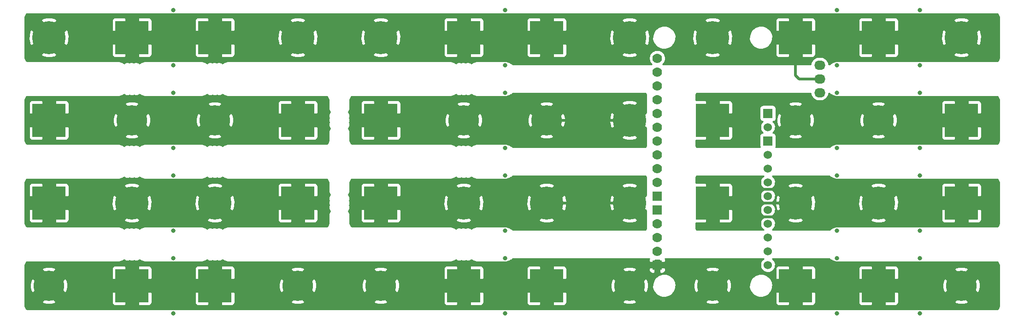
<source format=gbl>
%TF.GenerationSoftware,KiCad,Pcbnew,4.0.6-e0-6349~53~ubuntu16.04.1*%
%TF.CreationDate,2017-04-09T20:52:00+05:30*%
%TF.ProjectId,ultim_bus,756C74696D5F6275732E6B696361645F,rev?*%
%TF.FileFunction,Copper,L2,Bot,Signal*%
%FSLAX46Y46*%
G04 Gerber Fmt 4.6, Leading zero omitted, Abs format (unit mm)*
G04 Created by KiCad (PCBNEW 4.0.6-e0-6349~53~ubuntu16.04.1) date Sun Apr  9 20:52:00 2017*
%MOMM*%
%LPD*%
G01*
G04 APERTURE LIST*
%ADD10C,0.101600*%
%ADD11C,6.096000*%
%ADD12R,6.096000X6.096000*%
%ADD13C,5.600000*%
%ADD14O,2.032000X1.727200*%
%ADD15C,0.800000*%
%ADD16C,1.778000*%
%ADD17R,1.778000X1.778000*%
%ADD18C,1.524000*%
%ADD19C,0.508000*%
%ADD20C,0.254000*%
G04 APERTURE END LIST*
D10*
D11*
X63500000Y-60960000D03*
X170180000Y-60960000D03*
X124460000Y-60960000D03*
X109220000Y-60960000D03*
X48260000Y-60960000D03*
X185420000Y-60960000D03*
X200660000Y-30480000D03*
X33020000Y-30480000D03*
X78740000Y-30480000D03*
X93980000Y-30480000D03*
X139700000Y-30480000D03*
X154940000Y-30480000D03*
D12*
X185420000Y-30480000D03*
X48260000Y-30480000D03*
X63500000Y-30480000D03*
X109220000Y-30480000D03*
X124460000Y-30480000D03*
X170180000Y-30480000D03*
X200660000Y-60960000D03*
X33020000Y-60960000D03*
X78740000Y-60960000D03*
X93980000Y-60960000D03*
D11*
X139700000Y-60960000D03*
D12*
X154940000Y-60960000D03*
D13*
X185420000Y-45720000D03*
D12*
X200660000Y-45720000D03*
X33020000Y-45720000D03*
D13*
X48260000Y-45720000D03*
X63500000Y-45720000D03*
D12*
X78740000Y-45720000D03*
X93980000Y-45720000D03*
D13*
X109220000Y-45720000D03*
X124460000Y-45720000D03*
D11*
X139700000Y-45720000D03*
D12*
X154940000Y-45720000D03*
D13*
X170180000Y-45720000D03*
D12*
X185420000Y-76200000D03*
D13*
X200660000Y-76200000D03*
X33020000Y-76200000D03*
D12*
X48260000Y-76200000D03*
X63500000Y-76200000D03*
D13*
X78740000Y-76200000D03*
X93980000Y-76200000D03*
D12*
X109220000Y-76200000D03*
X124460000Y-76200000D03*
D13*
X139700000Y-76200000D03*
X154940000Y-76200000D03*
D12*
X170180000Y-76200000D03*
D14*
X174625000Y-40640000D03*
X174625000Y-38100000D03*
X174625000Y-35560000D03*
D15*
X177800000Y-25400000D03*
X177800000Y-26670000D03*
X177800000Y-27940000D03*
X177800000Y-29210000D03*
X177800000Y-30480000D03*
X177800000Y-31750000D03*
X177800000Y-33020000D03*
X177800000Y-34290000D03*
X177800000Y-35560000D03*
X116840000Y-25400000D03*
X116840000Y-26670000D03*
X116840000Y-27940000D03*
X116840000Y-29210000D03*
X116840000Y-30480000D03*
X116840000Y-31750000D03*
X116840000Y-33020000D03*
X116840000Y-34290000D03*
X116840000Y-35560000D03*
X55880000Y-25400000D03*
X55880000Y-26670000D03*
X55880000Y-27940000D03*
X55880000Y-29210000D03*
X55880000Y-30480000D03*
X55880000Y-31750000D03*
X55880000Y-33020000D03*
X55880000Y-34290000D03*
X55880000Y-35560000D03*
X177800000Y-71120000D03*
X177800000Y-72390000D03*
X177800000Y-73660000D03*
X177800000Y-74930000D03*
X177800000Y-76200000D03*
X177800000Y-77470000D03*
X177800000Y-78740000D03*
X177800000Y-80010000D03*
X177800000Y-81280000D03*
X116840000Y-71120000D03*
X116840000Y-72390000D03*
X116840000Y-73660000D03*
X116840000Y-74930000D03*
X116840000Y-76200000D03*
X116840000Y-77470000D03*
X116840000Y-78740000D03*
X116840000Y-80010000D03*
X116840000Y-81280000D03*
X55880000Y-71120000D03*
X55880000Y-72390000D03*
X55880000Y-73660000D03*
X55880000Y-74930000D03*
X55880000Y-76200000D03*
X55880000Y-77470000D03*
X55880000Y-78740000D03*
X55880000Y-80010000D03*
X55880000Y-81280000D03*
X177800000Y-40640000D03*
X177800000Y-41910000D03*
X177800000Y-43180000D03*
X177800000Y-44450000D03*
X177800000Y-45720000D03*
X177800000Y-46990000D03*
X177800000Y-48260000D03*
X177800000Y-49530000D03*
X177800000Y-50800000D03*
X116840000Y-40640000D03*
X116840000Y-41910000D03*
X116840000Y-43180000D03*
X116840000Y-44450000D03*
X116840000Y-45720000D03*
X116840000Y-46990000D03*
X116840000Y-48260000D03*
X116840000Y-49530000D03*
X116840000Y-50800000D03*
X55880000Y-40640000D03*
X55880000Y-41910000D03*
X55880000Y-43180000D03*
X55880000Y-44450000D03*
X55880000Y-45720000D03*
X55880000Y-46990000D03*
X55880000Y-48260000D03*
X55880000Y-49530000D03*
X55880000Y-50800000D03*
X177800000Y-55880000D03*
X177800000Y-57150000D03*
X177800000Y-58420000D03*
X177800000Y-59690000D03*
X177800000Y-60960000D03*
X177800000Y-62230000D03*
X177800000Y-63500000D03*
X177800000Y-64770000D03*
X177800000Y-66040000D03*
X116840000Y-55880000D03*
X116840000Y-57150000D03*
X116840000Y-58420000D03*
X116840000Y-59690000D03*
X116840000Y-60960000D03*
X116840000Y-62230000D03*
X116840000Y-63500000D03*
X116840000Y-64770000D03*
X116840000Y-66040000D03*
X55880000Y-55880000D03*
X55880000Y-57150000D03*
X55880000Y-58420000D03*
X55880000Y-59690000D03*
X55880000Y-60960000D03*
X55880000Y-62230000D03*
X55880000Y-63500000D03*
X55880000Y-64770000D03*
X55880000Y-66040000D03*
D16*
X144780000Y-41910000D03*
D17*
X165100000Y-44450000D03*
X165100000Y-49530000D03*
X144780000Y-59690000D03*
X144780000Y-62230000D03*
D16*
X144780000Y-34290000D03*
X144780000Y-36830000D03*
X144780000Y-39370000D03*
X144780000Y-44450000D03*
X144780000Y-46990000D03*
X144780000Y-49530000D03*
X144780000Y-52070000D03*
X144780000Y-54610000D03*
X144780000Y-57150000D03*
X144780000Y-64770000D03*
X144780000Y-67310000D03*
X144780000Y-69850000D03*
D17*
X144780000Y-72390000D03*
D18*
X165100000Y-72390000D03*
X165100000Y-69850000D03*
X165100000Y-67310000D03*
X165100000Y-64770000D03*
X165100000Y-62230000D03*
X165100000Y-59690000D03*
X165100000Y-57150000D03*
X165100000Y-54610000D03*
X165100000Y-52070000D03*
X165100000Y-46990000D03*
D15*
X193040000Y-25400000D03*
X193040000Y-26670000D03*
X193040000Y-27940000D03*
X193040000Y-29210000D03*
X193040000Y-30480000D03*
X193040000Y-31750000D03*
X193040000Y-33020000D03*
X193040000Y-34290000D03*
X193040000Y-35560000D03*
X193040000Y-71120000D03*
X193040000Y-72390000D03*
X193040000Y-73660000D03*
X193040000Y-74930000D03*
X193040000Y-76200000D03*
X193040000Y-77470000D03*
X193040000Y-78740000D03*
X193040000Y-80010000D03*
X193040000Y-81280000D03*
X193040000Y-40640000D03*
X193040000Y-41910000D03*
X193040000Y-43180000D03*
X193040000Y-44450000D03*
X193040000Y-45720000D03*
X193040000Y-46990000D03*
X193040000Y-48260000D03*
X193040000Y-49530000D03*
X193040000Y-50800000D03*
X193040000Y-55880000D03*
X193040000Y-57150000D03*
X193040000Y-58420000D03*
X193040000Y-59690000D03*
X193040000Y-60960000D03*
X193040000Y-62230000D03*
X193040000Y-63500000D03*
X193040000Y-64770000D03*
X193040000Y-66040000D03*
D19*
X154940000Y-60960000D02*
X159385000Y-60960000D01*
X159385000Y-60960000D02*
X161925000Y-63500000D01*
X161925000Y-63500000D02*
X167640000Y-63500000D01*
X167640000Y-63500000D02*
X170180000Y-60960000D01*
X154940000Y-60960000D02*
X159385000Y-60960000D01*
X159385000Y-60960000D02*
X161925000Y-58420000D01*
X161925000Y-58420000D02*
X167640000Y-58420000D01*
X167640000Y-58420000D02*
X170180000Y-60960000D01*
X154940000Y-60960000D02*
X170180000Y-60960000D01*
X174625000Y-38100000D02*
X170815000Y-38100000D01*
X170815000Y-38100000D02*
X170180000Y-37465000D01*
X170180000Y-37465000D02*
X170180000Y-30480000D01*
X139700000Y-45720000D02*
X124460000Y-45720000D01*
X124460000Y-60960000D02*
X139700000Y-60960000D01*
D20*
G36*
X207118109Y-26124005D02*
X207222101Y-26155402D01*
X207318014Y-26206399D01*
X207402194Y-26275055D01*
X207471440Y-26358758D01*
X207523105Y-26454311D01*
X207555227Y-26558078D01*
X207570000Y-26698641D01*
X207570000Y-34255280D01*
X207555995Y-34398109D01*
X207524599Y-34502099D01*
X207473601Y-34598013D01*
X207404941Y-34682199D01*
X207321243Y-34751439D01*
X207225689Y-34803105D01*
X207121922Y-34835227D01*
X206981359Y-34850000D01*
X177800000Y-34850000D01*
X177799874Y-34850012D01*
X177797517Y-34850004D01*
X177788651Y-34850035D01*
X177757796Y-34853169D01*
X177726786Y-34852953D01*
X177716920Y-34853920D01*
X177470417Y-34879828D01*
X177407399Y-34892764D01*
X177344167Y-34904826D01*
X177334677Y-34907692D01*
X177097901Y-34980987D01*
X177038597Y-35005916D01*
X176978915Y-35030029D01*
X176970163Y-35034683D01*
X176752133Y-35152571D01*
X176698805Y-35188541D01*
X176644935Y-35223793D01*
X176637253Y-35230059D01*
X176446273Y-35388051D01*
X176401637Y-35433000D01*
X176271441Y-35433000D01*
X176257444Y-35279190D01*
X176174866Y-34998615D01*
X176039363Y-34739422D01*
X175856097Y-34511485D01*
X175632048Y-34323485D01*
X175375749Y-34182584D01*
X175096964Y-34094148D01*
X174806312Y-34061546D01*
X174785388Y-34061400D01*
X174464612Y-34061400D01*
X174173532Y-34089941D01*
X173893540Y-34174475D01*
X173635299Y-34311784D01*
X173408647Y-34496637D01*
X173222216Y-34721994D01*
X173083108Y-34979269D01*
X172996621Y-35258665D01*
X172978298Y-35433000D01*
X145789741Y-35433000D01*
X145939243Y-35290631D01*
X146111522Y-35046410D01*
X146233084Y-34773377D01*
X146299299Y-34481932D01*
X146304065Y-34140564D01*
X146246014Y-33847384D01*
X146168309Y-33658857D01*
X153377589Y-33658857D01*
X153795768Y-33999489D01*
X154504372Y-34155092D01*
X155229717Y-34169463D01*
X155943928Y-34042050D01*
X156084232Y-33999489D01*
X156502411Y-33658857D01*
X154940000Y-32096446D01*
X153377589Y-33658857D01*
X146168309Y-33658857D01*
X146132123Y-33571063D01*
X145966730Y-33322127D01*
X145756135Y-33110056D01*
X145508359Y-32942929D01*
X145232840Y-32827112D01*
X144940072Y-32767015D01*
X144641208Y-32764929D01*
X144347630Y-32820932D01*
X144070520Y-32932891D01*
X143820435Y-33096542D01*
X143606899Y-33305652D01*
X143438047Y-33552255D01*
X143320309Y-33826959D01*
X143258170Y-34119299D01*
X143253997Y-34418142D01*
X143307949Y-34712104D01*
X143417971Y-34989988D01*
X143579872Y-35241210D01*
X143765082Y-35433000D01*
X118238372Y-35433000D01*
X118236294Y-35430936D01*
X118191264Y-35384953D01*
X118183626Y-35378634D01*
X117991548Y-35221979D01*
X117937959Y-35186375D01*
X117884850Y-35150011D01*
X117876130Y-35145296D01*
X117657283Y-35028934D01*
X117597792Y-35004413D01*
X117538643Y-34979062D01*
X117529173Y-34976131D01*
X117529175Y-34976131D01*
X117529167Y-34976129D01*
X117291892Y-34904491D01*
X117228795Y-34891997D01*
X117165821Y-34878612D01*
X117155966Y-34877576D01*
X117155962Y-34877576D01*
X116909284Y-34853389D01*
X116879511Y-34853389D01*
X116849913Y-34850069D01*
X116840000Y-34850000D01*
X111760000Y-34850000D01*
X111759874Y-34850012D01*
X111757517Y-34850004D01*
X111748651Y-34850035D01*
X111717796Y-34853169D01*
X111686786Y-34852953D01*
X111676920Y-34853920D01*
X111430417Y-34879828D01*
X111367399Y-34892764D01*
X111304167Y-34904826D01*
X111294677Y-34907692D01*
X111057901Y-34980987D01*
X110998597Y-35005916D01*
X110938915Y-35030029D01*
X110930163Y-35034683D01*
X110712133Y-35152571D01*
X110658805Y-35188541D01*
X110604935Y-35223793D01*
X110599879Y-35227917D01*
X110586850Y-35214796D01*
X110442964Y-35117744D01*
X110282968Y-35050488D01*
X110112955Y-35015590D01*
X109939402Y-35014378D01*
X109768919Y-35046899D01*
X109618757Y-35107568D01*
X109482968Y-35050488D01*
X109312955Y-35015590D01*
X109139402Y-35014378D01*
X108968919Y-35046899D01*
X108818757Y-35107568D01*
X108682968Y-35050488D01*
X108512955Y-35015590D01*
X108339402Y-35014378D01*
X108168919Y-35046899D01*
X108007999Y-35111915D01*
X107862773Y-35206949D01*
X107840210Y-35229044D01*
X107831548Y-35221979D01*
X107777959Y-35186375D01*
X107724850Y-35150011D01*
X107716130Y-35145296D01*
X107497283Y-35028934D01*
X107437792Y-35004413D01*
X107378643Y-34979062D01*
X107369173Y-34976131D01*
X107369175Y-34976131D01*
X107369167Y-34976129D01*
X107131892Y-34904491D01*
X107068795Y-34891997D01*
X107005821Y-34878612D01*
X106995966Y-34877576D01*
X106995962Y-34877576D01*
X106749284Y-34853389D01*
X106719511Y-34853389D01*
X106689913Y-34850069D01*
X106680000Y-34850000D01*
X66040000Y-34850000D01*
X66039874Y-34850012D01*
X66037517Y-34850004D01*
X66028651Y-34850035D01*
X65997796Y-34853169D01*
X65966786Y-34852953D01*
X65956920Y-34853920D01*
X65710417Y-34879828D01*
X65647399Y-34892764D01*
X65584167Y-34904826D01*
X65574677Y-34907692D01*
X65337901Y-34980987D01*
X65278597Y-35005916D01*
X65218915Y-35030029D01*
X65210163Y-35034683D01*
X64992133Y-35152571D01*
X64938805Y-35188541D01*
X64884935Y-35223793D01*
X64879879Y-35227917D01*
X64866850Y-35214796D01*
X64722964Y-35117744D01*
X64562968Y-35050488D01*
X64392955Y-35015590D01*
X64219402Y-35014378D01*
X64048919Y-35046899D01*
X63898757Y-35107568D01*
X63762968Y-35050488D01*
X63592955Y-35015590D01*
X63419402Y-35014378D01*
X63248919Y-35046899D01*
X63098757Y-35107568D01*
X62962968Y-35050488D01*
X62792955Y-35015590D01*
X62619402Y-35014378D01*
X62448919Y-35046899D01*
X62287999Y-35111915D01*
X62142773Y-35206949D01*
X62120210Y-35229044D01*
X62111548Y-35221979D01*
X62057959Y-35186375D01*
X62004850Y-35150011D01*
X61996130Y-35145296D01*
X61777283Y-35028934D01*
X61717792Y-35004413D01*
X61658643Y-34979062D01*
X61649173Y-34976131D01*
X61649175Y-34976131D01*
X61649167Y-34976129D01*
X61411892Y-34904491D01*
X61348795Y-34891997D01*
X61285821Y-34878612D01*
X61275966Y-34877576D01*
X61275962Y-34877576D01*
X61029284Y-34853389D01*
X60999511Y-34853389D01*
X60969913Y-34850069D01*
X60960000Y-34850000D01*
X50800000Y-34850000D01*
X50799874Y-34850012D01*
X50797517Y-34850004D01*
X50788651Y-34850035D01*
X50757796Y-34853169D01*
X50726786Y-34852953D01*
X50716920Y-34853920D01*
X50470417Y-34879828D01*
X50407399Y-34892764D01*
X50344167Y-34904826D01*
X50334677Y-34907692D01*
X50097901Y-34980987D01*
X50038597Y-35005916D01*
X49978915Y-35030029D01*
X49970163Y-35034683D01*
X49752133Y-35152571D01*
X49698805Y-35188541D01*
X49644935Y-35223793D01*
X49639879Y-35227917D01*
X49626850Y-35214796D01*
X49482964Y-35117744D01*
X49322968Y-35050488D01*
X49152955Y-35015590D01*
X48979402Y-35014378D01*
X48808919Y-35046899D01*
X48658757Y-35107568D01*
X48522968Y-35050488D01*
X48352955Y-35015590D01*
X48179402Y-35014378D01*
X48008919Y-35046899D01*
X47858757Y-35107568D01*
X47722968Y-35050488D01*
X47552955Y-35015590D01*
X47379402Y-35014378D01*
X47208919Y-35046899D01*
X47047999Y-35111915D01*
X46902773Y-35206949D01*
X46880210Y-35229044D01*
X46871548Y-35221979D01*
X46817959Y-35186375D01*
X46764850Y-35150011D01*
X46756130Y-35145296D01*
X46537283Y-35028934D01*
X46477792Y-35004413D01*
X46418643Y-34979062D01*
X46409173Y-34976131D01*
X46409175Y-34976131D01*
X46409167Y-34976129D01*
X46171892Y-34904491D01*
X46108795Y-34891997D01*
X46045821Y-34878612D01*
X46035966Y-34877576D01*
X46035962Y-34877576D01*
X45789284Y-34853389D01*
X45759511Y-34853389D01*
X45729913Y-34850069D01*
X45720000Y-34850000D01*
X29244720Y-34850000D01*
X29101891Y-34835995D01*
X28997901Y-34804599D01*
X28901987Y-34753601D01*
X28817801Y-34684941D01*
X28748561Y-34601243D01*
X28696895Y-34505689D01*
X28664773Y-34401922D01*
X28650000Y-34261359D01*
X28650000Y-33658857D01*
X31457589Y-33658857D01*
X31875768Y-33999489D01*
X32584372Y-34155092D01*
X33309717Y-34169463D01*
X34023928Y-34042050D01*
X34164232Y-33999489D01*
X34582411Y-33658857D01*
X33020000Y-32096446D01*
X31457589Y-33658857D01*
X28650000Y-33658857D01*
X28650000Y-30769717D01*
X29330537Y-30769717D01*
X29457950Y-31483928D01*
X29500511Y-31624232D01*
X29841143Y-32042411D01*
X31403554Y-30480000D01*
X34636446Y-30480000D01*
X36198857Y-32042411D01*
X36411181Y-31781750D01*
X44577000Y-31781750D01*
X44577000Y-33590542D01*
X44601403Y-33713223D01*
X44649270Y-33828785D01*
X44718763Y-33932789D01*
X44807211Y-34021237D01*
X44911215Y-34090730D01*
X45026777Y-34138597D01*
X45149458Y-34163000D01*
X46958250Y-34163000D01*
X47117000Y-34004250D01*
X47117000Y-31623000D01*
X49403000Y-31623000D01*
X49403000Y-34004250D01*
X49561750Y-34163000D01*
X51370542Y-34163000D01*
X51493223Y-34138597D01*
X51608785Y-34090730D01*
X51712789Y-34021237D01*
X51801237Y-33932789D01*
X51870730Y-33828785D01*
X51918597Y-33713223D01*
X51943000Y-33590542D01*
X51943000Y-31781750D01*
X59817000Y-31781750D01*
X59817000Y-33590542D01*
X59841403Y-33713223D01*
X59889270Y-33828785D01*
X59958763Y-33932789D01*
X60047211Y-34021237D01*
X60151215Y-34090730D01*
X60266777Y-34138597D01*
X60389458Y-34163000D01*
X62198250Y-34163000D01*
X62357000Y-34004250D01*
X62357000Y-31623000D01*
X64643000Y-31623000D01*
X64643000Y-34004250D01*
X64801750Y-34163000D01*
X66610542Y-34163000D01*
X66733223Y-34138597D01*
X66848785Y-34090730D01*
X66952789Y-34021237D01*
X67041237Y-33932789D01*
X67110730Y-33828785D01*
X67158597Y-33713223D01*
X67169411Y-33658857D01*
X77177589Y-33658857D01*
X77595768Y-33999489D01*
X78304372Y-34155092D01*
X79029717Y-34169463D01*
X79743928Y-34042050D01*
X79884232Y-33999489D01*
X80302411Y-33658857D01*
X92417589Y-33658857D01*
X92835768Y-33999489D01*
X93544372Y-34155092D01*
X94269717Y-34169463D01*
X94983928Y-34042050D01*
X95124232Y-33999489D01*
X95542411Y-33658857D01*
X93980000Y-32096446D01*
X92417589Y-33658857D01*
X80302411Y-33658857D01*
X78740000Y-32096446D01*
X77177589Y-33658857D01*
X67169411Y-33658857D01*
X67183000Y-33590542D01*
X67183000Y-31781750D01*
X67024250Y-31623000D01*
X64643000Y-31623000D01*
X62357000Y-31623000D01*
X59975750Y-31623000D01*
X59817000Y-31781750D01*
X51943000Y-31781750D01*
X51784250Y-31623000D01*
X49403000Y-31623000D01*
X47117000Y-31623000D01*
X44735750Y-31623000D01*
X44577000Y-31781750D01*
X36411181Y-31781750D01*
X36539489Y-31624232D01*
X36695092Y-30915628D01*
X36697982Y-30769717D01*
X75050537Y-30769717D01*
X75177950Y-31483928D01*
X75220511Y-31624232D01*
X75561143Y-32042411D01*
X77123554Y-30480000D01*
X80356446Y-30480000D01*
X81918857Y-32042411D01*
X82259489Y-31624232D01*
X82415092Y-30915628D01*
X82417982Y-30769717D01*
X90290537Y-30769717D01*
X90417950Y-31483928D01*
X90460511Y-31624232D01*
X90801143Y-32042411D01*
X92363554Y-30480000D01*
X95596446Y-30480000D01*
X97158857Y-32042411D01*
X97371181Y-31781750D01*
X105537000Y-31781750D01*
X105537000Y-33590542D01*
X105561403Y-33713223D01*
X105609270Y-33828785D01*
X105678763Y-33932789D01*
X105767211Y-34021237D01*
X105871215Y-34090730D01*
X105986777Y-34138597D01*
X106109458Y-34163000D01*
X107918250Y-34163000D01*
X108077000Y-34004250D01*
X108077000Y-31623000D01*
X110363000Y-31623000D01*
X110363000Y-34004250D01*
X110521750Y-34163000D01*
X112330542Y-34163000D01*
X112453223Y-34138597D01*
X112568785Y-34090730D01*
X112672789Y-34021237D01*
X112761237Y-33932789D01*
X112830730Y-33828785D01*
X112878597Y-33713223D01*
X112903000Y-33590542D01*
X112903000Y-31781750D01*
X120777000Y-31781750D01*
X120777000Y-33590542D01*
X120801403Y-33713223D01*
X120849270Y-33828785D01*
X120918763Y-33932789D01*
X121007211Y-34021237D01*
X121111215Y-34090730D01*
X121226777Y-34138597D01*
X121349458Y-34163000D01*
X123158250Y-34163000D01*
X123317000Y-34004250D01*
X123317000Y-31623000D01*
X125603000Y-31623000D01*
X125603000Y-34004250D01*
X125761750Y-34163000D01*
X127570542Y-34163000D01*
X127693223Y-34138597D01*
X127808785Y-34090730D01*
X127912789Y-34021237D01*
X128001237Y-33932789D01*
X128070730Y-33828785D01*
X128118597Y-33713223D01*
X128129411Y-33658857D01*
X138137589Y-33658857D01*
X138555768Y-33999489D01*
X139264372Y-34155092D01*
X139989717Y-34169463D01*
X140703928Y-34042050D01*
X140844232Y-33999489D01*
X141262411Y-33658857D01*
X139700000Y-32096446D01*
X138137589Y-33658857D01*
X128129411Y-33658857D01*
X128143000Y-33590542D01*
X128143000Y-31781750D01*
X127984250Y-31623000D01*
X125603000Y-31623000D01*
X123317000Y-31623000D01*
X120935750Y-31623000D01*
X120777000Y-31781750D01*
X112903000Y-31781750D01*
X112744250Y-31623000D01*
X110363000Y-31623000D01*
X108077000Y-31623000D01*
X105695750Y-31623000D01*
X105537000Y-31781750D01*
X97371181Y-31781750D01*
X97499489Y-31624232D01*
X97655092Y-30915628D01*
X97657982Y-30769717D01*
X136010537Y-30769717D01*
X136137950Y-31483928D01*
X136180511Y-31624232D01*
X136521143Y-32042411D01*
X138083554Y-30480000D01*
X141316446Y-30480000D01*
X142878857Y-32042411D01*
X143219489Y-31624232D01*
X143375092Y-30915628D01*
X143380126Y-30661535D01*
X143888163Y-30661535D01*
X143964595Y-31077980D01*
X144120459Y-31471649D01*
X144349819Y-31827547D01*
X144643939Y-32132116D01*
X144991615Y-32373757D01*
X145379604Y-32543266D01*
X145793129Y-32634185D01*
X146216438Y-32643052D01*
X146633407Y-32569529D01*
X147028154Y-32416417D01*
X147385644Y-32189547D01*
X147692260Y-31897561D01*
X147936322Y-31551580D01*
X148108535Y-31164784D01*
X148198291Y-30769717D01*
X151250537Y-30769717D01*
X151377950Y-31483928D01*
X151420511Y-31624232D01*
X151761143Y-32042411D01*
X153323554Y-30480000D01*
X156556446Y-30480000D01*
X158118857Y-32042411D01*
X158459489Y-31624232D01*
X158615092Y-30915628D01*
X158620126Y-30661535D01*
X161668163Y-30661535D01*
X161744595Y-31077980D01*
X161900459Y-31471649D01*
X162129819Y-31827547D01*
X162423939Y-32132116D01*
X162771615Y-32373757D01*
X163159604Y-32543266D01*
X163573129Y-32634185D01*
X163996438Y-32643052D01*
X164413407Y-32569529D01*
X164808154Y-32416417D01*
X165165644Y-32189547D01*
X165472260Y-31897561D01*
X165553955Y-31781750D01*
X166497000Y-31781750D01*
X166497000Y-33590542D01*
X166521403Y-33713223D01*
X166569270Y-33828785D01*
X166638763Y-33932789D01*
X166727211Y-34021237D01*
X166831215Y-34090730D01*
X166946777Y-34138597D01*
X167069458Y-34163000D01*
X168878250Y-34163000D01*
X169037000Y-34004250D01*
X169037000Y-31623000D01*
X171323000Y-31623000D01*
X171323000Y-34004250D01*
X171481750Y-34163000D01*
X173290542Y-34163000D01*
X173413223Y-34138597D01*
X173528785Y-34090730D01*
X173632789Y-34021237D01*
X173721237Y-33932789D01*
X173790730Y-33828785D01*
X173838597Y-33713223D01*
X173863000Y-33590542D01*
X173863000Y-31781750D01*
X181737000Y-31781750D01*
X181737000Y-33590542D01*
X181761403Y-33713223D01*
X181809270Y-33828785D01*
X181878763Y-33932789D01*
X181967211Y-34021237D01*
X182071215Y-34090730D01*
X182186777Y-34138597D01*
X182309458Y-34163000D01*
X184118250Y-34163000D01*
X184277000Y-34004250D01*
X184277000Y-31623000D01*
X186563000Y-31623000D01*
X186563000Y-34004250D01*
X186721750Y-34163000D01*
X188530542Y-34163000D01*
X188653223Y-34138597D01*
X188768785Y-34090730D01*
X188872789Y-34021237D01*
X188961237Y-33932789D01*
X189030730Y-33828785D01*
X189078597Y-33713223D01*
X189089411Y-33658857D01*
X199097589Y-33658857D01*
X199515768Y-33999489D01*
X200224372Y-34155092D01*
X200949717Y-34169463D01*
X201663928Y-34042050D01*
X201804232Y-33999489D01*
X202222411Y-33658857D01*
X200660000Y-32096446D01*
X199097589Y-33658857D01*
X189089411Y-33658857D01*
X189103000Y-33590542D01*
X189103000Y-31781750D01*
X188944250Y-31623000D01*
X186563000Y-31623000D01*
X184277000Y-31623000D01*
X181895750Y-31623000D01*
X181737000Y-31781750D01*
X173863000Y-31781750D01*
X173704250Y-31623000D01*
X171323000Y-31623000D01*
X169037000Y-31623000D01*
X166655750Y-31623000D01*
X166497000Y-31781750D01*
X165553955Y-31781750D01*
X165716322Y-31551580D01*
X165888535Y-31164784D01*
X165978291Y-30769717D01*
X196970537Y-30769717D01*
X197097950Y-31483928D01*
X197140511Y-31624232D01*
X197481143Y-32042411D01*
X199043554Y-30480000D01*
X202276446Y-30480000D01*
X203838857Y-32042411D01*
X204179489Y-31624232D01*
X204335092Y-30915628D01*
X204349463Y-30190283D01*
X204222050Y-29476072D01*
X204179489Y-29335768D01*
X203838857Y-28917589D01*
X202276446Y-30480000D01*
X199043554Y-30480000D01*
X197481143Y-28917589D01*
X197140511Y-29335768D01*
X196984908Y-30044372D01*
X196970537Y-30769717D01*
X165978291Y-30769717D01*
X165982339Y-30751904D01*
X165989092Y-30268299D01*
X165906853Y-29852961D01*
X165745507Y-29461507D01*
X165511200Y-29108847D01*
X165212857Y-28808413D01*
X164861841Y-28571650D01*
X164471523Y-28407575D01*
X164056769Y-28322438D01*
X163633378Y-28319483D01*
X163217475Y-28398820D01*
X162824904Y-28557429D01*
X162470617Y-28789268D01*
X162168108Y-29085507D01*
X161928900Y-29434861D01*
X161762104Y-29824025D01*
X161674074Y-30238174D01*
X161668163Y-30661535D01*
X158620126Y-30661535D01*
X158629463Y-30190283D01*
X158502050Y-29476072D01*
X158459489Y-29335768D01*
X158118857Y-28917589D01*
X156556446Y-30480000D01*
X153323554Y-30480000D01*
X151761143Y-28917589D01*
X151420511Y-29335768D01*
X151264908Y-30044372D01*
X151250537Y-30769717D01*
X148198291Y-30769717D01*
X148202339Y-30751904D01*
X148209092Y-30268299D01*
X148126853Y-29852961D01*
X147965507Y-29461507D01*
X147731200Y-29108847D01*
X147432857Y-28808413D01*
X147081841Y-28571650D01*
X146691523Y-28407575D01*
X146276769Y-28322438D01*
X145853378Y-28319483D01*
X145437475Y-28398820D01*
X145044904Y-28557429D01*
X144690617Y-28789268D01*
X144388108Y-29085507D01*
X144148900Y-29434861D01*
X143982104Y-29824025D01*
X143894074Y-30238174D01*
X143888163Y-30661535D01*
X143380126Y-30661535D01*
X143389463Y-30190283D01*
X143262050Y-29476072D01*
X143219489Y-29335768D01*
X142878857Y-28917589D01*
X141316446Y-30480000D01*
X138083554Y-30480000D01*
X136521143Y-28917589D01*
X136180511Y-29335768D01*
X136024908Y-30044372D01*
X136010537Y-30769717D01*
X97657982Y-30769717D01*
X97669463Y-30190283D01*
X97542050Y-29476072D01*
X97499489Y-29335768D01*
X97158857Y-28917589D01*
X95596446Y-30480000D01*
X92363554Y-30480000D01*
X90801143Y-28917589D01*
X90460511Y-29335768D01*
X90304908Y-30044372D01*
X90290537Y-30769717D01*
X82417982Y-30769717D01*
X82429463Y-30190283D01*
X82302050Y-29476072D01*
X82259489Y-29335768D01*
X81918857Y-28917589D01*
X80356446Y-30480000D01*
X77123554Y-30480000D01*
X75561143Y-28917589D01*
X75220511Y-29335768D01*
X75064908Y-30044372D01*
X75050537Y-30769717D01*
X36697982Y-30769717D01*
X36709463Y-30190283D01*
X36582050Y-29476072D01*
X36539489Y-29335768D01*
X36198857Y-28917589D01*
X34636446Y-30480000D01*
X31403554Y-30480000D01*
X29841143Y-28917589D01*
X29500511Y-29335768D01*
X29344908Y-30044372D01*
X29330537Y-30769717D01*
X28650000Y-30769717D01*
X28650000Y-27301143D01*
X31457589Y-27301143D01*
X33020000Y-28863554D01*
X34514096Y-27369458D01*
X44577000Y-27369458D01*
X44577000Y-29178250D01*
X44735750Y-29337000D01*
X47117000Y-29337000D01*
X47117000Y-26955750D01*
X49403000Y-26955750D01*
X49403000Y-29337000D01*
X51784250Y-29337000D01*
X51943000Y-29178250D01*
X51943000Y-27369458D01*
X59817000Y-27369458D01*
X59817000Y-29178250D01*
X59975750Y-29337000D01*
X62357000Y-29337000D01*
X62357000Y-26955750D01*
X64643000Y-26955750D01*
X64643000Y-29337000D01*
X67024250Y-29337000D01*
X67183000Y-29178250D01*
X67183000Y-27369458D01*
X67169412Y-27301143D01*
X77177589Y-27301143D01*
X78740000Y-28863554D01*
X80302411Y-27301143D01*
X92417589Y-27301143D01*
X93980000Y-28863554D01*
X95474096Y-27369458D01*
X105537000Y-27369458D01*
X105537000Y-29178250D01*
X105695750Y-29337000D01*
X108077000Y-29337000D01*
X108077000Y-26955750D01*
X110363000Y-26955750D01*
X110363000Y-29337000D01*
X112744250Y-29337000D01*
X112903000Y-29178250D01*
X112903000Y-27369458D01*
X120777000Y-27369458D01*
X120777000Y-29178250D01*
X120935750Y-29337000D01*
X123317000Y-29337000D01*
X123317000Y-26955750D01*
X125603000Y-26955750D01*
X125603000Y-29337000D01*
X127984250Y-29337000D01*
X128143000Y-29178250D01*
X128143000Y-27369458D01*
X128129412Y-27301143D01*
X138137589Y-27301143D01*
X139700000Y-28863554D01*
X141262411Y-27301143D01*
X153377589Y-27301143D01*
X154940000Y-28863554D01*
X156434096Y-27369458D01*
X166497000Y-27369458D01*
X166497000Y-29178250D01*
X166655750Y-29337000D01*
X169037000Y-29337000D01*
X169037000Y-26955750D01*
X171323000Y-26955750D01*
X171323000Y-29337000D01*
X173704250Y-29337000D01*
X173863000Y-29178250D01*
X173863000Y-27369458D01*
X181737000Y-27369458D01*
X181737000Y-29178250D01*
X181895750Y-29337000D01*
X184277000Y-29337000D01*
X184277000Y-26955750D01*
X186563000Y-26955750D01*
X186563000Y-29337000D01*
X188944250Y-29337000D01*
X189103000Y-29178250D01*
X189103000Y-27369458D01*
X189089412Y-27301143D01*
X199097589Y-27301143D01*
X200660000Y-28863554D01*
X202222411Y-27301143D01*
X201804232Y-26960511D01*
X201095628Y-26804908D01*
X200370283Y-26790537D01*
X199656072Y-26917950D01*
X199515768Y-26960511D01*
X199097589Y-27301143D01*
X189089412Y-27301143D01*
X189078597Y-27246777D01*
X189030730Y-27131215D01*
X188961237Y-27027211D01*
X188872789Y-26938763D01*
X188768785Y-26869270D01*
X188653223Y-26821403D01*
X188530542Y-26797000D01*
X186721750Y-26797000D01*
X186563000Y-26955750D01*
X184277000Y-26955750D01*
X184118250Y-26797000D01*
X182309458Y-26797000D01*
X182186777Y-26821403D01*
X182071215Y-26869270D01*
X181967211Y-26938763D01*
X181878763Y-27027211D01*
X181809270Y-27131215D01*
X181761403Y-27246777D01*
X181737000Y-27369458D01*
X173863000Y-27369458D01*
X173838597Y-27246777D01*
X173790730Y-27131215D01*
X173721237Y-27027211D01*
X173632789Y-26938763D01*
X173528785Y-26869270D01*
X173413223Y-26821403D01*
X173290542Y-26797000D01*
X171481750Y-26797000D01*
X171323000Y-26955750D01*
X169037000Y-26955750D01*
X168878250Y-26797000D01*
X167069458Y-26797000D01*
X166946777Y-26821403D01*
X166831215Y-26869270D01*
X166727211Y-26938763D01*
X166638763Y-27027211D01*
X166569270Y-27131215D01*
X166521403Y-27246777D01*
X166497000Y-27369458D01*
X156434096Y-27369458D01*
X156502411Y-27301143D01*
X156084232Y-26960511D01*
X155375628Y-26804908D01*
X154650283Y-26790537D01*
X153936072Y-26917950D01*
X153795768Y-26960511D01*
X153377589Y-27301143D01*
X141262411Y-27301143D01*
X140844232Y-26960511D01*
X140135628Y-26804908D01*
X139410283Y-26790537D01*
X138696072Y-26917950D01*
X138555768Y-26960511D01*
X138137589Y-27301143D01*
X128129412Y-27301143D01*
X128118597Y-27246777D01*
X128070730Y-27131215D01*
X128001237Y-27027211D01*
X127912789Y-26938763D01*
X127808785Y-26869270D01*
X127693223Y-26821403D01*
X127570542Y-26797000D01*
X125761750Y-26797000D01*
X125603000Y-26955750D01*
X123317000Y-26955750D01*
X123158250Y-26797000D01*
X121349458Y-26797000D01*
X121226777Y-26821403D01*
X121111215Y-26869270D01*
X121007211Y-26938763D01*
X120918763Y-27027211D01*
X120849270Y-27131215D01*
X120801403Y-27246777D01*
X120777000Y-27369458D01*
X112903000Y-27369458D01*
X112878597Y-27246777D01*
X112830730Y-27131215D01*
X112761237Y-27027211D01*
X112672789Y-26938763D01*
X112568785Y-26869270D01*
X112453223Y-26821403D01*
X112330542Y-26797000D01*
X110521750Y-26797000D01*
X110363000Y-26955750D01*
X108077000Y-26955750D01*
X107918250Y-26797000D01*
X106109458Y-26797000D01*
X105986777Y-26821403D01*
X105871215Y-26869270D01*
X105767211Y-26938763D01*
X105678763Y-27027211D01*
X105609270Y-27131215D01*
X105561403Y-27246777D01*
X105537000Y-27369458D01*
X95474096Y-27369458D01*
X95542411Y-27301143D01*
X95124232Y-26960511D01*
X94415628Y-26804908D01*
X93690283Y-26790537D01*
X92976072Y-26917950D01*
X92835768Y-26960511D01*
X92417589Y-27301143D01*
X80302411Y-27301143D01*
X79884232Y-26960511D01*
X79175628Y-26804908D01*
X78450283Y-26790537D01*
X77736072Y-26917950D01*
X77595768Y-26960511D01*
X77177589Y-27301143D01*
X67169412Y-27301143D01*
X67158597Y-27246777D01*
X67110730Y-27131215D01*
X67041237Y-27027211D01*
X66952789Y-26938763D01*
X66848785Y-26869270D01*
X66733223Y-26821403D01*
X66610542Y-26797000D01*
X64801750Y-26797000D01*
X64643000Y-26955750D01*
X62357000Y-26955750D01*
X62198250Y-26797000D01*
X60389458Y-26797000D01*
X60266777Y-26821403D01*
X60151215Y-26869270D01*
X60047211Y-26938763D01*
X59958763Y-27027211D01*
X59889270Y-27131215D01*
X59841403Y-27246777D01*
X59817000Y-27369458D01*
X51943000Y-27369458D01*
X51918597Y-27246777D01*
X51870730Y-27131215D01*
X51801237Y-27027211D01*
X51712789Y-26938763D01*
X51608785Y-26869270D01*
X51493223Y-26821403D01*
X51370542Y-26797000D01*
X49561750Y-26797000D01*
X49403000Y-26955750D01*
X47117000Y-26955750D01*
X46958250Y-26797000D01*
X45149458Y-26797000D01*
X45026777Y-26821403D01*
X44911215Y-26869270D01*
X44807211Y-26938763D01*
X44718763Y-27027211D01*
X44649270Y-27131215D01*
X44601403Y-27246777D01*
X44577000Y-27369458D01*
X34514096Y-27369458D01*
X34582411Y-27301143D01*
X34164232Y-26960511D01*
X33455628Y-26804908D01*
X32730283Y-26790537D01*
X32016072Y-26917950D01*
X31875768Y-26960511D01*
X31457589Y-27301143D01*
X28650000Y-27301143D01*
X28650000Y-26704720D01*
X28664005Y-26561891D01*
X28695402Y-26457899D01*
X28746399Y-26361986D01*
X28815055Y-26277806D01*
X28898758Y-26208560D01*
X28994311Y-26156895D01*
X29098078Y-26124773D01*
X29238641Y-26110000D01*
X206975280Y-26110000D01*
X207118109Y-26124005D01*
X207118109Y-26124005D01*
G37*
X207118109Y-26124005D02*
X207222101Y-26155402D01*
X207318014Y-26206399D01*
X207402194Y-26275055D01*
X207471440Y-26358758D01*
X207523105Y-26454311D01*
X207555227Y-26558078D01*
X207570000Y-26698641D01*
X207570000Y-34255280D01*
X207555995Y-34398109D01*
X207524599Y-34502099D01*
X207473601Y-34598013D01*
X207404941Y-34682199D01*
X207321243Y-34751439D01*
X207225689Y-34803105D01*
X207121922Y-34835227D01*
X206981359Y-34850000D01*
X177800000Y-34850000D01*
X177799874Y-34850012D01*
X177797517Y-34850004D01*
X177788651Y-34850035D01*
X177757796Y-34853169D01*
X177726786Y-34852953D01*
X177716920Y-34853920D01*
X177470417Y-34879828D01*
X177407399Y-34892764D01*
X177344167Y-34904826D01*
X177334677Y-34907692D01*
X177097901Y-34980987D01*
X177038597Y-35005916D01*
X176978915Y-35030029D01*
X176970163Y-35034683D01*
X176752133Y-35152571D01*
X176698805Y-35188541D01*
X176644935Y-35223793D01*
X176637253Y-35230059D01*
X176446273Y-35388051D01*
X176401637Y-35433000D01*
X176271441Y-35433000D01*
X176257444Y-35279190D01*
X176174866Y-34998615D01*
X176039363Y-34739422D01*
X175856097Y-34511485D01*
X175632048Y-34323485D01*
X175375749Y-34182584D01*
X175096964Y-34094148D01*
X174806312Y-34061546D01*
X174785388Y-34061400D01*
X174464612Y-34061400D01*
X174173532Y-34089941D01*
X173893540Y-34174475D01*
X173635299Y-34311784D01*
X173408647Y-34496637D01*
X173222216Y-34721994D01*
X173083108Y-34979269D01*
X172996621Y-35258665D01*
X172978298Y-35433000D01*
X145789741Y-35433000D01*
X145939243Y-35290631D01*
X146111522Y-35046410D01*
X146233084Y-34773377D01*
X146299299Y-34481932D01*
X146304065Y-34140564D01*
X146246014Y-33847384D01*
X146168309Y-33658857D01*
X153377589Y-33658857D01*
X153795768Y-33999489D01*
X154504372Y-34155092D01*
X155229717Y-34169463D01*
X155943928Y-34042050D01*
X156084232Y-33999489D01*
X156502411Y-33658857D01*
X154940000Y-32096446D01*
X153377589Y-33658857D01*
X146168309Y-33658857D01*
X146132123Y-33571063D01*
X145966730Y-33322127D01*
X145756135Y-33110056D01*
X145508359Y-32942929D01*
X145232840Y-32827112D01*
X144940072Y-32767015D01*
X144641208Y-32764929D01*
X144347630Y-32820932D01*
X144070520Y-32932891D01*
X143820435Y-33096542D01*
X143606899Y-33305652D01*
X143438047Y-33552255D01*
X143320309Y-33826959D01*
X143258170Y-34119299D01*
X143253997Y-34418142D01*
X143307949Y-34712104D01*
X143417971Y-34989988D01*
X143579872Y-35241210D01*
X143765082Y-35433000D01*
X118238372Y-35433000D01*
X118236294Y-35430936D01*
X118191264Y-35384953D01*
X118183626Y-35378634D01*
X117991548Y-35221979D01*
X117937959Y-35186375D01*
X117884850Y-35150011D01*
X117876130Y-35145296D01*
X117657283Y-35028934D01*
X117597792Y-35004413D01*
X117538643Y-34979062D01*
X117529173Y-34976131D01*
X117529175Y-34976131D01*
X117529167Y-34976129D01*
X117291892Y-34904491D01*
X117228795Y-34891997D01*
X117165821Y-34878612D01*
X117155966Y-34877576D01*
X117155962Y-34877576D01*
X116909284Y-34853389D01*
X116879511Y-34853389D01*
X116849913Y-34850069D01*
X116840000Y-34850000D01*
X111760000Y-34850000D01*
X111759874Y-34850012D01*
X111757517Y-34850004D01*
X111748651Y-34850035D01*
X111717796Y-34853169D01*
X111686786Y-34852953D01*
X111676920Y-34853920D01*
X111430417Y-34879828D01*
X111367399Y-34892764D01*
X111304167Y-34904826D01*
X111294677Y-34907692D01*
X111057901Y-34980987D01*
X110998597Y-35005916D01*
X110938915Y-35030029D01*
X110930163Y-35034683D01*
X110712133Y-35152571D01*
X110658805Y-35188541D01*
X110604935Y-35223793D01*
X110599879Y-35227917D01*
X110586850Y-35214796D01*
X110442964Y-35117744D01*
X110282968Y-35050488D01*
X110112955Y-35015590D01*
X109939402Y-35014378D01*
X109768919Y-35046899D01*
X109618757Y-35107568D01*
X109482968Y-35050488D01*
X109312955Y-35015590D01*
X109139402Y-35014378D01*
X108968919Y-35046899D01*
X108818757Y-35107568D01*
X108682968Y-35050488D01*
X108512955Y-35015590D01*
X108339402Y-35014378D01*
X108168919Y-35046899D01*
X108007999Y-35111915D01*
X107862773Y-35206949D01*
X107840210Y-35229044D01*
X107831548Y-35221979D01*
X107777959Y-35186375D01*
X107724850Y-35150011D01*
X107716130Y-35145296D01*
X107497283Y-35028934D01*
X107437792Y-35004413D01*
X107378643Y-34979062D01*
X107369173Y-34976131D01*
X107369175Y-34976131D01*
X107369167Y-34976129D01*
X107131892Y-34904491D01*
X107068795Y-34891997D01*
X107005821Y-34878612D01*
X106995966Y-34877576D01*
X106995962Y-34877576D01*
X106749284Y-34853389D01*
X106719511Y-34853389D01*
X106689913Y-34850069D01*
X106680000Y-34850000D01*
X66040000Y-34850000D01*
X66039874Y-34850012D01*
X66037517Y-34850004D01*
X66028651Y-34850035D01*
X65997796Y-34853169D01*
X65966786Y-34852953D01*
X65956920Y-34853920D01*
X65710417Y-34879828D01*
X65647399Y-34892764D01*
X65584167Y-34904826D01*
X65574677Y-34907692D01*
X65337901Y-34980987D01*
X65278597Y-35005916D01*
X65218915Y-35030029D01*
X65210163Y-35034683D01*
X64992133Y-35152571D01*
X64938805Y-35188541D01*
X64884935Y-35223793D01*
X64879879Y-35227917D01*
X64866850Y-35214796D01*
X64722964Y-35117744D01*
X64562968Y-35050488D01*
X64392955Y-35015590D01*
X64219402Y-35014378D01*
X64048919Y-35046899D01*
X63898757Y-35107568D01*
X63762968Y-35050488D01*
X63592955Y-35015590D01*
X63419402Y-35014378D01*
X63248919Y-35046899D01*
X63098757Y-35107568D01*
X62962968Y-35050488D01*
X62792955Y-35015590D01*
X62619402Y-35014378D01*
X62448919Y-35046899D01*
X62287999Y-35111915D01*
X62142773Y-35206949D01*
X62120210Y-35229044D01*
X62111548Y-35221979D01*
X62057959Y-35186375D01*
X62004850Y-35150011D01*
X61996130Y-35145296D01*
X61777283Y-35028934D01*
X61717792Y-35004413D01*
X61658643Y-34979062D01*
X61649173Y-34976131D01*
X61649175Y-34976131D01*
X61649167Y-34976129D01*
X61411892Y-34904491D01*
X61348795Y-34891997D01*
X61285821Y-34878612D01*
X61275966Y-34877576D01*
X61275962Y-34877576D01*
X61029284Y-34853389D01*
X60999511Y-34853389D01*
X60969913Y-34850069D01*
X60960000Y-34850000D01*
X50800000Y-34850000D01*
X50799874Y-34850012D01*
X50797517Y-34850004D01*
X50788651Y-34850035D01*
X50757796Y-34853169D01*
X50726786Y-34852953D01*
X50716920Y-34853920D01*
X50470417Y-34879828D01*
X50407399Y-34892764D01*
X50344167Y-34904826D01*
X50334677Y-34907692D01*
X50097901Y-34980987D01*
X50038597Y-35005916D01*
X49978915Y-35030029D01*
X49970163Y-35034683D01*
X49752133Y-35152571D01*
X49698805Y-35188541D01*
X49644935Y-35223793D01*
X49639879Y-35227917D01*
X49626850Y-35214796D01*
X49482964Y-35117744D01*
X49322968Y-35050488D01*
X49152955Y-35015590D01*
X48979402Y-35014378D01*
X48808919Y-35046899D01*
X48658757Y-35107568D01*
X48522968Y-35050488D01*
X48352955Y-35015590D01*
X48179402Y-35014378D01*
X48008919Y-35046899D01*
X47858757Y-35107568D01*
X47722968Y-35050488D01*
X47552955Y-35015590D01*
X47379402Y-35014378D01*
X47208919Y-35046899D01*
X47047999Y-35111915D01*
X46902773Y-35206949D01*
X46880210Y-35229044D01*
X46871548Y-35221979D01*
X46817959Y-35186375D01*
X46764850Y-35150011D01*
X46756130Y-35145296D01*
X46537283Y-35028934D01*
X46477792Y-35004413D01*
X46418643Y-34979062D01*
X46409173Y-34976131D01*
X46409175Y-34976131D01*
X46409167Y-34976129D01*
X46171892Y-34904491D01*
X46108795Y-34891997D01*
X46045821Y-34878612D01*
X46035966Y-34877576D01*
X46035962Y-34877576D01*
X45789284Y-34853389D01*
X45759511Y-34853389D01*
X45729913Y-34850069D01*
X45720000Y-34850000D01*
X29244720Y-34850000D01*
X29101891Y-34835995D01*
X28997901Y-34804599D01*
X28901987Y-34753601D01*
X28817801Y-34684941D01*
X28748561Y-34601243D01*
X28696895Y-34505689D01*
X28664773Y-34401922D01*
X28650000Y-34261359D01*
X28650000Y-33658857D01*
X31457589Y-33658857D01*
X31875768Y-33999489D01*
X32584372Y-34155092D01*
X33309717Y-34169463D01*
X34023928Y-34042050D01*
X34164232Y-33999489D01*
X34582411Y-33658857D01*
X33020000Y-32096446D01*
X31457589Y-33658857D01*
X28650000Y-33658857D01*
X28650000Y-30769717D01*
X29330537Y-30769717D01*
X29457950Y-31483928D01*
X29500511Y-31624232D01*
X29841143Y-32042411D01*
X31403554Y-30480000D01*
X34636446Y-30480000D01*
X36198857Y-32042411D01*
X36411181Y-31781750D01*
X44577000Y-31781750D01*
X44577000Y-33590542D01*
X44601403Y-33713223D01*
X44649270Y-33828785D01*
X44718763Y-33932789D01*
X44807211Y-34021237D01*
X44911215Y-34090730D01*
X45026777Y-34138597D01*
X45149458Y-34163000D01*
X46958250Y-34163000D01*
X47117000Y-34004250D01*
X47117000Y-31623000D01*
X49403000Y-31623000D01*
X49403000Y-34004250D01*
X49561750Y-34163000D01*
X51370542Y-34163000D01*
X51493223Y-34138597D01*
X51608785Y-34090730D01*
X51712789Y-34021237D01*
X51801237Y-33932789D01*
X51870730Y-33828785D01*
X51918597Y-33713223D01*
X51943000Y-33590542D01*
X51943000Y-31781750D01*
X59817000Y-31781750D01*
X59817000Y-33590542D01*
X59841403Y-33713223D01*
X59889270Y-33828785D01*
X59958763Y-33932789D01*
X60047211Y-34021237D01*
X60151215Y-34090730D01*
X60266777Y-34138597D01*
X60389458Y-34163000D01*
X62198250Y-34163000D01*
X62357000Y-34004250D01*
X62357000Y-31623000D01*
X64643000Y-31623000D01*
X64643000Y-34004250D01*
X64801750Y-34163000D01*
X66610542Y-34163000D01*
X66733223Y-34138597D01*
X66848785Y-34090730D01*
X66952789Y-34021237D01*
X67041237Y-33932789D01*
X67110730Y-33828785D01*
X67158597Y-33713223D01*
X67169411Y-33658857D01*
X77177589Y-33658857D01*
X77595768Y-33999489D01*
X78304372Y-34155092D01*
X79029717Y-34169463D01*
X79743928Y-34042050D01*
X79884232Y-33999489D01*
X80302411Y-33658857D01*
X92417589Y-33658857D01*
X92835768Y-33999489D01*
X93544372Y-34155092D01*
X94269717Y-34169463D01*
X94983928Y-34042050D01*
X95124232Y-33999489D01*
X95542411Y-33658857D01*
X93980000Y-32096446D01*
X92417589Y-33658857D01*
X80302411Y-33658857D01*
X78740000Y-32096446D01*
X77177589Y-33658857D01*
X67169411Y-33658857D01*
X67183000Y-33590542D01*
X67183000Y-31781750D01*
X67024250Y-31623000D01*
X64643000Y-31623000D01*
X62357000Y-31623000D01*
X59975750Y-31623000D01*
X59817000Y-31781750D01*
X51943000Y-31781750D01*
X51784250Y-31623000D01*
X49403000Y-31623000D01*
X47117000Y-31623000D01*
X44735750Y-31623000D01*
X44577000Y-31781750D01*
X36411181Y-31781750D01*
X36539489Y-31624232D01*
X36695092Y-30915628D01*
X36697982Y-30769717D01*
X75050537Y-30769717D01*
X75177950Y-31483928D01*
X75220511Y-31624232D01*
X75561143Y-32042411D01*
X77123554Y-30480000D01*
X80356446Y-30480000D01*
X81918857Y-32042411D01*
X82259489Y-31624232D01*
X82415092Y-30915628D01*
X82417982Y-30769717D01*
X90290537Y-30769717D01*
X90417950Y-31483928D01*
X90460511Y-31624232D01*
X90801143Y-32042411D01*
X92363554Y-30480000D01*
X95596446Y-30480000D01*
X97158857Y-32042411D01*
X97371181Y-31781750D01*
X105537000Y-31781750D01*
X105537000Y-33590542D01*
X105561403Y-33713223D01*
X105609270Y-33828785D01*
X105678763Y-33932789D01*
X105767211Y-34021237D01*
X105871215Y-34090730D01*
X105986777Y-34138597D01*
X106109458Y-34163000D01*
X107918250Y-34163000D01*
X108077000Y-34004250D01*
X108077000Y-31623000D01*
X110363000Y-31623000D01*
X110363000Y-34004250D01*
X110521750Y-34163000D01*
X112330542Y-34163000D01*
X112453223Y-34138597D01*
X112568785Y-34090730D01*
X112672789Y-34021237D01*
X112761237Y-33932789D01*
X112830730Y-33828785D01*
X112878597Y-33713223D01*
X112903000Y-33590542D01*
X112903000Y-31781750D01*
X120777000Y-31781750D01*
X120777000Y-33590542D01*
X120801403Y-33713223D01*
X120849270Y-33828785D01*
X120918763Y-33932789D01*
X121007211Y-34021237D01*
X121111215Y-34090730D01*
X121226777Y-34138597D01*
X121349458Y-34163000D01*
X123158250Y-34163000D01*
X123317000Y-34004250D01*
X123317000Y-31623000D01*
X125603000Y-31623000D01*
X125603000Y-34004250D01*
X125761750Y-34163000D01*
X127570542Y-34163000D01*
X127693223Y-34138597D01*
X127808785Y-34090730D01*
X127912789Y-34021237D01*
X128001237Y-33932789D01*
X128070730Y-33828785D01*
X128118597Y-33713223D01*
X128129411Y-33658857D01*
X138137589Y-33658857D01*
X138555768Y-33999489D01*
X139264372Y-34155092D01*
X139989717Y-34169463D01*
X140703928Y-34042050D01*
X140844232Y-33999489D01*
X141262411Y-33658857D01*
X139700000Y-32096446D01*
X138137589Y-33658857D01*
X128129411Y-33658857D01*
X128143000Y-33590542D01*
X128143000Y-31781750D01*
X127984250Y-31623000D01*
X125603000Y-31623000D01*
X123317000Y-31623000D01*
X120935750Y-31623000D01*
X120777000Y-31781750D01*
X112903000Y-31781750D01*
X112744250Y-31623000D01*
X110363000Y-31623000D01*
X108077000Y-31623000D01*
X105695750Y-31623000D01*
X105537000Y-31781750D01*
X97371181Y-31781750D01*
X97499489Y-31624232D01*
X97655092Y-30915628D01*
X97657982Y-30769717D01*
X136010537Y-30769717D01*
X136137950Y-31483928D01*
X136180511Y-31624232D01*
X136521143Y-32042411D01*
X138083554Y-30480000D01*
X141316446Y-30480000D01*
X142878857Y-32042411D01*
X143219489Y-31624232D01*
X143375092Y-30915628D01*
X143380126Y-30661535D01*
X143888163Y-30661535D01*
X143964595Y-31077980D01*
X144120459Y-31471649D01*
X144349819Y-31827547D01*
X144643939Y-32132116D01*
X144991615Y-32373757D01*
X145379604Y-32543266D01*
X145793129Y-32634185D01*
X146216438Y-32643052D01*
X146633407Y-32569529D01*
X147028154Y-32416417D01*
X147385644Y-32189547D01*
X147692260Y-31897561D01*
X147936322Y-31551580D01*
X148108535Y-31164784D01*
X148198291Y-30769717D01*
X151250537Y-30769717D01*
X151377950Y-31483928D01*
X151420511Y-31624232D01*
X151761143Y-32042411D01*
X153323554Y-30480000D01*
X156556446Y-30480000D01*
X158118857Y-32042411D01*
X158459489Y-31624232D01*
X158615092Y-30915628D01*
X158620126Y-30661535D01*
X161668163Y-30661535D01*
X161744595Y-31077980D01*
X161900459Y-31471649D01*
X162129819Y-31827547D01*
X162423939Y-32132116D01*
X162771615Y-32373757D01*
X163159604Y-32543266D01*
X163573129Y-32634185D01*
X163996438Y-32643052D01*
X164413407Y-32569529D01*
X164808154Y-32416417D01*
X165165644Y-32189547D01*
X165472260Y-31897561D01*
X165553955Y-31781750D01*
X166497000Y-31781750D01*
X166497000Y-33590542D01*
X166521403Y-33713223D01*
X166569270Y-33828785D01*
X166638763Y-33932789D01*
X166727211Y-34021237D01*
X166831215Y-34090730D01*
X166946777Y-34138597D01*
X167069458Y-34163000D01*
X168878250Y-34163000D01*
X169037000Y-34004250D01*
X169037000Y-31623000D01*
X171323000Y-31623000D01*
X171323000Y-34004250D01*
X171481750Y-34163000D01*
X173290542Y-34163000D01*
X173413223Y-34138597D01*
X173528785Y-34090730D01*
X173632789Y-34021237D01*
X173721237Y-33932789D01*
X173790730Y-33828785D01*
X173838597Y-33713223D01*
X173863000Y-33590542D01*
X173863000Y-31781750D01*
X181737000Y-31781750D01*
X181737000Y-33590542D01*
X181761403Y-33713223D01*
X181809270Y-33828785D01*
X181878763Y-33932789D01*
X181967211Y-34021237D01*
X182071215Y-34090730D01*
X182186777Y-34138597D01*
X182309458Y-34163000D01*
X184118250Y-34163000D01*
X184277000Y-34004250D01*
X184277000Y-31623000D01*
X186563000Y-31623000D01*
X186563000Y-34004250D01*
X186721750Y-34163000D01*
X188530542Y-34163000D01*
X188653223Y-34138597D01*
X188768785Y-34090730D01*
X188872789Y-34021237D01*
X188961237Y-33932789D01*
X189030730Y-33828785D01*
X189078597Y-33713223D01*
X189089411Y-33658857D01*
X199097589Y-33658857D01*
X199515768Y-33999489D01*
X200224372Y-34155092D01*
X200949717Y-34169463D01*
X201663928Y-34042050D01*
X201804232Y-33999489D01*
X202222411Y-33658857D01*
X200660000Y-32096446D01*
X199097589Y-33658857D01*
X189089411Y-33658857D01*
X189103000Y-33590542D01*
X189103000Y-31781750D01*
X188944250Y-31623000D01*
X186563000Y-31623000D01*
X184277000Y-31623000D01*
X181895750Y-31623000D01*
X181737000Y-31781750D01*
X173863000Y-31781750D01*
X173704250Y-31623000D01*
X171323000Y-31623000D01*
X169037000Y-31623000D01*
X166655750Y-31623000D01*
X166497000Y-31781750D01*
X165553955Y-31781750D01*
X165716322Y-31551580D01*
X165888535Y-31164784D01*
X165978291Y-30769717D01*
X196970537Y-30769717D01*
X197097950Y-31483928D01*
X197140511Y-31624232D01*
X197481143Y-32042411D01*
X199043554Y-30480000D01*
X202276446Y-30480000D01*
X203838857Y-32042411D01*
X204179489Y-31624232D01*
X204335092Y-30915628D01*
X204349463Y-30190283D01*
X204222050Y-29476072D01*
X204179489Y-29335768D01*
X203838857Y-28917589D01*
X202276446Y-30480000D01*
X199043554Y-30480000D01*
X197481143Y-28917589D01*
X197140511Y-29335768D01*
X196984908Y-30044372D01*
X196970537Y-30769717D01*
X165978291Y-30769717D01*
X165982339Y-30751904D01*
X165989092Y-30268299D01*
X165906853Y-29852961D01*
X165745507Y-29461507D01*
X165511200Y-29108847D01*
X165212857Y-28808413D01*
X164861841Y-28571650D01*
X164471523Y-28407575D01*
X164056769Y-28322438D01*
X163633378Y-28319483D01*
X163217475Y-28398820D01*
X162824904Y-28557429D01*
X162470617Y-28789268D01*
X162168108Y-29085507D01*
X161928900Y-29434861D01*
X161762104Y-29824025D01*
X161674074Y-30238174D01*
X161668163Y-30661535D01*
X158620126Y-30661535D01*
X158629463Y-30190283D01*
X158502050Y-29476072D01*
X158459489Y-29335768D01*
X158118857Y-28917589D01*
X156556446Y-30480000D01*
X153323554Y-30480000D01*
X151761143Y-28917589D01*
X151420511Y-29335768D01*
X151264908Y-30044372D01*
X151250537Y-30769717D01*
X148198291Y-30769717D01*
X148202339Y-30751904D01*
X148209092Y-30268299D01*
X148126853Y-29852961D01*
X147965507Y-29461507D01*
X147731200Y-29108847D01*
X147432857Y-28808413D01*
X147081841Y-28571650D01*
X146691523Y-28407575D01*
X146276769Y-28322438D01*
X145853378Y-28319483D01*
X145437475Y-28398820D01*
X145044904Y-28557429D01*
X144690617Y-28789268D01*
X144388108Y-29085507D01*
X144148900Y-29434861D01*
X143982104Y-29824025D01*
X143894074Y-30238174D01*
X143888163Y-30661535D01*
X143380126Y-30661535D01*
X143389463Y-30190283D01*
X143262050Y-29476072D01*
X143219489Y-29335768D01*
X142878857Y-28917589D01*
X141316446Y-30480000D01*
X138083554Y-30480000D01*
X136521143Y-28917589D01*
X136180511Y-29335768D01*
X136024908Y-30044372D01*
X136010537Y-30769717D01*
X97657982Y-30769717D01*
X97669463Y-30190283D01*
X97542050Y-29476072D01*
X97499489Y-29335768D01*
X97158857Y-28917589D01*
X95596446Y-30480000D01*
X92363554Y-30480000D01*
X90801143Y-28917589D01*
X90460511Y-29335768D01*
X90304908Y-30044372D01*
X90290537Y-30769717D01*
X82417982Y-30769717D01*
X82429463Y-30190283D01*
X82302050Y-29476072D01*
X82259489Y-29335768D01*
X81918857Y-28917589D01*
X80356446Y-30480000D01*
X77123554Y-30480000D01*
X75561143Y-28917589D01*
X75220511Y-29335768D01*
X75064908Y-30044372D01*
X75050537Y-30769717D01*
X36697982Y-30769717D01*
X36709463Y-30190283D01*
X36582050Y-29476072D01*
X36539489Y-29335768D01*
X36198857Y-28917589D01*
X34636446Y-30480000D01*
X31403554Y-30480000D01*
X29841143Y-28917589D01*
X29500511Y-29335768D01*
X29344908Y-30044372D01*
X29330537Y-30769717D01*
X28650000Y-30769717D01*
X28650000Y-27301143D01*
X31457589Y-27301143D01*
X33020000Y-28863554D01*
X34514096Y-27369458D01*
X44577000Y-27369458D01*
X44577000Y-29178250D01*
X44735750Y-29337000D01*
X47117000Y-29337000D01*
X47117000Y-26955750D01*
X49403000Y-26955750D01*
X49403000Y-29337000D01*
X51784250Y-29337000D01*
X51943000Y-29178250D01*
X51943000Y-27369458D01*
X59817000Y-27369458D01*
X59817000Y-29178250D01*
X59975750Y-29337000D01*
X62357000Y-29337000D01*
X62357000Y-26955750D01*
X64643000Y-26955750D01*
X64643000Y-29337000D01*
X67024250Y-29337000D01*
X67183000Y-29178250D01*
X67183000Y-27369458D01*
X67169412Y-27301143D01*
X77177589Y-27301143D01*
X78740000Y-28863554D01*
X80302411Y-27301143D01*
X92417589Y-27301143D01*
X93980000Y-28863554D01*
X95474096Y-27369458D01*
X105537000Y-27369458D01*
X105537000Y-29178250D01*
X105695750Y-29337000D01*
X108077000Y-29337000D01*
X108077000Y-26955750D01*
X110363000Y-26955750D01*
X110363000Y-29337000D01*
X112744250Y-29337000D01*
X112903000Y-29178250D01*
X112903000Y-27369458D01*
X120777000Y-27369458D01*
X120777000Y-29178250D01*
X120935750Y-29337000D01*
X123317000Y-29337000D01*
X123317000Y-26955750D01*
X125603000Y-26955750D01*
X125603000Y-29337000D01*
X127984250Y-29337000D01*
X128143000Y-29178250D01*
X128143000Y-27369458D01*
X128129412Y-27301143D01*
X138137589Y-27301143D01*
X139700000Y-28863554D01*
X141262411Y-27301143D01*
X153377589Y-27301143D01*
X154940000Y-28863554D01*
X156434096Y-27369458D01*
X166497000Y-27369458D01*
X166497000Y-29178250D01*
X166655750Y-29337000D01*
X169037000Y-29337000D01*
X169037000Y-26955750D01*
X171323000Y-26955750D01*
X171323000Y-29337000D01*
X173704250Y-29337000D01*
X173863000Y-29178250D01*
X173863000Y-27369458D01*
X181737000Y-27369458D01*
X181737000Y-29178250D01*
X181895750Y-29337000D01*
X184277000Y-29337000D01*
X184277000Y-26955750D01*
X186563000Y-26955750D01*
X186563000Y-29337000D01*
X188944250Y-29337000D01*
X189103000Y-29178250D01*
X189103000Y-27369458D01*
X189089412Y-27301143D01*
X199097589Y-27301143D01*
X200660000Y-28863554D01*
X202222411Y-27301143D01*
X201804232Y-26960511D01*
X201095628Y-26804908D01*
X200370283Y-26790537D01*
X199656072Y-26917950D01*
X199515768Y-26960511D01*
X199097589Y-27301143D01*
X189089412Y-27301143D01*
X189078597Y-27246777D01*
X189030730Y-27131215D01*
X188961237Y-27027211D01*
X188872789Y-26938763D01*
X188768785Y-26869270D01*
X188653223Y-26821403D01*
X188530542Y-26797000D01*
X186721750Y-26797000D01*
X186563000Y-26955750D01*
X184277000Y-26955750D01*
X184118250Y-26797000D01*
X182309458Y-26797000D01*
X182186777Y-26821403D01*
X182071215Y-26869270D01*
X181967211Y-26938763D01*
X181878763Y-27027211D01*
X181809270Y-27131215D01*
X181761403Y-27246777D01*
X181737000Y-27369458D01*
X173863000Y-27369458D01*
X173838597Y-27246777D01*
X173790730Y-27131215D01*
X173721237Y-27027211D01*
X173632789Y-26938763D01*
X173528785Y-26869270D01*
X173413223Y-26821403D01*
X173290542Y-26797000D01*
X171481750Y-26797000D01*
X171323000Y-26955750D01*
X169037000Y-26955750D01*
X168878250Y-26797000D01*
X167069458Y-26797000D01*
X166946777Y-26821403D01*
X166831215Y-26869270D01*
X166727211Y-26938763D01*
X166638763Y-27027211D01*
X166569270Y-27131215D01*
X166521403Y-27246777D01*
X166497000Y-27369458D01*
X156434096Y-27369458D01*
X156502411Y-27301143D01*
X156084232Y-26960511D01*
X155375628Y-26804908D01*
X154650283Y-26790537D01*
X153936072Y-26917950D01*
X153795768Y-26960511D01*
X153377589Y-27301143D01*
X141262411Y-27301143D01*
X140844232Y-26960511D01*
X140135628Y-26804908D01*
X139410283Y-26790537D01*
X138696072Y-26917950D01*
X138555768Y-26960511D01*
X138137589Y-27301143D01*
X128129412Y-27301143D01*
X128118597Y-27246777D01*
X128070730Y-27131215D01*
X128001237Y-27027211D01*
X127912789Y-26938763D01*
X127808785Y-26869270D01*
X127693223Y-26821403D01*
X127570542Y-26797000D01*
X125761750Y-26797000D01*
X125603000Y-26955750D01*
X123317000Y-26955750D01*
X123158250Y-26797000D01*
X121349458Y-26797000D01*
X121226777Y-26821403D01*
X121111215Y-26869270D01*
X121007211Y-26938763D01*
X120918763Y-27027211D01*
X120849270Y-27131215D01*
X120801403Y-27246777D01*
X120777000Y-27369458D01*
X112903000Y-27369458D01*
X112878597Y-27246777D01*
X112830730Y-27131215D01*
X112761237Y-27027211D01*
X112672789Y-26938763D01*
X112568785Y-26869270D01*
X112453223Y-26821403D01*
X112330542Y-26797000D01*
X110521750Y-26797000D01*
X110363000Y-26955750D01*
X108077000Y-26955750D01*
X107918250Y-26797000D01*
X106109458Y-26797000D01*
X105986777Y-26821403D01*
X105871215Y-26869270D01*
X105767211Y-26938763D01*
X105678763Y-27027211D01*
X105609270Y-27131215D01*
X105561403Y-27246777D01*
X105537000Y-27369458D01*
X95474096Y-27369458D01*
X95542411Y-27301143D01*
X95124232Y-26960511D01*
X94415628Y-26804908D01*
X93690283Y-26790537D01*
X92976072Y-26917950D01*
X92835768Y-26960511D01*
X92417589Y-27301143D01*
X80302411Y-27301143D01*
X79884232Y-26960511D01*
X79175628Y-26804908D01*
X78450283Y-26790537D01*
X77736072Y-26917950D01*
X77595768Y-26960511D01*
X77177589Y-27301143D01*
X67169412Y-27301143D01*
X67158597Y-27246777D01*
X67110730Y-27131215D01*
X67041237Y-27027211D01*
X66952789Y-26938763D01*
X66848785Y-26869270D01*
X66733223Y-26821403D01*
X66610542Y-26797000D01*
X64801750Y-26797000D01*
X64643000Y-26955750D01*
X62357000Y-26955750D01*
X62198250Y-26797000D01*
X60389458Y-26797000D01*
X60266777Y-26821403D01*
X60151215Y-26869270D01*
X60047211Y-26938763D01*
X59958763Y-27027211D01*
X59889270Y-27131215D01*
X59841403Y-27246777D01*
X59817000Y-27369458D01*
X51943000Y-27369458D01*
X51918597Y-27246777D01*
X51870730Y-27131215D01*
X51801237Y-27027211D01*
X51712789Y-26938763D01*
X51608785Y-26869270D01*
X51493223Y-26821403D01*
X51370542Y-26797000D01*
X49561750Y-26797000D01*
X49403000Y-26955750D01*
X47117000Y-26955750D01*
X46958250Y-26797000D01*
X45149458Y-26797000D01*
X45026777Y-26821403D01*
X44911215Y-26869270D01*
X44807211Y-26938763D01*
X44718763Y-27027211D01*
X44649270Y-27131215D01*
X44601403Y-27246777D01*
X44577000Y-27369458D01*
X34514096Y-27369458D01*
X34582411Y-27301143D01*
X34164232Y-26960511D01*
X33455628Y-26804908D01*
X32730283Y-26790537D01*
X32016072Y-26917950D01*
X31875768Y-26960511D01*
X31457589Y-27301143D01*
X28650000Y-27301143D01*
X28650000Y-26704720D01*
X28664005Y-26561891D01*
X28695402Y-26457899D01*
X28746399Y-26361986D01*
X28815055Y-26277806D01*
X28898758Y-26208560D01*
X28994311Y-26156895D01*
X29098078Y-26124773D01*
X29238641Y-26110000D01*
X206975280Y-26110000D01*
X207118109Y-26124005D01*
G36*
X143280403Y-71315777D02*
X143256000Y-71438458D01*
X143256000Y-71786750D01*
X143414750Y-71945500D01*
X144335500Y-71945500D01*
X144335500Y-71501000D01*
X145224500Y-71501000D01*
X145224500Y-71945500D01*
X146145250Y-71945500D01*
X146304000Y-71786750D01*
X146304000Y-71438458D01*
X146279597Y-71315777D01*
X146251109Y-71247000D01*
X164295275Y-71247000D01*
X164220399Y-71295997D01*
X164024658Y-71487681D01*
X163869877Y-71713734D01*
X163761950Y-71965546D01*
X163704989Y-72233524D01*
X163701164Y-72507464D01*
X163750620Y-72776928D01*
X163851474Y-73031655D01*
X163999883Y-73261942D01*
X164190196Y-73459016D01*
X164415163Y-73615372D01*
X164666215Y-73725054D01*
X164933789Y-73783884D01*
X165207695Y-73789622D01*
X165477499Y-73742048D01*
X165732923Y-73642975D01*
X165964240Y-73496177D01*
X166162639Y-73307245D01*
X166316269Y-73089458D01*
X166497000Y-73089458D01*
X166497000Y-74898250D01*
X166655750Y-75057000D01*
X169037000Y-75057000D01*
X169037000Y-72675750D01*
X171323000Y-72675750D01*
X171323000Y-75057000D01*
X173704250Y-75057000D01*
X173863000Y-74898250D01*
X173863000Y-73089458D01*
X181737000Y-73089458D01*
X181737000Y-74898250D01*
X181895750Y-75057000D01*
X184277000Y-75057000D01*
X184277000Y-72675750D01*
X186563000Y-72675750D01*
X186563000Y-75057000D01*
X188944250Y-75057000D01*
X189103000Y-74898250D01*
X189103000Y-73208139D01*
X199284585Y-73208139D01*
X200660000Y-74583554D01*
X202035415Y-73208139D01*
X201649637Y-72893294D01*
X200985515Y-72763764D01*
X200308884Y-72766285D01*
X199670363Y-72893294D01*
X199284585Y-73208139D01*
X189103000Y-73208139D01*
X189103000Y-73089458D01*
X189078597Y-72966777D01*
X189030730Y-72851215D01*
X188961237Y-72747211D01*
X188872789Y-72658763D01*
X188768785Y-72589270D01*
X188653223Y-72541403D01*
X188530542Y-72517000D01*
X186721750Y-72517000D01*
X186563000Y-72675750D01*
X184277000Y-72675750D01*
X184118250Y-72517000D01*
X182309458Y-72517000D01*
X182186777Y-72541403D01*
X182071215Y-72589270D01*
X181967211Y-72658763D01*
X181878763Y-72747211D01*
X181809270Y-72851215D01*
X181761403Y-72966777D01*
X181737000Y-73089458D01*
X173863000Y-73089458D01*
X173838597Y-72966777D01*
X173790730Y-72851215D01*
X173721237Y-72747211D01*
X173632789Y-72658763D01*
X173528785Y-72589270D01*
X173413223Y-72541403D01*
X173290542Y-72517000D01*
X171481750Y-72517000D01*
X171323000Y-72675750D01*
X169037000Y-72675750D01*
X168878250Y-72517000D01*
X167069458Y-72517000D01*
X166946777Y-72541403D01*
X166831215Y-72589270D01*
X166727211Y-72658763D01*
X166638763Y-72747211D01*
X166569270Y-72851215D01*
X166521403Y-72966777D01*
X166497000Y-73089458D01*
X166316269Y-73089458D01*
X166320561Y-73083375D01*
X166431993Y-72833095D01*
X166492690Y-72565938D01*
X166497059Y-72253017D01*
X166443846Y-71984269D01*
X166339446Y-71730975D01*
X166187835Y-71502783D01*
X165994790Y-71308385D01*
X165903783Y-71247000D01*
X176401628Y-71247000D01*
X176403706Y-71249064D01*
X176448736Y-71295047D01*
X176456374Y-71301366D01*
X176648452Y-71458020D01*
X176701997Y-71493595D01*
X176755149Y-71529989D01*
X176763869Y-71534703D01*
X176982717Y-71651066D01*
X177042208Y-71675587D01*
X177101357Y-71700938D01*
X177110825Y-71703868D01*
X177110829Y-71703870D01*
X177110833Y-71703871D01*
X177348108Y-71775509D01*
X177411205Y-71788003D01*
X177474179Y-71801388D01*
X177484034Y-71802424D01*
X177484038Y-71802424D01*
X177730716Y-71826611D01*
X177760489Y-71826611D01*
X177790087Y-71829931D01*
X177800000Y-71830000D01*
X206975280Y-71830000D01*
X207118109Y-71844005D01*
X207222101Y-71875402D01*
X207318014Y-71926399D01*
X207402194Y-71995055D01*
X207471440Y-72078758D01*
X207523105Y-72174311D01*
X207555227Y-72278078D01*
X207570000Y-72418641D01*
X207570000Y-79975280D01*
X207555995Y-80118109D01*
X207524599Y-80222099D01*
X207473601Y-80318013D01*
X207404941Y-80402199D01*
X207321243Y-80471439D01*
X207225689Y-80523105D01*
X207121922Y-80555227D01*
X206981359Y-80570000D01*
X29244720Y-80570000D01*
X29101891Y-80555995D01*
X28997901Y-80524599D01*
X28901987Y-80473601D01*
X28817801Y-80404941D01*
X28748561Y-80321243D01*
X28696895Y-80225689D01*
X28664773Y-80121922D01*
X28650000Y-79981359D01*
X28650000Y-79191861D01*
X31644585Y-79191861D01*
X32030363Y-79506706D01*
X32694485Y-79636236D01*
X33371116Y-79633715D01*
X34009637Y-79506706D01*
X34395415Y-79191861D01*
X33020000Y-77816446D01*
X31644585Y-79191861D01*
X28650000Y-79191861D01*
X28650000Y-75874485D01*
X29583764Y-75874485D01*
X29586285Y-76551116D01*
X29713294Y-77189637D01*
X30028139Y-77575415D01*
X31403554Y-76200000D01*
X34636446Y-76200000D01*
X36011861Y-77575415D01*
X36071981Y-77501750D01*
X44577000Y-77501750D01*
X44577000Y-79310542D01*
X44601403Y-79433223D01*
X44649270Y-79548785D01*
X44718763Y-79652789D01*
X44807211Y-79741237D01*
X44911215Y-79810730D01*
X45026777Y-79858597D01*
X45149458Y-79883000D01*
X46958250Y-79883000D01*
X47117000Y-79724250D01*
X47117000Y-77343000D01*
X49403000Y-77343000D01*
X49403000Y-79724250D01*
X49561750Y-79883000D01*
X51370542Y-79883000D01*
X51493223Y-79858597D01*
X51608785Y-79810730D01*
X51712789Y-79741237D01*
X51801237Y-79652789D01*
X51870730Y-79548785D01*
X51918597Y-79433223D01*
X51943000Y-79310542D01*
X51943000Y-77501750D01*
X59817000Y-77501750D01*
X59817000Y-79310542D01*
X59841403Y-79433223D01*
X59889270Y-79548785D01*
X59958763Y-79652789D01*
X60047211Y-79741237D01*
X60151215Y-79810730D01*
X60266777Y-79858597D01*
X60389458Y-79883000D01*
X62198250Y-79883000D01*
X62357000Y-79724250D01*
X62357000Y-77343000D01*
X64643000Y-77343000D01*
X64643000Y-79724250D01*
X64801750Y-79883000D01*
X66610542Y-79883000D01*
X66733223Y-79858597D01*
X66848785Y-79810730D01*
X66952789Y-79741237D01*
X67041237Y-79652789D01*
X67110730Y-79548785D01*
X67158597Y-79433223D01*
X67183000Y-79310542D01*
X67183000Y-79191861D01*
X77364585Y-79191861D01*
X77750363Y-79506706D01*
X78414485Y-79636236D01*
X79091116Y-79633715D01*
X79729637Y-79506706D01*
X80115415Y-79191861D01*
X92604585Y-79191861D01*
X92990363Y-79506706D01*
X93654485Y-79636236D01*
X94331116Y-79633715D01*
X94969637Y-79506706D01*
X95355415Y-79191861D01*
X93980000Y-77816446D01*
X92604585Y-79191861D01*
X80115415Y-79191861D01*
X78740000Y-77816446D01*
X77364585Y-79191861D01*
X67183000Y-79191861D01*
X67183000Y-77501750D01*
X67024250Y-77343000D01*
X64643000Y-77343000D01*
X62357000Y-77343000D01*
X59975750Y-77343000D01*
X59817000Y-77501750D01*
X51943000Y-77501750D01*
X51784250Y-77343000D01*
X49403000Y-77343000D01*
X47117000Y-77343000D01*
X44735750Y-77343000D01*
X44577000Y-77501750D01*
X36071981Y-77501750D01*
X36326706Y-77189637D01*
X36456236Y-76525515D01*
X36453811Y-75874485D01*
X75303764Y-75874485D01*
X75306285Y-76551116D01*
X75433294Y-77189637D01*
X75748139Y-77575415D01*
X77123554Y-76200000D01*
X80356446Y-76200000D01*
X81731861Y-77575415D01*
X82046706Y-77189637D01*
X82176236Y-76525515D01*
X82173811Y-75874485D01*
X90543764Y-75874485D01*
X90546285Y-76551116D01*
X90673294Y-77189637D01*
X90988139Y-77575415D01*
X92363554Y-76200000D01*
X95596446Y-76200000D01*
X96971861Y-77575415D01*
X97031981Y-77501750D01*
X105537000Y-77501750D01*
X105537000Y-79310542D01*
X105561403Y-79433223D01*
X105609270Y-79548785D01*
X105678763Y-79652789D01*
X105767211Y-79741237D01*
X105871215Y-79810730D01*
X105986777Y-79858597D01*
X106109458Y-79883000D01*
X107918250Y-79883000D01*
X108077000Y-79724250D01*
X108077000Y-77343000D01*
X110363000Y-77343000D01*
X110363000Y-79724250D01*
X110521750Y-79883000D01*
X112330542Y-79883000D01*
X112453223Y-79858597D01*
X112568785Y-79810730D01*
X112672789Y-79741237D01*
X112761237Y-79652789D01*
X112830730Y-79548785D01*
X112878597Y-79433223D01*
X112903000Y-79310542D01*
X112903000Y-77501750D01*
X120777000Y-77501750D01*
X120777000Y-79310542D01*
X120801403Y-79433223D01*
X120849270Y-79548785D01*
X120918763Y-79652789D01*
X121007211Y-79741237D01*
X121111215Y-79810730D01*
X121226777Y-79858597D01*
X121349458Y-79883000D01*
X123158250Y-79883000D01*
X123317000Y-79724250D01*
X123317000Y-77343000D01*
X125603000Y-77343000D01*
X125603000Y-79724250D01*
X125761750Y-79883000D01*
X127570542Y-79883000D01*
X127693223Y-79858597D01*
X127808785Y-79810730D01*
X127912789Y-79741237D01*
X128001237Y-79652789D01*
X128070730Y-79548785D01*
X128118597Y-79433223D01*
X128143000Y-79310542D01*
X128143000Y-79191861D01*
X138324585Y-79191861D01*
X138710363Y-79506706D01*
X139374485Y-79636236D01*
X140051116Y-79633715D01*
X140689637Y-79506706D01*
X141075415Y-79191861D01*
X153564585Y-79191861D01*
X153950363Y-79506706D01*
X154614485Y-79636236D01*
X155291116Y-79633715D01*
X155929637Y-79506706D01*
X156315415Y-79191861D01*
X154940000Y-77816446D01*
X153564585Y-79191861D01*
X141075415Y-79191861D01*
X139700000Y-77816446D01*
X138324585Y-79191861D01*
X128143000Y-79191861D01*
X128143000Y-77501750D01*
X127984250Y-77343000D01*
X125603000Y-77343000D01*
X123317000Y-77343000D01*
X120935750Y-77343000D01*
X120777000Y-77501750D01*
X112903000Y-77501750D01*
X112744250Y-77343000D01*
X110363000Y-77343000D01*
X108077000Y-77343000D01*
X105695750Y-77343000D01*
X105537000Y-77501750D01*
X97031981Y-77501750D01*
X97286706Y-77189637D01*
X97416236Y-76525515D01*
X97413811Y-75874485D01*
X136263764Y-75874485D01*
X136266285Y-76551116D01*
X136393294Y-77189637D01*
X136708139Y-77575415D01*
X138083554Y-76200000D01*
X141316446Y-76200000D01*
X142691861Y-77575415D01*
X143006706Y-77189637D01*
X143136236Y-76525515D01*
X143135700Y-76381535D01*
X143888163Y-76381535D01*
X143964595Y-76797980D01*
X144120459Y-77191649D01*
X144349819Y-77547547D01*
X144643939Y-77852116D01*
X144991615Y-78093757D01*
X145379604Y-78263266D01*
X145793129Y-78354185D01*
X146216438Y-78363052D01*
X146633407Y-78289529D01*
X147028154Y-78136417D01*
X147385644Y-77909547D01*
X147692260Y-77617561D01*
X147936322Y-77271580D01*
X148108535Y-76884784D01*
X148202339Y-76471904D01*
X148209092Y-75988299D01*
X148186557Y-75874485D01*
X151503764Y-75874485D01*
X151506285Y-76551116D01*
X151633294Y-77189637D01*
X151948139Y-77575415D01*
X153323554Y-76200000D01*
X156556446Y-76200000D01*
X157931861Y-77575415D01*
X158246706Y-77189637D01*
X158376236Y-76525515D01*
X158375700Y-76381535D01*
X161668163Y-76381535D01*
X161744595Y-76797980D01*
X161900459Y-77191649D01*
X162129819Y-77547547D01*
X162423939Y-77852116D01*
X162771615Y-78093757D01*
X163159604Y-78263266D01*
X163573129Y-78354185D01*
X163996438Y-78363052D01*
X164413407Y-78289529D01*
X164808154Y-78136417D01*
X165165644Y-77909547D01*
X165472260Y-77617561D01*
X165553955Y-77501750D01*
X166497000Y-77501750D01*
X166497000Y-79310542D01*
X166521403Y-79433223D01*
X166569270Y-79548785D01*
X166638763Y-79652789D01*
X166727211Y-79741237D01*
X166831215Y-79810730D01*
X166946777Y-79858597D01*
X167069458Y-79883000D01*
X168878250Y-79883000D01*
X169037000Y-79724250D01*
X169037000Y-77343000D01*
X171323000Y-77343000D01*
X171323000Y-79724250D01*
X171481750Y-79883000D01*
X173290542Y-79883000D01*
X173413223Y-79858597D01*
X173528785Y-79810730D01*
X173632789Y-79741237D01*
X173721237Y-79652789D01*
X173790730Y-79548785D01*
X173838597Y-79433223D01*
X173863000Y-79310542D01*
X173863000Y-77501750D01*
X181737000Y-77501750D01*
X181737000Y-79310542D01*
X181761403Y-79433223D01*
X181809270Y-79548785D01*
X181878763Y-79652789D01*
X181967211Y-79741237D01*
X182071215Y-79810730D01*
X182186777Y-79858597D01*
X182309458Y-79883000D01*
X184118250Y-79883000D01*
X184277000Y-79724250D01*
X184277000Y-77343000D01*
X186563000Y-77343000D01*
X186563000Y-79724250D01*
X186721750Y-79883000D01*
X188530542Y-79883000D01*
X188653223Y-79858597D01*
X188768785Y-79810730D01*
X188872789Y-79741237D01*
X188961237Y-79652789D01*
X189030730Y-79548785D01*
X189078597Y-79433223D01*
X189103000Y-79310542D01*
X189103000Y-79191861D01*
X199284585Y-79191861D01*
X199670363Y-79506706D01*
X200334485Y-79636236D01*
X201011116Y-79633715D01*
X201649637Y-79506706D01*
X202035415Y-79191861D01*
X200660000Y-77816446D01*
X199284585Y-79191861D01*
X189103000Y-79191861D01*
X189103000Y-77501750D01*
X188944250Y-77343000D01*
X186563000Y-77343000D01*
X184277000Y-77343000D01*
X181895750Y-77343000D01*
X181737000Y-77501750D01*
X173863000Y-77501750D01*
X173704250Y-77343000D01*
X171323000Y-77343000D01*
X169037000Y-77343000D01*
X166655750Y-77343000D01*
X166497000Y-77501750D01*
X165553955Y-77501750D01*
X165716322Y-77271580D01*
X165888535Y-76884784D01*
X165982339Y-76471904D01*
X165989092Y-75988299D01*
X165966557Y-75874485D01*
X197223764Y-75874485D01*
X197226285Y-76551116D01*
X197353294Y-77189637D01*
X197668139Y-77575415D01*
X199043554Y-76200000D01*
X202276446Y-76200000D01*
X203651861Y-77575415D01*
X203966706Y-77189637D01*
X204096236Y-76525515D01*
X204093715Y-75848884D01*
X203966706Y-75210363D01*
X203651861Y-74824585D01*
X202276446Y-76200000D01*
X199043554Y-76200000D01*
X197668139Y-74824585D01*
X197353294Y-75210363D01*
X197223764Y-75874485D01*
X165966557Y-75874485D01*
X165906853Y-75572961D01*
X165745507Y-75181507D01*
X165511200Y-74828847D01*
X165212857Y-74528413D01*
X164861841Y-74291650D01*
X164471523Y-74127575D01*
X164056769Y-74042438D01*
X163633378Y-74039483D01*
X163217475Y-74118820D01*
X162824904Y-74277429D01*
X162470617Y-74509268D01*
X162168108Y-74805507D01*
X161928900Y-75154861D01*
X161762104Y-75544025D01*
X161674074Y-75958174D01*
X161668163Y-76381535D01*
X158375700Y-76381535D01*
X158373715Y-75848884D01*
X158246706Y-75210363D01*
X157931861Y-74824585D01*
X156556446Y-76200000D01*
X153323554Y-76200000D01*
X151948139Y-74824585D01*
X151633294Y-75210363D01*
X151503764Y-75874485D01*
X148186557Y-75874485D01*
X148126853Y-75572961D01*
X147965507Y-75181507D01*
X147731200Y-74828847D01*
X147432857Y-74528413D01*
X147081841Y-74291650D01*
X146691523Y-74127575D01*
X146276769Y-74042438D01*
X145853378Y-74039483D01*
X145437475Y-74118820D01*
X145044904Y-74277429D01*
X144690617Y-74509268D01*
X144388108Y-74805507D01*
X144148900Y-75154861D01*
X143982104Y-75544025D01*
X143894074Y-75958174D01*
X143888163Y-76381535D01*
X143135700Y-76381535D01*
X143133715Y-75848884D01*
X143006706Y-75210363D01*
X142691861Y-74824585D01*
X141316446Y-76200000D01*
X138083554Y-76200000D01*
X136708139Y-74824585D01*
X136393294Y-75210363D01*
X136263764Y-75874485D01*
X97413811Y-75874485D01*
X97413715Y-75848884D01*
X97286706Y-75210363D01*
X96971861Y-74824585D01*
X95596446Y-76200000D01*
X92363554Y-76200000D01*
X90988139Y-74824585D01*
X90673294Y-75210363D01*
X90543764Y-75874485D01*
X82173811Y-75874485D01*
X82173715Y-75848884D01*
X82046706Y-75210363D01*
X81731861Y-74824585D01*
X80356446Y-76200000D01*
X77123554Y-76200000D01*
X75748139Y-74824585D01*
X75433294Y-75210363D01*
X75303764Y-75874485D01*
X36453811Y-75874485D01*
X36453715Y-75848884D01*
X36326706Y-75210363D01*
X36011861Y-74824585D01*
X34636446Y-76200000D01*
X31403554Y-76200000D01*
X30028139Y-74824585D01*
X29713294Y-75210363D01*
X29583764Y-75874485D01*
X28650000Y-75874485D01*
X28650000Y-73208139D01*
X31644585Y-73208139D01*
X33020000Y-74583554D01*
X34395415Y-73208139D01*
X34249996Y-73089458D01*
X44577000Y-73089458D01*
X44577000Y-74898250D01*
X44735750Y-75057000D01*
X47117000Y-75057000D01*
X47117000Y-72675750D01*
X49403000Y-72675750D01*
X49403000Y-75057000D01*
X51784250Y-75057000D01*
X51943000Y-74898250D01*
X51943000Y-73089458D01*
X59817000Y-73089458D01*
X59817000Y-74898250D01*
X59975750Y-75057000D01*
X62357000Y-75057000D01*
X62357000Y-72675750D01*
X64643000Y-72675750D01*
X64643000Y-75057000D01*
X67024250Y-75057000D01*
X67183000Y-74898250D01*
X67183000Y-73208139D01*
X77364585Y-73208139D01*
X78740000Y-74583554D01*
X80115415Y-73208139D01*
X92604585Y-73208139D01*
X93980000Y-74583554D01*
X95355415Y-73208139D01*
X95209996Y-73089458D01*
X105537000Y-73089458D01*
X105537000Y-74898250D01*
X105695750Y-75057000D01*
X108077000Y-75057000D01*
X108077000Y-72675750D01*
X110363000Y-72675750D01*
X110363000Y-75057000D01*
X112744250Y-75057000D01*
X112903000Y-74898250D01*
X112903000Y-73089458D01*
X120777000Y-73089458D01*
X120777000Y-74898250D01*
X120935750Y-75057000D01*
X123317000Y-75057000D01*
X123317000Y-72675750D01*
X125603000Y-72675750D01*
X125603000Y-75057000D01*
X127984250Y-75057000D01*
X128143000Y-74898250D01*
X128143000Y-73208139D01*
X138324585Y-73208139D01*
X139700000Y-74583554D01*
X141075415Y-73208139D01*
X140812113Y-72993250D01*
X143256000Y-72993250D01*
X143256000Y-73341542D01*
X143280403Y-73464223D01*
X143328270Y-73579785D01*
X143397763Y-73683789D01*
X143486211Y-73772237D01*
X143590215Y-73841730D01*
X143705777Y-73889597D01*
X143828458Y-73914000D01*
X144176750Y-73914000D01*
X144335500Y-73755250D01*
X144335500Y-72834500D01*
X145224500Y-72834500D01*
X145224500Y-73755250D01*
X145383250Y-73914000D01*
X145731542Y-73914000D01*
X145854223Y-73889597D01*
X145969785Y-73841730D01*
X146073789Y-73772237D01*
X146162237Y-73683789D01*
X146231730Y-73579785D01*
X146279597Y-73464223D01*
X146304000Y-73341542D01*
X146304000Y-73208139D01*
X153564585Y-73208139D01*
X154940000Y-74583554D01*
X156315415Y-73208139D01*
X155929637Y-72893294D01*
X155265515Y-72763764D01*
X154588884Y-72766285D01*
X153950363Y-72893294D01*
X153564585Y-73208139D01*
X146304000Y-73208139D01*
X146304000Y-72993250D01*
X146145250Y-72834500D01*
X145224500Y-72834500D01*
X144335500Y-72834500D01*
X143414750Y-72834500D01*
X143256000Y-72993250D01*
X140812113Y-72993250D01*
X140689637Y-72893294D01*
X140025515Y-72763764D01*
X139348884Y-72766285D01*
X138710363Y-72893294D01*
X138324585Y-73208139D01*
X128143000Y-73208139D01*
X128143000Y-73089458D01*
X128118597Y-72966777D01*
X128070730Y-72851215D01*
X128001237Y-72747211D01*
X127912789Y-72658763D01*
X127808785Y-72589270D01*
X127693223Y-72541403D01*
X127570542Y-72517000D01*
X125761750Y-72517000D01*
X125603000Y-72675750D01*
X123317000Y-72675750D01*
X123158250Y-72517000D01*
X121349458Y-72517000D01*
X121226777Y-72541403D01*
X121111215Y-72589270D01*
X121007211Y-72658763D01*
X120918763Y-72747211D01*
X120849270Y-72851215D01*
X120801403Y-72966777D01*
X120777000Y-73089458D01*
X112903000Y-73089458D01*
X112878597Y-72966777D01*
X112830730Y-72851215D01*
X112761237Y-72747211D01*
X112672789Y-72658763D01*
X112568785Y-72589270D01*
X112453223Y-72541403D01*
X112330542Y-72517000D01*
X110521750Y-72517000D01*
X110363000Y-72675750D01*
X108077000Y-72675750D01*
X107918250Y-72517000D01*
X106109458Y-72517000D01*
X105986777Y-72541403D01*
X105871215Y-72589270D01*
X105767211Y-72658763D01*
X105678763Y-72747211D01*
X105609270Y-72851215D01*
X105561403Y-72966777D01*
X105537000Y-73089458D01*
X95209996Y-73089458D01*
X94969637Y-72893294D01*
X94305515Y-72763764D01*
X93628884Y-72766285D01*
X92990363Y-72893294D01*
X92604585Y-73208139D01*
X80115415Y-73208139D01*
X79729637Y-72893294D01*
X79065515Y-72763764D01*
X78388884Y-72766285D01*
X77750363Y-72893294D01*
X77364585Y-73208139D01*
X67183000Y-73208139D01*
X67183000Y-73089458D01*
X67158597Y-72966777D01*
X67110730Y-72851215D01*
X67041237Y-72747211D01*
X66952789Y-72658763D01*
X66848785Y-72589270D01*
X66733223Y-72541403D01*
X66610542Y-72517000D01*
X64801750Y-72517000D01*
X64643000Y-72675750D01*
X62357000Y-72675750D01*
X62198250Y-72517000D01*
X60389458Y-72517000D01*
X60266777Y-72541403D01*
X60151215Y-72589270D01*
X60047211Y-72658763D01*
X59958763Y-72747211D01*
X59889270Y-72851215D01*
X59841403Y-72966777D01*
X59817000Y-73089458D01*
X51943000Y-73089458D01*
X51918597Y-72966777D01*
X51870730Y-72851215D01*
X51801237Y-72747211D01*
X51712789Y-72658763D01*
X51608785Y-72589270D01*
X51493223Y-72541403D01*
X51370542Y-72517000D01*
X49561750Y-72517000D01*
X49403000Y-72675750D01*
X47117000Y-72675750D01*
X46958250Y-72517000D01*
X45149458Y-72517000D01*
X45026777Y-72541403D01*
X44911215Y-72589270D01*
X44807211Y-72658763D01*
X44718763Y-72747211D01*
X44649270Y-72851215D01*
X44601403Y-72966777D01*
X44577000Y-73089458D01*
X34249996Y-73089458D01*
X34009637Y-72893294D01*
X33345515Y-72763764D01*
X32668884Y-72766285D01*
X32030363Y-72893294D01*
X31644585Y-73208139D01*
X28650000Y-73208139D01*
X28650000Y-72424720D01*
X28664005Y-72281891D01*
X28695402Y-72177899D01*
X28746399Y-72081986D01*
X28815055Y-71997806D01*
X28898758Y-71928560D01*
X28994311Y-71876895D01*
X29098078Y-71844773D01*
X29238641Y-71830000D01*
X45720000Y-71830000D01*
X45720126Y-71829988D01*
X45722483Y-71829996D01*
X45731348Y-71829965D01*
X45762204Y-71826831D01*
X45793214Y-71827047D01*
X45803080Y-71826080D01*
X46049583Y-71800172D01*
X46112601Y-71787236D01*
X46175833Y-71775174D01*
X46185323Y-71772308D01*
X46422099Y-71699013D01*
X46481403Y-71674084D01*
X46541085Y-71649971D01*
X46549837Y-71645317D01*
X46767867Y-71527429D01*
X46821195Y-71491459D01*
X46875065Y-71456207D01*
X46879313Y-71452742D01*
X46883639Y-71457222D01*
X47026155Y-71556274D01*
X47185197Y-71625757D01*
X47354705Y-71663026D01*
X47528225Y-71666661D01*
X47699146Y-71636523D01*
X47860957Y-71573761D01*
X47863087Y-71572409D01*
X47985197Y-71625757D01*
X48154705Y-71663026D01*
X48328225Y-71666661D01*
X48499146Y-71636523D01*
X48660957Y-71573761D01*
X48663087Y-71572409D01*
X48785197Y-71625757D01*
X48954705Y-71663026D01*
X49128225Y-71666661D01*
X49299146Y-71636523D01*
X49460957Y-71573761D01*
X49607497Y-71480764D01*
X49639256Y-71450520D01*
X49648452Y-71458020D01*
X49701997Y-71493595D01*
X49755149Y-71529989D01*
X49763869Y-71534703D01*
X49982717Y-71651066D01*
X50042208Y-71675587D01*
X50101357Y-71700938D01*
X50110825Y-71703868D01*
X50110829Y-71703870D01*
X50110833Y-71703871D01*
X50348108Y-71775509D01*
X50411205Y-71788003D01*
X50474179Y-71801388D01*
X50484034Y-71802424D01*
X50484038Y-71802424D01*
X50730716Y-71826611D01*
X50760489Y-71826611D01*
X50790087Y-71829931D01*
X50800000Y-71830000D01*
X60960000Y-71830000D01*
X60960126Y-71829988D01*
X60962483Y-71829996D01*
X60971348Y-71829965D01*
X61002204Y-71826831D01*
X61033214Y-71827047D01*
X61043080Y-71826080D01*
X61289583Y-71800172D01*
X61352601Y-71787236D01*
X61415833Y-71775174D01*
X61425323Y-71772308D01*
X61662099Y-71699013D01*
X61721403Y-71674084D01*
X61781085Y-71649971D01*
X61789837Y-71645317D01*
X62007867Y-71527429D01*
X62061195Y-71491459D01*
X62115065Y-71456207D01*
X62119313Y-71452742D01*
X62123639Y-71457222D01*
X62266155Y-71556274D01*
X62425197Y-71625757D01*
X62594705Y-71663026D01*
X62768225Y-71666661D01*
X62939146Y-71636523D01*
X63100957Y-71573761D01*
X63103087Y-71572409D01*
X63225197Y-71625757D01*
X63394705Y-71663026D01*
X63568225Y-71666661D01*
X63739146Y-71636523D01*
X63900957Y-71573761D01*
X63903087Y-71572409D01*
X64025197Y-71625757D01*
X64194705Y-71663026D01*
X64368225Y-71666661D01*
X64539146Y-71636523D01*
X64700957Y-71573761D01*
X64847497Y-71480764D01*
X64879256Y-71450520D01*
X64888452Y-71458020D01*
X64941997Y-71493595D01*
X64995149Y-71529989D01*
X65003869Y-71534703D01*
X65222717Y-71651066D01*
X65282208Y-71675587D01*
X65341357Y-71700938D01*
X65350825Y-71703868D01*
X65350829Y-71703870D01*
X65350833Y-71703871D01*
X65588108Y-71775509D01*
X65651205Y-71788003D01*
X65714179Y-71801388D01*
X65724034Y-71802424D01*
X65724038Y-71802424D01*
X65970716Y-71826611D01*
X66000489Y-71826611D01*
X66030087Y-71829931D01*
X66040000Y-71830000D01*
X106680000Y-71830000D01*
X106680126Y-71829988D01*
X106682483Y-71829996D01*
X106691348Y-71829965D01*
X106722204Y-71826831D01*
X106753214Y-71827047D01*
X106763080Y-71826080D01*
X107009583Y-71800172D01*
X107072601Y-71787236D01*
X107135833Y-71775174D01*
X107145323Y-71772308D01*
X107382099Y-71699013D01*
X107441403Y-71674084D01*
X107501085Y-71649971D01*
X107509837Y-71645317D01*
X107727867Y-71527429D01*
X107781195Y-71491459D01*
X107835065Y-71456207D01*
X107839313Y-71452742D01*
X107843639Y-71457222D01*
X107986155Y-71556274D01*
X108145197Y-71625757D01*
X108314705Y-71663026D01*
X108488225Y-71666661D01*
X108659146Y-71636523D01*
X108820957Y-71573761D01*
X108823087Y-71572409D01*
X108945197Y-71625757D01*
X109114705Y-71663026D01*
X109288225Y-71666661D01*
X109459146Y-71636523D01*
X109620957Y-71573761D01*
X109623087Y-71572409D01*
X109745197Y-71625757D01*
X109914705Y-71663026D01*
X110088225Y-71666661D01*
X110259146Y-71636523D01*
X110420957Y-71573761D01*
X110567497Y-71480764D01*
X110599256Y-71450520D01*
X110608452Y-71458020D01*
X110661997Y-71493595D01*
X110715149Y-71529989D01*
X110723869Y-71534703D01*
X110942717Y-71651066D01*
X111002208Y-71675587D01*
X111061357Y-71700938D01*
X111070825Y-71703868D01*
X111070829Y-71703870D01*
X111070833Y-71703871D01*
X111308108Y-71775509D01*
X111371205Y-71788003D01*
X111434179Y-71801388D01*
X111444034Y-71802424D01*
X111444038Y-71802424D01*
X111690716Y-71826611D01*
X111720489Y-71826611D01*
X111750087Y-71829931D01*
X111760000Y-71830000D01*
X116840000Y-71830000D01*
X116840126Y-71829988D01*
X116842483Y-71829996D01*
X116851348Y-71829965D01*
X116882204Y-71826831D01*
X116913214Y-71827047D01*
X116923080Y-71826080D01*
X117169583Y-71800172D01*
X117232601Y-71787236D01*
X117295833Y-71775174D01*
X117305323Y-71772308D01*
X117542099Y-71699013D01*
X117601403Y-71674084D01*
X117661085Y-71649971D01*
X117669837Y-71645317D01*
X117887867Y-71527429D01*
X117941195Y-71491459D01*
X117995065Y-71456207D01*
X118002747Y-71449942D01*
X118193727Y-71291949D01*
X118238363Y-71247000D01*
X143308891Y-71247000D01*
X143280403Y-71315777D01*
X143280403Y-71315777D01*
G37*
X143280403Y-71315777D02*
X143256000Y-71438458D01*
X143256000Y-71786750D01*
X143414750Y-71945500D01*
X144335500Y-71945500D01*
X144335500Y-71501000D01*
X145224500Y-71501000D01*
X145224500Y-71945500D01*
X146145250Y-71945500D01*
X146304000Y-71786750D01*
X146304000Y-71438458D01*
X146279597Y-71315777D01*
X146251109Y-71247000D01*
X164295275Y-71247000D01*
X164220399Y-71295997D01*
X164024658Y-71487681D01*
X163869877Y-71713734D01*
X163761950Y-71965546D01*
X163704989Y-72233524D01*
X163701164Y-72507464D01*
X163750620Y-72776928D01*
X163851474Y-73031655D01*
X163999883Y-73261942D01*
X164190196Y-73459016D01*
X164415163Y-73615372D01*
X164666215Y-73725054D01*
X164933789Y-73783884D01*
X165207695Y-73789622D01*
X165477499Y-73742048D01*
X165732923Y-73642975D01*
X165964240Y-73496177D01*
X166162639Y-73307245D01*
X166316269Y-73089458D01*
X166497000Y-73089458D01*
X166497000Y-74898250D01*
X166655750Y-75057000D01*
X169037000Y-75057000D01*
X169037000Y-72675750D01*
X171323000Y-72675750D01*
X171323000Y-75057000D01*
X173704250Y-75057000D01*
X173863000Y-74898250D01*
X173863000Y-73089458D01*
X181737000Y-73089458D01*
X181737000Y-74898250D01*
X181895750Y-75057000D01*
X184277000Y-75057000D01*
X184277000Y-72675750D01*
X186563000Y-72675750D01*
X186563000Y-75057000D01*
X188944250Y-75057000D01*
X189103000Y-74898250D01*
X189103000Y-73208139D01*
X199284585Y-73208139D01*
X200660000Y-74583554D01*
X202035415Y-73208139D01*
X201649637Y-72893294D01*
X200985515Y-72763764D01*
X200308884Y-72766285D01*
X199670363Y-72893294D01*
X199284585Y-73208139D01*
X189103000Y-73208139D01*
X189103000Y-73089458D01*
X189078597Y-72966777D01*
X189030730Y-72851215D01*
X188961237Y-72747211D01*
X188872789Y-72658763D01*
X188768785Y-72589270D01*
X188653223Y-72541403D01*
X188530542Y-72517000D01*
X186721750Y-72517000D01*
X186563000Y-72675750D01*
X184277000Y-72675750D01*
X184118250Y-72517000D01*
X182309458Y-72517000D01*
X182186777Y-72541403D01*
X182071215Y-72589270D01*
X181967211Y-72658763D01*
X181878763Y-72747211D01*
X181809270Y-72851215D01*
X181761403Y-72966777D01*
X181737000Y-73089458D01*
X173863000Y-73089458D01*
X173838597Y-72966777D01*
X173790730Y-72851215D01*
X173721237Y-72747211D01*
X173632789Y-72658763D01*
X173528785Y-72589270D01*
X173413223Y-72541403D01*
X173290542Y-72517000D01*
X171481750Y-72517000D01*
X171323000Y-72675750D01*
X169037000Y-72675750D01*
X168878250Y-72517000D01*
X167069458Y-72517000D01*
X166946777Y-72541403D01*
X166831215Y-72589270D01*
X166727211Y-72658763D01*
X166638763Y-72747211D01*
X166569270Y-72851215D01*
X166521403Y-72966777D01*
X166497000Y-73089458D01*
X166316269Y-73089458D01*
X166320561Y-73083375D01*
X166431993Y-72833095D01*
X166492690Y-72565938D01*
X166497059Y-72253017D01*
X166443846Y-71984269D01*
X166339446Y-71730975D01*
X166187835Y-71502783D01*
X165994790Y-71308385D01*
X165903783Y-71247000D01*
X176401628Y-71247000D01*
X176403706Y-71249064D01*
X176448736Y-71295047D01*
X176456374Y-71301366D01*
X176648452Y-71458020D01*
X176701997Y-71493595D01*
X176755149Y-71529989D01*
X176763869Y-71534703D01*
X176982717Y-71651066D01*
X177042208Y-71675587D01*
X177101357Y-71700938D01*
X177110825Y-71703868D01*
X177110829Y-71703870D01*
X177110833Y-71703871D01*
X177348108Y-71775509D01*
X177411205Y-71788003D01*
X177474179Y-71801388D01*
X177484034Y-71802424D01*
X177484038Y-71802424D01*
X177730716Y-71826611D01*
X177760489Y-71826611D01*
X177790087Y-71829931D01*
X177800000Y-71830000D01*
X206975280Y-71830000D01*
X207118109Y-71844005D01*
X207222101Y-71875402D01*
X207318014Y-71926399D01*
X207402194Y-71995055D01*
X207471440Y-72078758D01*
X207523105Y-72174311D01*
X207555227Y-72278078D01*
X207570000Y-72418641D01*
X207570000Y-79975280D01*
X207555995Y-80118109D01*
X207524599Y-80222099D01*
X207473601Y-80318013D01*
X207404941Y-80402199D01*
X207321243Y-80471439D01*
X207225689Y-80523105D01*
X207121922Y-80555227D01*
X206981359Y-80570000D01*
X29244720Y-80570000D01*
X29101891Y-80555995D01*
X28997901Y-80524599D01*
X28901987Y-80473601D01*
X28817801Y-80404941D01*
X28748561Y-80321243D01*
X28696895Y-80225689D01*
X28664773Y-80121922D01*
X28650000Y-79981359D01*
X28650000Y-79191861D01*
X31644585Y-79191861D01*
X32030363Y-79506706D01*
X32694485Y-79636236D01*
X33371116Y-79633715D01*
X34009637Y-79506706D01*
X34395415Y-79191861D01*
X33020000Y-77816446D01*
X31644585Y-79191861D01*
X28650000Y-79191861D01*
X28650000Y-75874485D01*
X29583764Y-75874485D01*
X29586285Y-76551116D01*
X29713294Y-77189637D01*
X30028139Y-77575415D01*
X31403554Y-76200000D01*
X34636446Y-76200000D01*
X36011861Y-77575415D01*
X36071981Y-77501750D01*
X44577000Y-77501750D01*
X44577000Y-79310542D01*
X44601403Y-79433223D01*
X44649270Y-79548785D01*
X44718763Y-79652789D01*
X44807211Y-79741237D01*
X44911215Y-79810730D01*
X45026777Y-79858597D01*
X45149458Y-79883000D01*
X46958250Y-79883000D01*
X47117000Y-79724250D01*
X47117000Y-77343000D01*
X49403000Y-77343000D01*
X49403000Y-79724250D01*
X49561750Y-79883000D01*
X51370542Y-79883000D01*
X51493223Y-79858597D01*
X51608785Y-79810730D01*
X51712789Y-79741237D01*
X51801237Y-79652789D01*
X51870730Y-79548785D01*
X51918597Y-79433223D01*
X51943000Y-79310542D01*
X51943000Y-77501750D01*
X59817000Y-77501750D01*
X59817000Y-79310542D01*
X59841403Y-79433223D01*
X59889270Y-79548785D01*
X59958763Y-79652789D01*
X60047211Y-79741237D01*
X60151215Y-79810730D01*
X60266777Y-79858597D01*
X60389458Y-79883000D01*
X62198250Y-79883000D01*
X62357000Y-79724250D01*
X62357000Y-77343000D01*
X64643000Y-77343000D01*
X64643000Y-79724250D01*
X64801750Y-79883000D01*
X66610542Y-79883000D01*
X66733223Y-79858597D01*
X66848785Y-79810730D01*
X66952789Y-79741237D01*
X67041237Y-79652789D01*
X67110730Y-79548785D01*
X67158597Y-79433223D01*
X67183000Y-79310542D01*
X67183000Y-79191861D01*
X77364585Y-79191861D01*
X77750363Y-79506706D01*
X78414485Y-79636236D01*
X79091116Y-79633715D01*
X79729637Y-79506706D01*
X80115415Y-79191861D01*
X92604585Y-79191861D01*
X92990363Y-79506706D01*
X93654485Y-79636236D01*
X94331116Y-79633715D01*
X94969637Y-79506706D01*
X95355415Y-79191861D01*
X93980000Y-77816446D01*
X92604585Y-79191861D01*
X80115415Y-79191861D01*
X78740000Y-77816446D01*
X77364585Y-79191861D01*
X67183000Y-79191861D01*
X67183000Y-77501750D01*
X67024250Y-77343000D01*
X64643000Y-77343000D01*
X62357000Y-77343000D01*
X59975750Y-77343000D01*
X59817000Y-77501750D01*
X51943000Y-77501750D01*
X51784250Y-77343000D01*
X49403000Y-77343000D01*
X47117000Y-77343000D01*
X44735750Y-77343000D01*
X44577000Y-77501750D01*
X36071981Y-77501750D01*
X36326706Y-77189637D01*
X36456236Y-76525515D01*
X36453811Y-75874485D01*
X75303764Y-75874485D01*
X75306285Y-76551116D01*
X75433294Y-77189637D01*
X75748139Y-77575415D01*
X77123554Y-76200000D01*
X80356446Y-76200000D01*
X81731861Y-77575415D01*
X82046706Y-77189637D01*
X82176236Y-76525515D01*
X82173811Y-75874485D01*
X90543764Y-75874485D01*
X90546285Y-76551116D01*
X90673294Y-77189637D01*
X90988139Y-77575415D01*
X92363554Y-76200000D01*
X95596446Y-76200000D01*
X96971861Y-77575415D01*
X97031981Y-77501750D01*
X105537000Y-77501750D01*
X105537000Y-79310542D01*
X105561403Y-79433223D01*
X105609270Y-79548785D01*
X105678763Y-79652789D01*
X105767211Y-79741237D01*
X105871215Y-79810730D01*
X105986777Y-79858597D01*
X106109458Y-79883000D01*
X107918250Y-79883000D01*
X108077000Y-79724250D01*
X108077000Y-77343000D01*
X110363000Y-77343000D01*
X110363000Y-79724250D01*
X110521750Y-79883000D01*
X112330542Y-79883000D01*
X112453223Y-79858597D01*
X112568785Y-79810730D01*
X112672789Y-79741237D01*
X112761237Y-79652789D01*
X112830730Y-79548785D01*
X112878597Y-79433223D01*
X112903000Y-79310542D01*
X112903000Y-77501750D01*
X120777000Y-77501750D01*
X120777000Y-79310542D01*
X120801403Y-79433223D01*
X120849270Y-79548785D01*
X120918763Y-79652789D01*
X121007211Y-79741237D01*
X121111215Y-79810730D01*
X121226777Y-79858597D01*
X121349458Y-79883000D01*
X123158250Y-79883000D01*
X123317000Y-79724250D01*
X123317000Y-77343000D01*
X125603000Y-77343000D01*
X125603000Y-79724250D01*
X125761750Y-79883000D01*
X127570542Y-79883000D01*
X127693223Y-79858597D01*
X127808785Y-79810730D01*
X127912789Y-79741237D01*
X128001237Y-79652789D01*
X128070730Y-79548785D01*
X128118597Y-79433223D01*
X128143000Y-79310542D01*
X128143000Y-79191861D01*
X138324585Y-79191861D01*
X138710363Y-79506706D01*
X139374485Y-79636236D01*
X140051116Y-79633715D01*
X140689637Y-79506706D01*
X141075415Y-79191861D01*
X153564585Y-79191861D01*
X153950363Y-79506706D01*
X154614485Y-79636236D01*
X155291116Y-79633715D01*
X155929637Y-79506706D01*
X156315415Y-79191861D01*
X154940000Y-77816446D01*
X153564585Y-79191861D01*
X141075415Y-79191861D01*
X139700000Y-77816446D01*
X138324585Y-79191861D01*
X128143000Y-79191861D01*
X128143000Y-77501750D01*
X127984250Y-77343000D01*
X125603000Y-77343000D01*
X123317000Y-77343000D01*
X120935750Y-77343000D01*
X120777000Y-77501750D01*
X112903000Y-77501750D01*
X112744250Y-77343000D01*
X110363000Y-77343000D01*
X108077000Y-77343000D01*
X105695750Y-77343000D01*
X105537000Y-77501750D01*
X97031981Y-77501750D01*
X97286706Y-77189637D01*
X97416236Y-76525515D01*
X97413811Y-75874485D01*
X136263764Y-75874485D01*
X136266285Y-76551116D01*
X136393294Y-77189637D01*
X136708139Y-77575415D01*
X138083554Y-76200000D01*
X141316446Y-76200000D01*
X142691861Y-77575415D01*
X143006706Y-77189637D01*
X143136236Y-76525515D01*
X143135700Y-76381535D01*
X143888163Y-76381535D01*
X143964595Y-76797980D01*
X144120459Y-77191649D01*
X144349819Y-77547547D01*
X144643939Y-77852116D01*
X144991615Y-78093757D01*
X145379604Y-78263266D01*
X145793129Y-78354185D01*
X146216438Y-78363052D01*
X146633407Y-78289529D01*
X147028154Y-78136417D01*
X147385644Y-77909547D01*
X147692260Y-77617561D01*
X147936322Y-77271580D01*
X148108535Y-76884784D01*
X148202339Y-76471904D01*
X148209092Y-75988299D01*
X148186557Y-75874485D01*
X151503764Y-75874485D01*
X151506285Y-76551116D01*
X151633294Y-77189637D01*
X151948139Y-77575415D01*
X153323554Y-76200000D01*
X156556446Y-76200000D01*
X157931861Y-77575415D01*
X158246706Y-77189637D01*
X158376236Y-76525515D01*
X158375700Y-76381535D01*
X161668163Y-76381535D01*
X161744595Y-76797980D01*
X161900459Y-77191649D01*
X162129819Y-77547547D01*
X162423939Y-77852116D01*
X162771615Y-78093757D01*
X163159604Y-78263266D01*
X163573129Y-78354185D01*
X163996438Y-78363052D01*
X164413407Y-78289529D01*
X164808154Y-78136417D01*
X165165644Y-77909547D01*
X165472260Y-77617561D01*
X165553955Y-77501750D01*
X166497000Y-77501750D01*
X166497000Y-79310542D01*
X166521403Y-79433223D01*
X166569270Y-79548785D01*
X166638763Y-79652789D01*
X166727211Y-79741237D01*
X166831215Y-79810730D01*
X166946777Y-79858597D01*
X167069458Y-79883000D01*
X168878250Y-79883000D01*
X169037000Y-79724250D01*
X169037000Y-77343000D01*
X171323000Y-77343000D01*
X171323000Y-79724250D01*
X171481750Y-79883000D01*
X173290542Y-79883000D01*
X173413223Y-79858597D01*
X173528785Y-79810730D01*
X173632789Y-79741237D01*
X173721237Y-79652789D01*
X173790730Y-79548785D01*
X173838597Y-79433223D01*
X173863000Y-79310542D01*
X173863000Y-77501750D01*
X181737000Y-77501750D01*
X181737000Y-79310542D01*
X181761403Y-79433223D01*
X181809270Y-79548785D01*
X181878763Y-79652789D01*
X181967211Y-79741237D01*
X182071215Y-79810730D01*
X182186777Y-79858597D01*
X182309458Y-79883000D01*
X184118250Y-79883000D01*
X184277000Y-79724250D01*
X184277000Y-77343000D01*
X186563000Y-77343000D01*
X186563000Y-79724250D01*
X186721750Y-79883000D01*
X188530542Y-79883000D01*
X188653223Y-79858597D01*
X188768785Y-79810730D01*
X188872789Y-79741237D01*
X188961237Y-79652789D01*
X189030730Y-79548785D01*
X189078597Y-79433223D01*
X189103000Y-79310542D01*
X189103000Y-79191861D01*
X199284585Y-79191861D01*
X199670363Y-79506706D01*
X200334485Y-79636236D01*
X201011116Y-79633715D01*
X201649637Y-79506706D01*
X202035415Y-79191861D01*
X200660000Y-77816446D01*
X199284585Y-79191861D01*
X189103000Y-79191861D01*
X189103000Y-77501750D01*
X188944250Y-77343000D01*
X186563000Y-77343000D01*
X184277000Y-77343000D01*
X181895750Y-77343000D01*
X181737000Y-77501750D01*
X173863000Y-77501750D01*
X173704250Y-77343000D01*
X171323000Y-77343000D01*
X169037000Y-77343000D01*
X166655750Y-77343000D01*
X166497000Y-77501750D01*
X165553955Y-77501750D01*
X165716322Y-77271580D01*
X165888535Y-76884784D01*
X165982339Y-76471904D01*
X165989092Y-75988299D01*
X165966557Y-75874485D01*
X197223764Y-75874485D01*
X197226285Y-76551116D01*
X197353294Y-77189637D01*
X197668139Y-77575415D01*
X199043554Y-76200000D01*
X202276446Y-76200000D01*
X203651861Y-77575415D01*
X203966706Y-77189637D01*
X204096236Y-76525515D01*
X204093715Y-75848884D01*
X203966706Y-75210363D01*
X203651861Y-74824585D01*
X202276446Y-76200000D01*
X199043554Y-76200000D01*
X197668139Y-74824585D01*
X197353294Y-75210363D01*
X197223764Y-75874485D01*
X165966557Y-75874485D01*
X165906853Y-75572961D01*
X165745507Y-75181507D01*
X165511200Y-74828847D01*
X165212857Y-74528413D01*
X164861841Y-74291650D01*
X164471523Y-74127575D01*
X164056769Y-74042438D01*
X163633378Y-74039483D01*
X163217475Y-74118820D01*
X162824904Y-74277429D01*
X162470617Y-74509268D01*
X162168108Y-74805507D01*
X161928900Y-75154861D01*
X161762104Y-75544025D01*
X161674074Y-75958174D01*
X161668163Y-76381535D01*
X158375700Y-76381535D01*
X158373715Y-75848884D01*
X158246706Y-75210363D01*
X157931861Y-74824585D01*
X156556446Y-76200000D01*
X153323554Y-76200000D01*
X151948139Y-74824585D01*
X151633294Y-75210363D01*
X151503764Y-75874485D01*
X148186557Y-75874485D01*
X148126853Y-75572961D01*
X147965507Y-75181507D01*
X147731200Y-74828847D01*
X147432857Y-74528413D01*
X147081841Y-74291650D01*
X146691523Y-74127575D01*
X146276769Y-74042438D01*
X145853378Y-74039483D01*
X145437475Y-74118820D01*
X145044904Y-74277429D01*
X144690617Y-74509268D01*
X144388108Y-74805507D01*
X144148900Y-75154861D01*
X143982104Y-75544025D01*
X143894074Y-75958174D01*
X143888163Y-76381535D01*
X143135700Y-76381535D01*
X143133715Y-75848884D01*
X143006706Y-75210363D01*
X142691861Y-74824585D01*
X141316446Y-76200000D01*
X138083554Y-76200000D01*
X136708139Y-74824585D01*
X136393294Y-75210363D01*
X136263764Y-75874485D01*
X97413811Y-75874485D01*
X97413715Y-75848884D01*
X97286706Y-75210363D01*
X96971861Y-74824585D01*
X95596446Y-76200000D01*
X92363554Y-76200000D01*
X90988139Y-74824585D01*
X90673294Y-75210363D01*
X90543764Y-75874485D01*
X82173811Y-75874485D01*
X82173715Y-75848884D01*
X82046706Y-75210363D01*
X81731861Y-74824585D01*
X80356446Y-76200000D01*
X77123554Y-76200000D01*
X75748139Y-74824585D01*
X75433294Y-75210363D01*
X75303764Y-75874485D01*
X36453811Y-75874485D01*
X36453715Y-75848884D01*
X36326706Y-75210363D01*
X36011861Y-74824585D01*
X34636446Y-76200000D01*
X31403554Y-76200000D01*
X30028139Y-74824585D01*
X29713294Y-75210363D01*
X29583764Y-75874485D01*
X28650000Y-75874485D01*
X28650000Y-73208139D01*
X31644585Y-73208139D01*
X33020000Y-74583554D01*
X34395415Y-73208139D01*
X34249996Y-73089458D01*
X44577000Y-73089458D01*
X44577000Y-74898250D01*
X44735750Y-75057000D01*
X47117000Y-75057000D01*
X47117000Y-72675750D01*
X49403000Y-72675750D01*
X49403000Y-75057000D01*
X51784250Y-75057000D01*
X51943000Y-74898250D01*
X51943000Y-73089458D01*
X59817000Y-73089458D01*
X59817000Y-74898250D01*
X59975750Y-75057000D01*
X62357000Y-75057000D01*
X62357000Y-72675750D01*
X64643000Y-72675750D01*
X64643000Y-75057000D01*
X67024250Y-75057000D01*
X67183000Y-74898250D01*
X67183000Y-73208139D01*
X77364585Y-73208139D01*
X78740000Y-74583554D01*
X80115415Y-73208139D01*
X92604585Y-73208139D01*
X93980000Y-74583554D01*
X95355415Y-73208139D01*
X95209996Y-73089458D01*
X105537000Y-73089458D01*
X105537000Y-74898250D01*
X105695750Y-75057000D01*
X108077000Y-75057000D01*
X108077000Y-72675750D01*
X110363000Y-72675750D01*
X110363000Y-75057000D01*
X112744250Y-75057000D01*
X112903000Y-74898250D01*
X112903000Y-73089458D01*
X120777000Y-73089458D01*
X120777000Y-74898250D01*
X120935750Y-75057000D01*
X123317000Y-75057000D01*
X123317000Y-72675750D01*
X125603000Y-72675750D01*
X125603000Y-75057000D01*
X127984250Y-75057000D01*
X128143000Y-74898250D01*
X128143000Y-73208139D01*
X138324585Y-73208139D01*
X139700000Y-74583554D01*
X141075415Y-73208139D01*
X140812113Y-72993250D01*
X143256000Y-72993250D01*
X143256000Y-73341542D01*
X143280403Y-73464223D01*
X143328270Y-73579785D01*
X143397763Y-73683789D01*
X143486211Y-73772237D01*
X143590215Y-73841730D01*
X143705777Y-73889597D01*
X143828458Y-73914000D01*
X144176750Y-73914000D01*
X144335500Y-73755250D01*
X144335500Y-72834500D01*
X145224500Y-72834500D01*
X145224500Y-73755250D01*
X145383250Y-73914000D01*
X145731542Y-73914000D01*
X145854223Y-73889597D01*
X145969785Y-73841730D01*
X146073789Y-73772237D01*
X146162237Y-73683789D01*
X146231730Y-73579785D01*
X146279597Y-73464223D01*
X146304000Y-73341542D01*
X146304000Y-73208139D01*
X153564585Y-73208139D01*
X154940000Y-74583554D01*
X156315415Y-73208139D01*
X155929637Y-72893294D01*
X155265515Y-72763764D01*
X154588884Y-72766285D01*
X153950363Y-72893294D01*
X153564585Y-73208139D01*
X146304000Y-73208139D01*
X146304000Y-72993250D01*
X146145250Y-72834500D01*
X145224500Y-72834500D01*
X144335500Y-72834500D01*
X143414750Y-72834500D01*
X143256000Y-72993250D01*
X140812113Y-72993250D01*
X140689637Y-72893294D01*
X140025515Y-72763764D01*
X139348884Y-72766285D01*
X138710363Y-72893294D01*
X138324585Y-73208139D01*
X128143000Y-73208139D01*
X128143000Y-73089458D01*
X128118597Y-72966777D01*
X128070730Y-72851215D01*
X128001237Y-72747211D01*
X127912789Y-72658763D01*
X127808785Y-72589270D01*
X127693223Y-72541403D01*
X127570542Y-72517000D01*
X125761750Y-72517000D01*
X125603000Y-72675750D01*
X123317000Y-72675750D01*
X123158250Y-72517000D01*
X121349458Y-72517000D01*
X121226777Y-72541403D01*
X121111215Y-72589270D01*
X121007211Y-72658763D01*
X120918763Y-72747211D01*
X120849270Y-72851215D01*
X120801403Y-72966777D01*
X120777000Y-73089458D01*
X112903000Y-73089458D01*
X112878597Y-72966777D01*
X112830730Y-72851215D01*
X112761237Y-72747211D01*
X112672789Y-72658763D01*
X112568785Y-72589270D01*
X112453223Y-72541403D01*
X112330542Y-72517000D01*
X110521750Y-72517000D01*
X110363000Y-72675750D01*
X108077000Y-72675750D01*
X107918250Y-72517000D01*
X106109458Y-72517000D01*
X105986777Y-72541403D01*
X105871215Y-72589270D01*
X105767211Y-72658763D01*
X105678763Y-72747211D01*
X105609270Y-72851215D01*
X105561403Y-72966777D01*
X105537000Y-73089458D01*
X95209996Y-73089458D01*
X94969637Y-72893294D01*
X94305515Y-72763764D01*
X93628884Y-72766285D01*
X92990363Y-72893294D01*
X92604585Y-73208139D01*
X80115415Y-73208139D01*
X79729637Y-72893294D01*
X79065515Y-72763764D01*
X78388884Y-72766285D01*
X77750363Y-72893294D01*
X77364585Y-73208139D01*
X67183000Y-73208139D01*
X67183000Y-73089458D01*
X67158597Y-72966777D01*
X67110730Y-72851215D01*
X67041237Y-72747211D01*
X66952789Y-72658763D01*
X66848785Y-72589270D01*
X66733223Y-72541403D01*
X66610542Y-72517000D01*
X64801750Y-72517000D01*
X64643000Y-72675750D01*
X62357000Y-72675750D01*
X62198250Y-72517000D01*
X60389458Y-72517000D01*
X60266777Y-72541403D01*
X60151215Y-72589270D01*
X60047211Y-72658763D01*
X59958763Y-72747211D01*
X59889270Y-72851215D01*
X59841403Y-72966777D01*
X59817000Y-73089458D01*
X51943000Y-73089458D01*
X51918597Y-72966777D01*
X51870730Y-72851215D01*
X51801237Y-72747211D01*
X51712789Y-72658763D01*
X51608785Y-72589270D01*
X51493223Y-72541403D01*
X51370542Y-72517000D01*
X49561750Y-72517000D01*
X49403000Y-72675750D01*
X47117000Y-72675750D01*
X46958250Y-72517000D01*
X45149458Y-72517000D01*
X45026777Y-72541403D01*
X44911215Y-72589270D01*
X44807211Y-72658763D01*
X44718763Y-72747211D01*
X44649270Y-72851215D01*
X44601403Y-72966777D01*
X44577000Y-73089458D01*
X34249996Y-73089458D01*
X34009637Y-72893294D01*
X33345515Y-72763764D01*
X32668884Y-72766285D01*
X32030363Y-72893294D01*
X31644585Y-73208139D01*
X28650000Y-73208139D01*
X28650000Y-72424720D01*
X28664005Y-72281891D01*
X28695402Y-72177899D01*
X28746399Y-72081986D01*
X28815055Y-71997806D01*
X28898758Y-71928560D01*
X28994311Y-71876895D01*
X29098078Y-71844773D01*
X29238641Y-71830000D01*
X45720000Y-71830000D01*
X45720126Y-71829988D01*
X45722483Y-71829996D01*
X45731348Y-71829965D01*
X45762204Y-71826831D01*
X45793214Y-71827047D01*
X45803080Y-71826080D01*
X46049583Y-71800172D01*
X46112601Y-71787236D01*
X46175833Y-71775174D01*
X46185323Y-71772308D01*
X46422099Y-71699013D01*
X46481403Y-71674084D01*
X46541085Y-71649971D01*
X46549837Y-71645317D01*
X46767867Y-71527429D01*
X46821195Y-71491459D01*
X46875065Y-71456207D01*
X46879313Y-71452742D01*
X46883639Y-71457222D01*
X47026155Y-71556274D01*
X47185197Y-71625757D01*
X47354705Y-71663026D01*
X47528225Y-71666661D01*
X47699146Y-71636523D01*
X47860957Y-71573761D01*
X47863087Y-71572409D01*
X47985197Y-71625757D01*
X48154705Y-71663026D01*
X48328225Y-71666661D01*
X48499146Y-71636523D01*
X48660957Y-71573761D01*
X48663087Y-71572409D01*
X48785197Y-71625757D01*
X48954705Y-71663026D01*
X49128225Y-71666661D01*
X49299146Y-71636523D01*
X49460957Y-71573761D01*
X49607497Y-71480764D01*
X49639256Y-71450520D01*
X49648452Y-71458020D01*
X49701997Y-71493595D01*
X49755149Y-71529989D01*
X49763869Y-71534703D01*
X49982717Y-71651066D01*
X50042208Y-71675587D01*
X50101357Y-71700938D01*
X50110825Y-71703868D01*
X50110829Y-71703870D01*
X50110833Y-71703871D01*
X50348108Y-71775509D01*
X50411205Y-71788003D01*
X50474179Y-71801388D01*
X50484034Y-71802424D01*
X50484038Y-71802424D01*
X50730716Y-71826611D01*
X50760489Y-71826611D01*
X50790087Y-71829931D01*
X50800000Y-71830000D01*
X60960000Y-71830000D01*
X60960126Y-71829988D01*
X60962483Y-71829996D01*
X60971348Y-71829965D01*
X61002204Y-71826831D01*
X61033214Y-71827047D01*
X61043080Y-71826080D01*
X61289583Y-71800172D01*
X61352601Y-71787236D01*
X61415833Y-71775174D01*
X61425323Y-71772308D01*
X61662099Y-71699013D01*
X61721403Y-71674084D01*
X61781085Y-71649971D01*
X61789837Y-71645317D01*
X62007867Y-71527429D01*
X62061195Y-71491459D01*
X62115065Y-71456207D01*
X62119313Y-71452742D01*
X62123639Y-71457222D01*
X62266155Y-71556274D01*
X62425197Y-71625757D01*
X62594705Y-71663026D01*
X62768225Y-71666661D01*
X62939146Y-71636523D01*
X63100957Y-71573761D01*
X63103087Y-71572409D01*
X63225197Y-71625757D01*
X63394705Y-71663026D01*
X63568225Y-71666661D01*
X63739146Y-71636523D01*
X63900957Y-71573761D01*
X63903087Y-71572409D01*
X64025197Y-71625757D01*
X64194705Y-71663026D01*
X64368225Y-71666661D01*
X64539146Y-71636523D01*
X64700957Y-71573761D01*
X64847497Y-71480764D01*
X64879256Y-71450520D01*
X64888452Y-71458020D01*
X64941997Y-71493595D01*
X64995149Y-71529989D01*
X65003869Y-71534703D01*
X65222717Y-71651066D01*
X65282208Y-71675587D01*
X65341357Y-71700938D01*
X65350825Y-71703868D01*
X65350829Y-71703870D01*
X65350833Y-71703871D01*
X65588108Y-71775509D01*
X65651205Y-71788003D01*
X65714179Y-71801388D01*
X65724034Y-71802424D01*
X65724038Y-71802424D01*
X65970716Y-71826611D01*
X66000489Y-71826611D01*
X66030087Y-71829931D01*
X66040000Y-71830000D01*
X106680000Y-71830000D01*
X106680126Y-71829988D01*
X106682483Y-71829996D01*
X106691348Y-71829965D01*
X106722204Y-71826831D01*
X106753214Y-71827047D01*
X106763080Y-71826080D01*
X107009583Y-71800172D01*
X107072601Y-71787236D01*
X107135833Y-71775174D01*
X107145323Y-71772308D01*
X107382099Y-71699013D01*
X107441403Y-71674084D01*
X107501085Y-71649971D01*
X107509837Y-71645317D01*
X107727867Y-71527429D01*
X107781195Y-71491459D01*
X107835065Y-71456207D01*
X107839313Y-71452742D01*
X107843639Y-71457222D01*
X107986155Y-71556274D01*
X108145197Y-71625757D01*
X108314705Y-71663026D01*
X108488225Y-71666661D01*
X108659146Y-71636523D01*
X108820957Y-71573761D01*
X108823087Y-71572409D01*
X108945197Y-71625757D01*
X109114705Y-71663026D01*
X109288225Y-71666661D01*
X109459146Y-71636523D01*
X109620957Y-71573761D01*
X109623087Y-71572409D01*
X109745197Y-71625757D01*
X109914705Y-71663026D01*
X110088225Y-71666661D01*
X110259146Y-71636523D01*
X110420957Y-71573761D01*
X110567497Y-71480764D01*
X110599256Y-71450520D01*
X110608452Y-71458020D01*
X110661997Y-71493595D01*
X110715149Y-71529989D01*
X110723869Y-71534703D01*
X110942717Y-71651066D01*
X111002208Y-71675587D01*
X111061357Y-71700938D01*
X111070825Y-71703868D01*
X111070829Y-71703870D01*
X111070833Y-71703871D01*
X111308108Y-71775509D01*
X111371205Y-71788003D01*
X111434179Y-71801388D01*
X111444034Y-71802424D01*
X111444038Y-71802424D01*
X111690716Y-71826611D01*
X111720489Y-71826611D01*
X111750087Y-71829931D01*
X111760000Y-71830000D01*
X116840000Y-71830000D01*
X116840126Y-71829988D01*
X116842483Y-71829996D01*
X116851348Y-71829965D01*
X116882204Y-71826831D01*
X116913214Y-71827047D01*
X116923080Y-71826080D01*
X117169583Y-71800172D01*
X117232601Y-71787236D01*
X117295833Y-71775174D01*
X117305323Y-71772308D01*
X117542099Y-71699013D01*
X117601403Y-71674084D01*
X117661085Y-71649971D01*
X117669837Y-71645317D01*
X117887867Y-71527429D01*
X117941195Y-71491459D01*
X117995065Y-71456207D01*
X118002747Y-71449942D01*
X118193727Y-71291949D01*
X118238363Y-71247000D01*
X143308891Y-71247000D01*
X143280403Y-71315777D01*
G36*
X64888452Y-40978020D02*
X64941997Y-41013595D01*
X64995149Y-41049989D01*
X65003869Y-41054703D01*
X65222717Y-41171066D01*
X65282208Y-41195587D01*
X65341357Y-41220938D01*
X65350825Y-41223868D01*
X65350829Y-41223870D01*
X65350833Y-41223871D01*
X65588108Y-41295509D01*
X65651205Y-41308003D01*
X65714179Y-41321388D01*
X65724034Y-41322424D01*
X65724038Y-41322424D01*
X65970716Y-41346611D01*
X66000489Y-41346611D01*
X66030087Y-41349931D01*
X66040000Y-41350000D01*
X83785280Y-41350000D01*
X83928109Y-41364005D01*
X84032101Y-41395402D01*
X84128014Y-41446399D01*
X84212194Y-41515055D01*
X84281440Y-41598758D01*
X84333105Y-41694311D01*
X84365227Y-41798078D01*
X84380000Y-41938641D01*
X84380000Y-43180000D01*
X84380017Y-43180173D01*
X84380017Y-43184965D01*
X84380141Y-43202696D01*
X84383512Y-43234765D01*
X84383512Y-43267017D01*
X84384549Y-43276876D01*
X84412178Y-43523192D01*
X84425552Y-43586113D01*
X84438056Y-43649260D01*
X84440987Y-43658729D01*
X84515932Y-43894987D01*
X84541272Y-43954108D01*
X84565805Y-44013631D01*
X84570520Y-44022352D01*
X84689919Y-44239536D01*
X84578770Y-44348381D01*
X84480716Y-44491585D01*
X84412345Y-44651108D01*
X84376260Y-44820873D01*
X84373837Y-44994413D01*
X84405167Y-45165119D01*
X84467473Y-45322485D01*
X84412345Y-45451108D01*
X84376260Y-45620873D01*
X84373837Y-45794413D01*
X84405167Y-45965119D01*
X84467473Y-46122485D01*
X84412345Y-46251108D01*
X84376260Y-46420873D01*
X84373837Y-46594413D01*
X84405167Y-46765119D01*
X84469058Y-46926489D01*
X84563076Y-47072376D01*
X84683639Y-47197222D01*
X84689498Y-47201294D01*
X84680010Y-47215151D01*
X84675295Y-47223871D01*
X84558933Y-47442718D01*
X84534416Y-47502200D01*
X84509060Y-47561360D01*
X84506129Y-47570830D01*
X84434490Y-47808111D01*
X84421997Y-47871209D01*
X84408612Y-47934180D01*
X84407576Y-47944039D01*
X84383389Y-48190717D01*
X84383389Y-48220489D01*
X84380069Y-48250087D01*
X84380000Y-48260000D01*
X84380000Y-49495280D01*
X84365995Y-49638109D01*
X84334599Y-49742099D01*
X84283601Y-49838013D01*
X84214941Y-49922199D01*
X84131243Y-49991439D01*
X84035689Y-50043105D01*
X83931922Y-50075227D01*
X83791359Y-50090000D01*
X66040000Y-50090000D01*
X66039874Y-50090012D01*
X66037517Y-50090004D01*
X66028651Y-50090035D01*
X65997796Y-50093169D01*
X65966786Y-50092953D01*
X65956920Y-50093920D01*
X65710417Y-50119828D01*
X65647399Y-50132764D01*
X65584167Y-50144826D01*
X65574677Y-50147692D01*
X65337901Y-50220987D01*
X65278597Y-50245916D01*
X65218915Y-50270029D01*
X65210163Y-50274683D01*
X64992133Y-50392571D01*
X64938805Y-50428541D01*
X64884935Y-50463793D01*
X64879879Y-50467917D01*
X64866850Y-50454796D01*
X64722964Y-50357744D01*
X64562968Y-50290488D01*
X64392955Y-50255590D01*
X64219402Y-50254378D01*
X64048919Y-50286899D01*
X63898757Y-50347568D01*
X63762968Y-50290488D01*
X63592955Y-50255590D01*
X63419402Y-50254378D01*
X63248919Y-50286899D01*
X63098757Y-50347568D01*
X62962968Y-50290488D01*
X62792955Y-50255590D01*
X62619402Y-50254378D01*
X62448919Y-50286899D01*
X62287999Y-50351915D01*
X62142773Y-50446949D01*
X62120210Y-50469044D01*
X62111548Y-50461979D01*
X62057959Y-50426375D01*
X62004850Y-50390011D01*
X61996130Y-50385296D01*
X61777283Y-50268934D01*
X61717792Y-50244413D01*
X61658643Y-50219062D01*
X61649173Y-50216131D01*
X61649175Y-50216131D01*
X61649167Y-50216129D01*
X61411892Y-50144491D01*
X61348795Y-50131997D01*
X61285821Y-50118612D01*
X61275966Y-50117576D01*
X61275962Y-50117576D01*
X61029284Y-50093389D01*
X60999511Y-50093389D01*
X60969913Y-50090069D01*
X60960000Y-50090000D01*
X50800000Y-50090000D01*
X50799874Y-50090012D01*
X50797517Y-50090004D01*
X50788651Y-50090035D01*
X50757796Y-50093169D01*
X50726786Y-50092953D01*
X50716920Y-50093920D01*
X50470417Y-50119828D01*
X50407399Y-50132764D01*
X50344167Y-50144826D01*
X50334677Y-50147692D01*
X50097901Y-50220987D01*
X50038597Y-50245916D01*
X49978915Y-50270029D01*
X49970163Y-50274683D01*
X49752133Y-50392571D01*
X49698805Y-50428541D01*
X49644935Y-50463793D01*
X49639879Y-50467917D01*
X49626850Y-50454796D01*
X49482964Y-50357744D01*
X49322968Y-50290488D01*
X49152955Y-50255590D01*
X48979402Y-50254378D01*
X48808919Y-50286899D01*
X48658757Y-50347568D01*
X48522968Y-50290488D01*
X48352955Y-50255590D01*
X48179402Y-50254378D01*
X48008919Y-50286899D01*
X47858757Y-50347568D01*
X47722968Y-50290488D01*
X47552955Y-50255590D01*
X47379402Y-50254378D01*
X47208919Y-50286899D01*
X47047999Y-50351915D01*
X46902773Y-50446949D01*
X46880210Y-50469044D01*
X46871548Y-50461979D01*
X46817959Y-50426375D01*
X46764850Y-50390011D01*
X46756130Y-50385296D01*
X46537283Y-50268934D01*
X46477792Y-50244413D01*
X46418643Y-50219062D01*
X46409173Y-50216131D01*
X46409175Y-50216131D01*
X46409167Y-50216129D01*
X46171892Y-50144491D01*
X46108795Y-50131997D01*
X46045821Y-50118612D01*
X46035966Y-50117576D01*
X46035962Y-50117576D01*
X45789284Y-50093389D01*
X45759511Y-50093389D01*
X45729913Y-50090069D01*
X45720000Y-50090000D01*
X29244720Y-50090000D01*
X29101891Y-50075995D01*
X28997901Y-50044599D01*
X28901987Y-49993601D01*
X28817801Y-49924941D01*
X28748561Y-49841243D01*
X28696895Y-49745689D01*
X28664773Y-49641922D01*
X28650000Y-49501359D01*
X28650000Y-47021750D01*
X29337000Y-47021750D01*
X29337000Y-48830542D01*
X29361403Y-48953223D01*
X29409270Y-49068785D01*
X29478763Y-49172789D01*
X29567211Y-49261237D01*
X29671215Y-49330730D01*
X29786777Y-49378597D01*
X29909458Y-49403000D01*
X31718250Y-49403000D01*
X31877000Y-49244250D01*
X31877000Y-46863000D01*
X34163000Y-46863000D01*
X34163000Y-49244250D01*
X34321750Y-49403000D01*
X36130542Y-49403000D01*
X36253223Y-49378597D01*
X36368785Y-49330730D01*
X36472789Y-49261237D01*
X36561237Y-49172789D01*
X36630730Y-49068785D01*
X36678597Y-48953223D01*
X36703000Y-48830542D01*
X36703000Y-48711861D01*
X46884585Y-48711861D01*
X47270363Y-49026706D01*
X47934485Y-49156236D01*
X48611116Y-49153715D01*
X49249637Y-49026706D01*
X49635415Y-48711861D01*
X62124585Y-48711861D01*
X62510363Y-49026706D01*
X63174485Y-49156236D01*
X63851116Y-49153715D01*
X64489637Y-49026706D01*
X64875415Y-48711861D01*
X63500000Y-47336446D01*
X62124585Y-48711861D01*
X49635415Y-48711861D01*
X48260000Y-47336446D01*
X46884585Y-48711861D01*
X36703000Y-48711861D01*
X36703000Y-47021750D01*
X36544250Y-46863000D01*
X34163000Y-46863000D01*
X31877000Y-46863000D01*
X29495750Y-46863000D01*
X29337000Y-47021750D01*
X28650000Y-47021750D01*
X28650000Y-45394485D01*
X44823764Y-45394485D01*
X44826285Y-46071116D01*
X44953294Y-46709637D01*
X45268139Y-47095415D01*
X46643554Y-45720000D01*
X49876446Y-45720000D01*
X51251861Y-47095415D01*
X51566706Y-46709637D01*
X51696236Y-46045515D01*
X51693811Y-45394485D01*
X60063764Y-45394485D01*
X60066285Y-46071116D01*
X60193294Y-46709637D01*
X60508139Y-47095415D01*
X61883554Y-45720000D01*
X65116446Y-45720000D01*
X66491861Y-47095415D01*
X66551981Y-47021750D01*
X75057000Y-47021750D01*
X75057000Y-48830542D01*
X75081403Y-48953223D01*
X75129270Y-49068785D01*
X75198763Y-49172789D01*
X75287211Y-49261237D01*
X75391215Y-49330730D01*
X75506777Y-49378597D01*
X75629458Y-49403000D01*
X77438250Y-49403000D01*
X77597000Y-49244250D01*
X77597000Y-46863000D01*
X79883000Y-46863000D01*
X79883000Y-49244250D01*
X80041750Y-49403000D01*
X81850542Y-49403000D01*
X81973223Y-49378597D01*
X82088785Y-49330730D01*
X82192789Y-49261237D01*
X82281237Y-49172789D01*
X82350730Y-49068785D01*
X82398597Y-48953223D01*
X82423000Y-48830542D01*
X82423000Y-47021750D01*
X82264250Y-46863000D01*
X79883000Y-46863000D01*
X77597000Y-46863000D01*
X75215750Y-46863000D01*
X75057000Y-47021750D01*
X66551981Y-47021750D01*
X66806706Y-46709637D01*
X66936236Y-46045515D01*
X66933715Y-45368884D01*
X66806706Y-44730363D01*
X66491861Y-44344585D01*
X65116446Y-45720000D01*
X61883554Y-45720000D01*
X60508139Y-44344585D01*
X60193294Y-44730363D01*
X60063764Y-45394485D01*
X51693811Y-45394485D01*
X51693715Y-45368884D01*
X51566706Y-44730363D01*
X51251861Y-44344585D01*
X49876446Y-45720000D01*
X46643554Y-45720000D01*
X45268139Y-44344585D01*
X44953294Y-44730363D01*
X44823764Y-45394485D01*
X28650000Y-45394485D01*
X28650000Y-42609458D01*
X29337000Y-42609458D01*
X29337000Y-44418250D01*
X29495750Y-44577000D01*
X31877000Y-44577000D01*
X31877000Y-42195750D01*
X34163000Y-42195750D01*
X34163000Y-44577000D01*
X36544250Y-44577000D01*
X36703000Y-44418250D01*
X36703000Y-42728139D01*
X46884585Y-42728139D01*
X48260000Y-44103554D01*
X49635415Y-42728139D01*
X62124585Y-42728139D01*
X63500000Y-44103554D01*
X64875415Y-42728139D01*
X64729996Y-42609458D01*
X75057000Y-42609458D01*
X75057000Y-44418250D01*
X75215750Y-44577000D01*
X77597000Y-44577000D01*
X77597000Y-42195750D01*
X79883000Y-42195750D01*
X79883000Y-44577000D01*
X82264250Y-44577000D01*
X82423000Y-44418250D01*
X82423000Y-42609458D01*
X82398597Y-42486777D01*
X82350730Y-42371215D01*
X82281237Y-42267211D01*
X82192789Y-42178763D01*
X82088785Y-42109270D01*
X81973223Y-42061403D01*
X81850542Y-42037000D01*
X80041750Y-42037000D01*
X79883000Y-42195750D01*
X77597000Y-42195750D01*
X77438250Y-42037000D01*
X75629458Y-42037000D01*
X75506777Y-42061403D01*
X75391215Y-42109270D01*
X75287211Y-42178763D01*
X75198763Y-42267211D01*
X75129270Y-42371215D01*
X75081403Y-42486777D01*
X75057000Y-42609458D01*
X64729996Y-42609458D01*
X64489637Y-42413294D01*
X63825515Y-42283764D01*
X63148884Y-42286285D01*
X62510363Y-42413294D01*
X62124585Y-42728139D01*
X49635415Y-42728139D01*
X49249637Y-42413294D01*
X48585515Y-42283764D01*
X47908884Y-42286285D01*
X47270363Y-42413294D01*
X46884585Y-42728139D01*
X36703000Y-42728139D01*
X36703000Y-42609458D01*
X36678597Y-42486777D01*
X36630730Y-42371215D01*
X36561237Y-42267211D01*
X36472789Y-42178763D01*
X36368785Y-42109270D01*
X36253223Y-42061403D01*
X36130542Y-42037000D01*
X34321750Y-42037000D01*
X34163000Y-42195750D01*
X31877000Y-42195750D01*
X31718250Y-42037000D01*
X29909458Y-42037000D01*
X29786777Y-42061403D01*
X29671215Y-42109270D01*
X29567211Y-42178763D01*
X29478763Y-42267211D01*
X29409270Y-42371215D01*
X29361403Y-42486777D01*
X29337000Y-42609458D01*
X28650000Y-42609458D01*
X28650000Y-41944720D01*
X28664005Y-41801891D01*
X28695402Y-41697899D01*
X28746399Y-41601986D01*
X28815055Y-41517806D01*
X28898758Y-41448560D01*
X28994311Y-41396895D01*
X29098078Y-41364773D01*
X29238641Y-41350000D01*
X45720000Y-41350000D01*
X45720126Y-41349988D01*
X45722483Y-41349996D01*
X45731348Y-41349965D01*
X45762204Y-41346831D01*
X45793214Y-41347047D01*
X45803080Y-41346080D01*
X46049583Y-41320172D01*
X46112601Y-41307236D01*
X46175833Y-41295174D01*
X46185323Y-41292308D01*
X46422099Y-41219013D01*
X46481403Y-41194084D01*
X46541085Y-41169971D01*
X46549837Y-41165317D01*
X46767867Y-41047429D01*
X46821195Y-41011459D01*
X46875065Y-40976207D01*
X46879313Y-40972742D01*
X46883639Y-40977222D01*
X47026155Y-41076274D01*
X47185197Y-41145757D01*
X47354705Y-41183026D01*
X47528225Y-41186661D01*
X47699146Y-41156523D01*
X47860957Y-41093761D01*
X47863087Y-41092409D01*
X47985197Y-41145757D01*
X48154705Y-41183026D01*
X48328225Y-41186661D01*
X48499146Y-41156523D01*
X48660957Y-41093761D01*
X48663087Y-41092409D01*
X48785197Y-41145757D01*
X48954705Y-41183026D01*
X49128225Y-41186661D01*
X49299146Y-41156523D01*
X49460957Y-41093761D01*
X49607497Y-41000764D01*
X49639256Y-40970520D01*
X49648452Y-40978020D01*
X49701997Y-41013595D01*
X49755149Y-41049989D01*
X49763869Y-41054703D01*
X49982717Y-41171066D01*
X50042208Y-41195587D01*
X50101357Y-41220938D01*
X50110825Y-41223868D01*
X50110829Y-41223870D01*
X50110833Y-41223871D01*
X50348108Y-41295509D01*
X50411205Y-41308003D01*
X50474179Y-41321388D01*
X50484034Y-41322424D01*
X50484038Y-41322424D01*
X50730716Y-41346611D01*
X50760489Y-41346611D01*
X50790087Y-41349931D01*
X50800000Y-41350000D01*
X60960000Y-41350000D01*
X60960126Y-41349988D01*
X60962483Y-41349996D01*
X60971348Y-41349965D01*
X61002204Y-41346831D01*
X61033214Y-41347047D01*
X61043080Y-41346080D01*
X61289583Y-41320172D01*
X61352601Y-41307236D01*
X61415833Y-41295174D01*
X61425323Y-41292308D01*
X61662099Y-41219013D01*
X61721403Y-41194084D01*
X61781085Y-41169971D01*
X61789837Y-41165317D01*
X62007867Y-41047429D01*
X62061195Y-41011459D01*
X62115065Y-40976207D01*
X62119313Y-40972742D01*
X62123639Y-40977222D01*
X62266155Y-41076274D01*
X62425197Y-41145757D01*
X62594705Y-41183026D01*
X62768225Y-41186661D01*
X62939146Y-41156523D01*
X63100957Y-41093761D01*
X63103087Y-41092409D01*
X63225197Y-41145757D01*
X63394705Y-41183026D01*
X63568225Y-41186661D01*
X63739146Y-41156523D01*
X63900957Y-41093761D01*
X63903087Y-41092409D01*
X64025197Y-41145757D01*
X64194705Y-41183026D01*
X64368225Y-41186661D01*
X64539146Y-41156523D01*
X64700957Y-41093761D01*
X64847497Y-41000764D01*
X64879256Y-40970520D01*
X64888452Y-40978020D01*
X64888452Y-40978020D01*
G37*
X64888452Y-40978020D02*
X64941997Y-41013595D01*
X64995149Y-41049989D01*
X65003869Y-41054703D01*
X65222717Y-41171066D01*
X65282208Y-41195587D01*
X65341357Y-41220938D01*
X65350825Y-41223868D01*
X65350829Y-41223870D01*
X65350833Y-41223871D01*
X65588108Y-41295509D01*
X65651205Y-41308003D01*
X65714179Y-41321388D01*
X65724034Y-41322424D01*
X65724038Y-41322424D01*
X65970716Y-41346611D01*
X66000489Y-41346611D01*
X66030087Y-41349931D01*
X66040000Y-41350000D01*
X83785280Y-41350000D01*
X83928109Y-41364005D01*
X84032101Y-41395402D01*
X84128014Y-41446399D01*
X84212194Y-41515055D01*
X84281440Y-41598758D01*
X84333105Y-41694311D01*
X84365227Y-41798078D01*
X84380000Y-41938641D01*
X84380000Y-43180000D01*
X84380017Y-43180173D01*
X84380017Y-43184965D01*
X84380141Y-43202696D01*
X84383512Y-43234765D01*
X84383512Y-43267017D01*
X84384549Y-43276876D01*
X84412178Y-43523192D01*
X84425552Y-43586113D01*
X84438056Y-43649260D01*
X84440987Y-43658729D01*
X84515932Y-43894987D01*
X84541272Y-43954108D01*
X84565805Y-44013631D01*
X84570520Y-44022352D01*
X84689919Y-44239536D01*
X84578770Y-44348381D01*
X84480716Y-44491585D01*
X84412345Y-44651108D01*
X84376260Y-44820873D01*
X84373837Y-44994413D01*
X84405167Y-45165119D01*
X84467473Y-45322485D01*
X84412345Y-45451108D01*
X84376260Y-45620873D01*
X84373837Y-45794413D01*
X84405167Y-45965119D01*
X84467473Y-46122485D01*
X84412345Y-46251108D01*
X84376260Y-46420873D01*
X84373837Y-46594413D01*
X84405167Y-46765119D01*
X84469058Y-46926489D01*
X84563076Y-47072376D01*
X84683639Y-47197222D01*
X84689498Y-47201294D01*
X84680010Y-47215151D01*
X84675295Y-47223871D01*
X84558933Y-47442718D01*
X84534416Y-47502200D01*
X84509060Y-47561360D01*
X84506129Y-47570830D01*
X84434490Y-47808111D01*
X84421997Y-47871209D01*
X84408612Y-47934180D01*
X84407576Y-47944039D01*
X84383389Y-48190717D01*
X84383389Y-48220489D01*
X84380069Y-48250087D01*
X84380000Y-48260000D01*
X84380000Y-49495280D01*
X84365995Y-49638109D01*
X84334599Y-49742099D01*
X84283601Y-49838013D01*
X84214941Y-49922199D01*
X84131243Y-49991439D01*
X84035689Y-50043105D01*
X83931922Y-50075227D01*
X83791359Y-50090000D01*
X66040000Y-50090000D01*
X66039874Y-50090012D01*
X66037517Y-50090004D01*
X66028651Y-50090035D01*
X65997796Y-50093169D01*
X65966786Y-50092953D01*
X65956920Y-50093920D01*
X65710417Y-50119828D01*
X65647399Y-50132764D01*
X65584167Y-50144826D01*
X65574677Y-50147692D01*
X65337901Y-50220987D01*
X65278597Y-50245916D01*
X65218915Y-50270029D01*
X65210163Y-50274683D01*
X64992133Y-50392571D01*
X64938805Y-50428541D01*
X64884935Y-50463793D01*
X64879879Y-50467917D01*
X64866850Y-50454796D01*
X64722964Y-50357744D01*
X64562968Y-50290488D01*
X64392955Y-50255590D01*
X64219402Y-50254378D01*
X64048919Y-50286899D01*
X63898757Y-50347568D01*
X63762968Y-50290488D01*
X63592955Y-50255590D01*
X63419402Y-50254378D01*
X63248919Y-50286899D01*
X63098757Y-50347568D01*
X62962968Y-50290488D01*
X62792955Y-50255590D01*
X62619402Y-50254378D01*
X62448919Y-50286899D01*
X62287999Y-50351915D01*
X62142773Y-50446949D01*
X62120210Y-50469044D01*
X62111548Y-50461979D01*
X62057959Y-50426375D01*
X62004850Y-50390011D01*
X61996130Y-50385296D01*
X61777283Y-50268934D01*
X61717792Y-50244413D01*
X61658643Y-50219062D01*
X61649173Y-50216131D01*
X61649175Y-50216131D01*
X61649167Y-50216129D01*
X61411892Y-50144491D01*
X61348795Y-50131997D01*
X61285821Y-50118612D01*
X61275966Y-50117576D01*
X61275962Y-50117576D01*
X61029284Y-50093389D01*
X60999511Y-50093389D01*
X60969913Y-50090069D01*
X60960000Y-50090000D01*
X50800000Y-50090000D01*
X50799874Y-50090012D01*
X50797517Y-50090004D01*
X50788651Y-50090035D01*
X50757796Y-50093169D01*
X50726786Y-50092953D01*
X50716920Y-50093920D01*
X50470417Y-50119828D01*
X50407399Y-50132764D01*
X50344167Y-50144826D01*
X50334677Y-50147692D01*
X50097901Y-50220987D01*
X50038597Y-50245916D01*
X49978915Y-50270029D01*
X49970163Y-50274683D01*
X49752133Y-50392571D01*
X49698805Y-50428541D01*
X49644935Y-50463793D01*
X49639879Y-50467917D01*
X49626850Y-50454796D01*
X49482964Y-50357744D01*
X49322968Y-50290488D01*
X49152955Y-50255590D01*
X48979402Y-50254378D01*
X48808919Y-50286899D01*
X48658757Y-50347568D01*
X48522968Y-50290488D01*
X48352955Y-50255590D01*
X48179402Y-50254378D01*
X48008919Y-50286899D01*
X47858757Y-50347568D01*
X47722968Y-50290488D01*
X47552955Y-50255590D01*
X47379402Y-50254378D01*
X47208919Y-50286899D01*
X47047999Y-50351915D01*
X46902773Y-50446949D01*
X46880210Y-50469044D01*
X46871548Y-50461979D01*
X46817959Y-50426375D01*
X46764850Y-50390011D01*
X46756130Y-50385296D01*
X46537283Y-50268934D01*
X46477792Y-50244413D01*
X46418643Y-50219062D01*
X46409173Y-50216131D01*
X46409175Y-50216131D01*
X46409167Y-50216129D01*
X46171892Y-50144491D01*
X46108795Y-50131997D01*
X46045821Y-50118612D01*
X46035966Y-50117576D01*
X46035962Y-50117576D01*
X45789284Y-50093389D01*
X45759511Y-50093389D01*
X45729913Y-50090069D01*
X45720000Y-50090000D01*
X29244720Y-50090000D01*
X29101891Y-50075995D01*
X28997901Y-50044599D01*
X28901987Y-49993601D01*
X28817801Y-49924941D01*
X28748561Y-49841243D01*
X28696895Y-49745689D01*
X28664773Y-49641922D01*
X28650000Y-49501359D01*
X28650000Y-47021750D01*
X29337000Y-47021750D01*
X29337000Y-48830542D01*
X29361403Y-48953223D01*
X29409270Y-49068785D01*
X29478763Y-49172789D01*
X29567211Y-49261237D01*
X29671215Y-49330730D01*
X29786777Y-49378597D01*
X29909458Y-49403000D01*
X31718250Y-49403000D01*
X31877000Y-49244250D01*
X31877000Y-46863000D01*
X34163000Y-46863000D01*
X34163000Y-49244250D01*
X34321750Y-49403000D01*
X36130542Y-49403000D01*
X36253223Y-49378597D01*
X36368785Y-49330730D01*
X36472789Y-49261237D01*
X36561237Y-49172789D01*
X36630730Y-49068785D01*
X36678597Y-48953223D01*
X36703000Y-48830542D01*
X36703000Y-48711861D01*
X46884585Y-48711861D01*
X47270363Y-49026706D01*
X47934485Y-49156236D01*
X48611116Y-49153715D01*
X49249637Y-49026706D01*
X49635415Y-48711861D01*
X62124585Y-48711861D01*
X62510363Y-49026706D01*
X63174485Y-49156236D01*
X63851116Y-49153715D01*
X64489637Y-49026706D01*
X64875415Y-48711861D01*
X63500000Y-47336446D01*
X62124585Y-48711861D01*
X49635415Y-48711861D01*
X48260000Y-47336446D01*
X46884585Y-48711861D01*
X36703000Y-48711861D01*
X36703000Y-47021750D01*
X36544250Y-46863000D01*
X34163000Y-46863000D01*
X31877000Y-46863000D01*
X29495750Y-46863000D01*
X29337000Y-47021750D01*
X28650000Y-47021750D01*
X28650000Y-45394485D01*
X44823764Y-45394485D01*
X44826285Y-46071116D01*
X44953294Y-46709637D01*
X45268139Y-47095415D01*
X46643554Y-45720000D01*
X49876446Y-45720000D01*
X51251861Y-47095415D01*
X51566706Y-46709637D01*
X51696236Y-46045515D01*
X51693811Y-45394485D01*
X60063764Y-45394485D01*
X60066285Y-46071116D01*
X60193294Y-46709637D01*
X60508139Y-47095415D01*
X61883554Y-45720000D01*
X65116446Y-45720000D01*
X66491861Y-47095415D01*
X66551981Y-47021750D01*
X75057000Y-47021750D01*
X75057000Y-48830542D01*
X75081403Y-48953223D01*
X75129270Y-49068785D01*
X75198763Y-49172789D01*
X75287211Y-49261237D01*
X75391215Y-49330730D01*
X75506777Y-49378597D01*
X75629458Y-49403000D01*
X77438250Y-49403000D01*
X77597000Y-49244250D01*
X77597000Y-46863000D01*
X79883000Y-46863000D01*
X79883000Y-49244250D01*
X80041750Y-49403000D01*
X81850542Y-49403000D01*
X81973223Y-49378597D01*
X82088785Y-49330730D01*
X82192789Y-49261237D01*
X82281237Y-49172789D01*
X82350730Y-49068785D01*
X82398597Y-48953223D01*
X82423000Y-48830542D01*
X82423000Y-47021750D01*
X82264250Y-46863000D01*
X79883000Y-46863000D01*
X77597000Y-46863000D01*
X75215750Y-46863000D01*
X75057000Y-47021750D01*
X66551981Y-47021750D01*
X66806706Y-46709637D01*
X66936236Y-46045515D01*
X66933715Y-45368884D01*
X66806706Y-44730363D01*
X66491861Y-44344585D01*
X65116446Y-45720000D01*
X61883554Y-45720000D01*
X60508139Y-44344585D01*
X60193294Y-44730363D01*
X60063764Y-45394485D01*
X51693811Y-45394485D01*
X51693715Y-45368884D01*
X51566706Y-44730363D01*
X51251861Y-44344585D01*
X49876446Y-45720000D01*
X46643554Y-45720000D01*
X45268139Y-44344585D01*
X44953294Y-44730363D01*
X44823764Y-45394485D01*
X28650000Y-45394485D01*
X28650000Y-42609458D01*
X29337000Y-42609458D01*
X29337000Y-44418250D01*
X29495750Y-44577000D01*
X31877000Y-44577000D01*
X31877000Y-42195750D01*
X34163000Y-42195750D01*
X34163000Y-44577000D01*
X36544250Y-44577000D01*
X36703000Y-44418250D01*
X36703000Y-42728139D01*
X46884585Y-42728139D01*
X48260000Y-44103554D01*
X49635415Y-42728139D01*
X62124585Y-42728139D01*
X63500000Y-44103554D01*
X64875415Y-42728139D01*
X64729996Y-42609458D01*
X75057000Y-42609458D01*
X75057000Y-44418250D01*
X75215750Y-44577000D01*
X77597000Y-44577000D01*
X77597000Y-42195750D01*
X79883000Y-42195750D01*
X79883000Y-44577000D01*
X82264250Y-44577000D01*
X82423000Y-44418250D01*
X82423000Y-42609458D01*
X82398597Y-42486777D01*
X82350730Y-42371215D01*
X82281237Y-42267211D01*
X82192789Y-42178763D01*
X82088785Y-42109270D01*
X81973223Y-42061403D01*
X81850542Y-42037000D01*
X80041750Y-42037000D01*
X79883000Y-42195750D01*
X77597000Y-42195750D01*
X77438250Y-42037000D01*
X75629458Y-42037000D01*
X75506777Y-42061403D01*
X75391215Y-42109270D01*
X75287211Y-42178763D01*
X75198763Y-42267211D01*
X75129270Y-42371215D01*
X75081403Y-42486777D01*
X75057000Y-42609458D01*
X64729996Y-42609458D01*
X64489637Y-42413294D01*
X63825515Y-42283764D01*
X63148884Y-42286285D01*
X62510363Y-42413294D01*
X62124585Y-42728139D01*
X49635415Y-42728139D01*
X49249637Y-42413294D01*
X48585515Y-42283764D01*
X47908884Y-42286285D01*
X47270363Y-42413294D01*
X46884585Y-42728139D01*
X36703000Y-42728139D01*
X36703000Y-42609458D01*
X36678597Y-42486777D01*
X36630730Y-42371215D01*
X36561237Y-42267211D01*
X36472789Y-42178763D01*
X36368785Y-42109270D01*
X36253223Y-42061403D01*
X36130542Y-42037000D01*
X34321750Y-42037000D01*
X34163000Y-42195750D01*
X31877000Y-42195750D01*
X31718250Y-42037000D01*
X29909458Y-42037000D01*
X29786777Y-42061403D01*
X29671215Y-42109270D01*
X29567211Y-42178763D01*
X29478763Y-42267211D01*
X29409270Y-42371215D01*
X29361403Y-42486777D01*
X29337000Y-42609458D01*
X28650000Y-42609458D01*
X28650000Y-41944720D01*
X28664005Y-41801891D01*
X28695402Y-41697899D01*
X28746399Y-41601986D01*
X28815055Y-41517806D01*
X28898758Y-41448560D01*
X28994311Y-41396895D01*
X29098078Y-41364773D01*
X29238641Y-41350000D01*
X45720000Y-41350000D01*
X45720126Y-41349988D01*
X45722483Y-41349996D01*
X45731348Y-41349965D01*
X45762204Y-41346831D01*
X45793214Y-41347047D01*
X45803080Y-41346080D01*
X46049583Y-41320172D01*
X46112601Y-41307236D01*
X46175833Y-41295174D01*
X46185323Y-41292308D01*
X46422099Y-41219013D01*
X46481403Y-41194084D01*
X46541085Y-41169971D01*
X46549837Y-41165317D01*
X46767867Y-41047429D01*
X46821195Y-41011459D01*
X46875065Y-40976207D01*
X46879313Y-40972742D01*
X46883639Y-40977222D01*
X47026155Y-41076274D01*
X47185197Y-41145757D01*
X47354705Y-41183026D01*
X47528225Y-41186661D01*
X47699146Y-41156523D01*
X47860957Y-41093761D01*
X47863087Y-41092409D01*
X47985197Y-41145757D01*
X48154705Y-41183026D01*
X48328225Y-41186661D01*
X48499146Y-41156523D01*
X48660957Y-41093761D01*
X48663087Y-41092409D01*
X48785197Y-41145757D01*
X48954705Y-41183026D01*
X49128225Y-41186661D01*
X49299146Y-41156523D01*
X49460957Y-41093761D01*
X49607497Y-41000764D01*
X49639256Y-40970520D01*
X49648452Y-40978020D01*
X49701997Y-41013595D01*
X49755149Y-41049989D01*
X49763869Y-41054703D01*
X49982717Y-41171066D01*
X50042208Y-41195587D01*
X50101357Y-41220938D01*
X50110825Y-41223868D01*
X50110829Y-41223870D01*
X50110833Y-41223871D01*
X50348108Y-41295509D01*
X50411205Y-41308003D01*
X50474179Y-41321388D01*
X50484034Y-41322424D01*
X50484038Y-41322424D01*
X50730716Y-41346611D01*
X50760489Y-41346611D01*
X50790087Y-41349931D01*
X50800000Y-41350000D01*
X60960000Y-41350000D01*
X60960126Y-41349988D01*
X60962483Y-41349996D01*
X60971348Y-41349965D01*
X61002204Y-41346831D01*
X61033214Y-41347047D01*
X61043080Y-41346080D01*
X61289583Y-41320172D01*
X61352601Y-41307236D01*
X61415833Y-41295174D01*
X61425323Y-41292308D01*
X61662099Y-41219013D01*
X61721403Y-41194084D01*
X61781085Y-41169971D01*
X61789837Y-41165317D01*
X62007867Y-41047429D01*
X62061195Y-41011459D01*
X62115065Y-40976207D01*
X62119313Y-40972742D01*
X62123639Y-40977222D01*
X62266155Y-41076274D01*
X62425197Y-41145757D01*
X62594705Y-41183026D01*
X62768225Y-41186661D01*
X62939146Y-41156523D01*
X63100957Y-41093761D01*
X63103087Y-41092409D01*
X63225197Y-41145757D01*
X63394705Y-41183026D01*
X63568225Y-41186661D01*
X63739146Y-41156523D01*
X63900957Y-41093761D01*
X63903087Y-41092409D01*
X64025197Y-41145757D01*
X64194705Y-41183026D01*
X64368225Y-41186661D01*
X64539146Y-41156523D01*
X64700957Y-41093761D01*
X64847497Y-41000764D01*
X64879256Y-40970520D01*
X64888452Y-40978020D01*
G36*
X64888452Y-56218020D02*
X64941997Y-56253595D01*
X64995149Y-56289989D01*
X65003869Y-56294703D01*
X65222717Y-56411066D01*
X65282208Y-56435587D01*
X65341357Y-56460938D01*
X65350825Y-56463868D01*
X65350829Y-56463870D01*
X65350833Y-56463871D01*
X65588108Y-56535509D01*
X65651205Y-56548003D01*
X65714179Y-56561388D01*
X65724034Y-56562424D01*
X65724038Y-56562424D01*
X65970716Y-56586611D01*
X66000489Y-56586611D01*
X66030087Y-56589931D01*
X66040000Y-56590000D01*
X83785280Y-56590000D01*
X83928109Y-56604005D01*
X84032101Y-56635402D01*
X84128014Y-56686399D01*
X84212194Y-56755055D01*
X84281440Y-56838758D01*
X84333105Y-56934311D01*
X84365227Y-57038078D01*
X84380000Y-57178641D01*
X84380000Y-58420000D01*
X84380017Y-58420173D01*
X84380017Y-58424965D01*
X84380141Y-58442696D01*
X84383512Y-58474765D01*
X84383512Y-58507017D01*
X84384549Y-58516876D01*
X84412178Y-58763192D01*
X84425552Y-58826113D01*
X84438056Y-58889260D01*
X84440987Y-58898729D01*
X84515932Y-59134987D01*
X84541272Y-59194108D01*
X84565805Y-59253631D01*
X84570520Y-59262352D01*
X84689919Y-59479536D01*
X84578770Y-59588381D01*
X84480716Y-59731585D01*
X84412345Y-59891108D01*
X84376260Y-60060873D01*
X84373837Y-60234413D01*
X84405167Y-60405119D01*
X84467473Y-60562485D01*
X84412345Y-60691108D01*
X84376260Y-60860873D01*
X84373837Y-61034413D01*
X84405167Y-61205119D01*
X84467473Y-61362485D01*
X84412345Y-61491108D01*
X84376260Y-61660873D01*
X84373837Y-61834413D01*
X84405167Y-62005119D01*
X84469058Y-62166489D01*
X84563076Y-62312376D01*
X84683639Y-62437222D01*
X84689498Y-62441294D01*
X84680010Y-62455151D01*
X84675295Y-62463871D01*
X84558933Y-62682718D01*
X84534416Y-62742200D01*
X84509060Y-62801360D01*
X84506129Y-62810830D01*
X84434490Y-63048111D01*
X84421997Y-63111209D01*
X84408612Y-63174180D01*
X84407576Y-63184039D01*
X84383389Y-63430717D01*
X84383389Y-63460489D01*
X84380069Y-63490087D01*
X84380000Y-63500000D01*
X84380000Y-64735280D01*
X84365995Y-64878109D01*
X84334599Y-64982099D01*
X84283601Y-65078013D01*
X84214941Y-65162199D01*
X84131243Y-65231439D01*
X84035689Y-65283105D01*
X83931922Y-65315227D01*
X83791359Y-65330000D01*
X66040000Y-65330000D01*
X66039874Y-65330012D01*
X66037517Y-65330004D01*
X66028651Y-65330035D01*
X65997796Y-65333169D01*
X65966786Y-65332953D01*
X65956920Y-65333920D01*
X65710417Y-65359828D01*
X65647399Y-65372764D01*
X65584167Y-65384826D01*
X65574677Y-65387692D01*
X65337901Y-65460987D01*
X65278597Y-65485916D01*
X65218915Y-65510029D01*
X65210163Y-65514683D01*
X64992133Y-65632571D01*
X64938805Y-65668541D01*
X64884935Y-65703793D01*
X64879879Y-65707917D01*
X64866850Y-65694796D01*
X64722964Y-65597744D01*
X64562968Y-65530488D01*
X64392955Y-65495590D01*
X64219402Y-65494378D01*
X64048919Y-65526899D01*
X63898757Y-65587568D01*
X63762968Y-65530488D01*
X63592955Y-65495590D01*
X63419402Y-65494378D01*
X63248919Y-65526899D01*
X63098757Y-65587568D01*
X62962968Y-65530488D01*
X62792955Y-65495590D01*
X62619402Y-65494378D01*
X62448919Y-65526899D01*
X62287999Y-65591915D01*
X62142773Y-65686949D01*
X62120210Y-65709044D01*
X62111548Y-65701979D01*
X62057959Y-65666375D01*
X62004850Y-65630011D01*
X61996130Y-65625296D01*
X61777283Y-65508934D01*
X61717792Y-65484413D01*
X61658643Y-65459062D01*
X61649173Y-65456131D01*
X61649175Y-65456131D01*
X61649167Y-65456129D01*
X61411892Y-65384491D01*
X61348795Y-65371997D01*
X61285821Y-65358612D01*
X61275966Y-65357576D01*
X61275962Y-65357576D01*
X61029284Y-65333389D01*
X60999511Y-65333389D01*
X60969913Y-65330069D01*
X60960000Y-65330000D01*
X50800000Y-65330000D01*
X50799874Y-65330012D01*
X50797517Y-65330004D01*
X50788651Y-65330035D01*
X50757796Y-65333169D01*
X50726786Y-65332953D01*
X50716920Y-65333920D01*
X50470417Y-65359828D01*
X50407399Y-65372764D01*
X50344167Y-65384826D01*
X50334677Y-65387692D01*
X50097901Y-65460987D01*
X50038597Y-65485916D01*
X49978915Y-65510029D01*
X49970163Y-65514683D01*
X49752133Y-65632571D01*
X49698805Y-65668541D01*
X49644935Y-65703793D01*
X49639879Y-65707917D01*
X49626850Y-65694796D01*
X49482964Y-65597744D01*
X49322968Y-65530488D01*
X49152955Y-65495590D01*
X48979402Y-65494378D01*
X48808919Y-65526899D01*
X48658757Y-65587568D01*
X48522968Y-65530488D01*
X48352955Y-65495590D01*
X48179402Y-65494378D01*
X48008919Y-65526899D01*
X47858757Y-65587568D01*
X47722968Y-65530488D01*
X47552955Y-65495590D01*
X47379402Y-65494378D01*
X47208919Y-65526899D01*
X47047999Y-65591915D01*
X46902773Y-65686949D01*
X46880210Y-65709044D01*
X46871548Y-65701979D01*
X46817959Y-65666375D01*
X46764850Y-65630011D01*
X46756130Y-65625296D01*
X46537283Y-65508934D01*
X46477792Y-65484413D01*
X46418643Y-65459062D01*
X46409173Y-65456131D01*
X46409175Y-65456131D01*
X46409167Y-65456129D01*
X46171892Y-65384491D01*
X46108795Y-65371997D01*
X46045821Y-65358612D01*
X46035966Y-65357576D01*
X46035962Y-65357576D01*
X45789284Y-65333389D01*
X45759511Y-65333389D01*
X45729913Y-65330069D01*
X45720000Y-65330000D01*
X29244720Y-65330000D01*
X29101891Y-65315995D01*
X28997901Y-65284599D01*
X28901987Y-65233601D01*
X28817801Y-65164941D01*
X28748561Y-65081243D01*
X28696895Y-64985689D01*
X28664773Y-64881922D01*
X28650000Y-64741359D01*
X28650000Y-62261750D01*
X29337000Y-62261750D01*
X29337000Y-64070542D01*
X29361403Y-64193223D01*
X29409270Y-64308785D01*
X29478763Y-64412789D01*
X29567211Y-64501237D01*
X29671215Y-64570730D01*
X29786777Y-64618597D01*
X29909458Y-64643000D01*
X31718250Y-64643000D01*
X31877000Y-64484250D01*
X31877000Y-62103000D01*
X34163000Y-62103000D01*
X34163000Y-64484250D01*
X34321750Y-64643000D01*
X36130542Y-64643000D01*
X36253223Y-64618597D01*
X36368785Y-64570730D01*
X36472789Y-64501237D01*
X36561237Y-64412789D01*
X36630730Y-64308785D01*
X36678597Y-64193223D01*
X36689411Y-64138857D01*
X46697589Y-64138857D01*
X47115768Y-64479489D01*
X47824372Y-64635092D01*
X48549717Y-64649463D01*
X49263928Y-64522050D01*
X49404232Y-64479489D01*
X49822411Y-64138857D01*
X61937589Y-64138857D01*
X62355768Y-64479489D01*
X63064372Y-64635092D01*
X63789717Y-64649463D01*
X64503928Y-64522050D01*
X64644232Y-64479489D01*
X65062411Y-64138857D01*
X63500000Y-62576446D01*
X61937589Y-64138857D01*
X49822411Y-64138857D01*
X48260000Y-62576446D01*
X46697589Y-64138857D01*
X36689411Y-64138857D01*
X36703000Y-64070542D01*
X36703000Y-62261750D01*
X36544250Y-62103000D01*
X34163000Y-62103000D01*
X31877000Y-62103000D01*
X29495750Y-62103000D01*
X29337000Y-62261750D01*
X28650000Y-62261750D01*
X28650000Y-61249717D01*
X44570537Y-61249717D01*
X44697950Y-61963928D01*
X44740511Y-62104232D01*
X45081143Y-62522411D01*
X46643554Y-60960000D01*
X49876446Y-60960000D01*
X51438857Y-62522411D01*
X51779489Y-62104232D01*
X51935092Y-61395628D01*
X51937982Y-61249717D01*
X59810537Y-61249717D01*
X59937950Y-61963928D01*
X59980511Y-62104232D01*
X60321143Y-62522411D01*
X61883554Y-60960000D01*
X65116446Y-60960000D01*
X66678857Y-62522411D01*
X66891181Y-62261750D01*
X75057000Y-62261750D01*
X75057000Y-64070542D01*
X75081403Y-64193223D01*
X75129270Y-64308785D01*
X75198763Y-64412789D01*
X75287211Y-64501237D01*
X75391215Y-64570730D01*
X75506777Y-64618597D01*
X75629458Y-64643000D01*
X77438250Y-64643000D01*
X77597000Y-64484250D01*
X77597000Y-62103000D01*
X79883000Y-62103000D01*
X79883000Y-64484250D01*
X80041750Y-64643000D01*
X81850542Y-64643000D01*
X81973223Y-64618597D01*
X82088785Y-64570730D01*
X82192789Y-64501237D01*
X82281237Y-64412789D01*
X82350730Y-64308785D01*
X82398597Y-64193223D01*
X82423000Y-64070542D01*
X82423000Y-62261750D01*
X82264250Y-62103000D01*
X79883000Y-62103000D01*
X77597000Y-62103000D01*
X75215750Y-62103000D01*
X75057000Y-62261750D01*
X66891181Y-62261750D01*
X67019489Y-62104232D01*
X67175092Y-61395628D01*
X67189463Y-60670283D01*
X67062050Y-59956072D01*
X67019489Y-59815768D01*
X66678857Y-59397589D01*
X65116446Y-60960000D01*
X61883554Y-60960000D01*
X60321143Y-59397589D01*
X59980511Y-59815768D01*
X59824908Y-60524372D01*
X59810537Y-61249717D01*
X51937982Y-61249717D01*
X51949463Y-60670283D01*
X51822050Y-59956072D01*
X51779489Y-59815768D01*
X51438857Y-59397589D01*
X49876446Y-60960000D01*
X46643554Y-60960000D01*
X45081143Y-59397589D01*
X44740511Y-59815768D01*
X44584908Y-60524372D01*
X44570537Y-61249717D01*
X28650000Y-61249717D01*
X28650000Y-57849458D01*
X29337000Y-57849458D01*
X29337000Y-59658250D01*
X29495750Y-59817000D01*
X31877000Y-59817000D01*
X31877000Y-57435750D01*
X34163000Y-57435750D01*
X34163000Y-59817000D01*
X36544250Y-59817000D01*
X36703000Y-59658250D01*
X36703000Y-57849458D01*
X36689412Y-57781143D01*
X46697589Y-57781143D01*
X48260000Y-59343554D01*
X49822411Y-57781143D01*
X61937589Y-57781143D01*
X63500000Y-59343554D01*
X64994096Y-57849458D01*
X75057000Y-57849458D01*
X75057000Y-59658250D01*
X75215750Y-59817000D01*
X77597000Y-59817000D01*
X77597000Y-57435750D01*
X79883000Y-57435750D01*
X79883000Y-59817000D01*
X82264250Y-59817000D01*
X82423000Y-59658250D01*
X82423000Y-57849458D01*
X82398597Y-57726777D01*
X82350730Y-57611215D01*
X82281237Y-57507211D01*
X82192789Y-57418763D01*
X82088785Y-57349270D01*
X81973223Y-57301403D01*
X81850542Y-57277000D01*
X80041750Y-57277000D01*
X79883000Y-57435750D01*
X77597000Y-57435750D01*
X77438250Y-57277000D01*
X75629458Y-57277000D01*
X75506777Y-57301403D01*
X75391215Y-57349270D01*
X75287211Y-57418763D01*
X75198763Y-57507211D01*
X75129270Y-57611215D01*
X75081403Y-57726777D01*
X75057000Y-57849458D01*
X64994096Y-57849458D01*
X65062411Y-57781143D01*
X64644232Y-57440511D01*
X63935628Y-57284908D01*
X63210283Y-57270537D01*
X62496072Y-57397950D01*
X62355768Y-57440511D01*
X61937589Y-57781143D01*
X49822411Y-57781143D01*
X49404232Y-57440511D01*
X48695628Y-57284908D01*
X47970283Y-57270537D01*
X47256072Y-57397950D01*
X47115768Y-57440511D01*
X46697589Y-57781143D01*
X36689412Y-57781143D01*
X36678597Y-57726777D01*
X36630730Y-57611215D01*
X36561237Y-57507211D01*
X36472789Y-57418763D01*
X36368785Y-57349270D01*
X36253223Y-57301403D01*
X36130542Y-57277000D01*
X34321750Y-57277000D01*
X34163000Y-57435750D01*
X31877000Y-57435750D01*
X31718250Y-57277000D01*
X29909458Y-57277000D01*
X29786777Y-57301403D01*
X29671215Y-57349270D01*
X29567211Y-57418763D01*
X29478763Y-57507211D01*
X29409270Y-57611215D01*
X29361403Y-57726777D01*
X29337000Y-57849458D01*
X28650000Y-57849458D01*
X28650000Y-57184720D01*
X28664005Y-57041891D01*
X28695402Y-56937899D01*
X28746399Y-56841986D01*
X28815055Y-56757806D01*
X28898758Y-56688560D01*
X28994311Y-56636895D01*
X29098078Y-56604773D01*
X29238641Y-56590000D01*
X45720000Y-56590000D01*
X45720126Y-56589988D01*
X45722483Y-56589996D01*
X45731348Y-56589965D01*
X45762204Y-56586831D01*
X45793214Y-56587047D01*
X45803080Y-56586080D01*
X46049583Y-56560172D01*
X46112601Y-56547236D01*
X46175833Y-56535174D01*
X46185323Y-56532308D01*
X46422099Y-56459013D01*
X46481403Y-56434084D01*
X46541085Y-56409971D01*
X46549837Y-56405317D01*
X46767867Y-56287429D01*
X46821195Y-56251459D01*
X46875065Y-56216207D01*
X46879313Y-56212742D01*
X46883639Y-56217222D01*
X47026155Y-56316274D01*
X47185197Y-56385757D01*
X47354705Y-56423026D01*
X47528225Y-56426661D01*
X47699146Y-56396523D01*
X47860957Y-56333761D01*
X47863087Y-56332409D01*
X47985197Y-56385757D01*
X48154705Y-56423026D01*
X48328225Y-56426661D01*
X48499146Y-56396523D01*
X48660957Y-56333761D01*
X48663087Y-56332409D01*
X48785197Y-56385757D01*
X48954705Y-56423026D01*
X49128225Y-56426661D01*
X49299146Y-56396523D01*
X49460957Y-56333761D01*
X49607497Y-56240764D01*
X49639256Y-56210520D01*
X49648452Y-56218020D01*
X49701997Y-56253595D01*
X49755149Y-56289989D01*
X49763869Y-56294703D01*
X49982717Y-56411066D01*
X50042208Y-56435587D01*
X50101357Y-56460938D01*
X50110825Y-56463868D01*
X50110829Y-56463870D01*
X50110833Y-56463871D01*
X50348108Y-56535509D01*
X50411205Y-56548003D01*
X50474179Y-56561388D01*
X50484034Y-56562424D01*
X50484038Y-56562424D01*
X50730716Y-56586611D01*
X50760489Y-56586611D01*
X50790087Y-56589931D01*
X50800000Y-56590000D01*
X60960000Y-56590000D01*
X60960126Y-56589988D01*
X60962483Y-56589996D01*
X60971348Y-56589965D01*
X61002204Y-56586831D01*
X61033214Y-56587047D01*
X61043080Y-56586080D01*
X61289583Y-56560172D01*
X61352601Y-56547236D01*
X61415833Y-56535174D01*
X61425323Y-56532308D01*
X61662099Y-56459013D01*
X61721403Y-56434084D01*
X61781085Y-56409971D01*
X61789837Y-56405317D01*
X62007867Y-56287429D01*
X62061195Y-56251459D01*
X62115065Y-56216207D01*
X62119313Y-56212742D01*
X62123639Y-56217222D01*
X62266155Y-56316274D01*
X62425197Y-56385757D01*
X62594705Y-56423026D01*
X62768225Y-56426661D01*
X62939146Y-56396523D01*
X63100957Y-56333761D01*
X63103087Y-56332409D01*
X63225197Y-56385757D01*
X63394705Y-56423026D01*
X63568225Y-56426661D01*
X63739146Y-56396523D01*
X63900957Y-56333761D01*
X63903087Y-56332409D01*
X64025197Y-56385757D01*
X64194705Y-56423026D01*
X64368225Y-56426661D01*
X64539146Y-56396523D01*
X64700957Y-56333761D01*
X64847497Y-56240764D01*
X64879256Y-56210520D01*
X64888452Y-56218020D01*
X64888452Y-56218020D01*
G37*
X64888452Y-56218020D02*
X64941997Y-56253595D01*
X64995149Y-56289989D01*
X65003869Y-56294703D01*
X65222717Y-56411066D01*
X65282208Y-56435587D01*
X65341357Y-56460938D01*
X65350825Y-56463868D01*
X65350829Y-56463870D01*
X65350833Y-56463871D01*
X65588108Y-56535509D01*
X65651205Y-56548003D01*
X65714179Y-56561388D01*
X65724034Y-56562424D01*
X65724038Y-56562424D01*
X65970716Y-56586611D01*
X66000489Y-56586611D01*
X66030087Y-56589931D01*
X66040000Y-56590000D01*
X83785280Y-56590000D01*
X83928109Y-56604005D01*
X84032101Y-56635402D01*
X84128014Y-56686399D01*
X84212194Y-56755055D01*
X84281440Y-56838758D01*
X84333105Y-56934311D01*
X84365227Y-57038078D01*
X84380000Y-57178641D01*
X84380000Y-58420000D01*
X84380017Y-58420173D01*
X84380017Y-58424965D01*
X84380141Y-58442696D01*
X84383512Y-58474765D01*
X84383512Y-58507017D01*
X84384549Y-58516876D01*
X84412178Y-58763192D01*
X84425552Y-58826113D01*
X84438056Y-58889260D01*
X84440987Y-58898729D01*
X84515932Y-59134987D01*
X84541272Y-59194108D01*
X84565805Y-59253631D01*
X84570520Y-59262352D01*
X84689919Y-59479536D01*
X84578770Y-59588381D01*
X84480716Y-59731585D01*
X84412345Y-59891108D01*
X84376260Y-60060873D01*
X84373837Y-60234413D01*
X84405167Y-60405119D01*
X84467473Y-60562485D01*
X84412345Y-60691108D01*
X84376260Y-60860873D01*
X84373837Y-61034413D01*
X84405167Y-61205119D01*
X84467473Y-61362485D01*
X84412345Y-61491108D01*
X84376260Y-61660873D01*
X84373837Y-61834413D01*
X84405167Y-62005119D01*
X84469058Y-62166489D01*
X84563076Y-62312376D01*
X84683639Y-62437222D01*
X84689498Y-62441294D01*
X84680010Y-62455151D01*
X84675295Y-62463871D01*
X84558933Y-62682718D01*
X84534416Y-62742200D01*
X84509060Y-62801360D01*
X84506129Y-62810830D01*
X84434490Y-63048111D01*
X84421997Y-63111209D01*
X84408612Y-63174180D01*
X84407576Y-63184039D01*
X84383389Y-63430717D01*
X84383389Y-63460489D01*
X84380069Y-63490087D01*
X84380000Y-63500000D01*
X84380000Y-64735280D01*
X84365995Y-64878109D01*
X84334599Y-64982099D01*
X84283601Y-65078013D01*
X84214941Y-65162199D01*
X84131243Y-65231439D01*
X84035689Y-65283105D01*
X83931922Y-65315227D01*
X83791359Y-65330000D01*
X66040000Y-65330000D01*
X66039874Y-65330012D01*
X66037517Y-65330004D01*
X66028651Y-65330035D01*
X65997796Y-65333169D01*
X65966786Y-65332953D01*
X65956920Y-65333920D01*
X65710417Y-65359828D01*
X65647399Y-65372764D01*
X65584167Y-65384826D01*
X65574677Y-65387692D01*
X65337901Y-65460987D01*
X65278597Y-65485916D01*
X65218915Y-65510029D01*
X65210163Y-65514683D01*
X64992133Y-65632571D01*
X64938805Y-65668541D01*
X64884935Y-65703793D01*
X64879879Y-65707917D01*
X64866850Y-65694796D01*
X64722964Y-65597744D01*
X64562968Y-65530488D01*
X64392955Y-65495590D01*
X64219402Y-65494378D01*
X64048919Y-65526899D01*
X63898757Y-65587568D01*
X63762968Y-65530488D01*
X63592955Y-65495590D01*
X63419402Y-65494378D01*
X63248919Y-65526899D01*
X63098757Y-65587568D01*
X62962968Y-65530488D01*
X62792955Y-65495590D01*
X62619402Y-65494378D01*
X62448919Y-65526899D01*
X62287999Y-65591915D01*
X62142773Y-65686949D01*
X62120210Y-65709044D01*
X62111548Y-65701979D01*
X62057959Y-65666375D01*
X62004850Y-65630011D01*
X61996130Y-65625296D01*
X61777283Y-65508934D01*
X61717792Y-65484413D01*
X61658643Y-65459062D01*
X61649173Y-65456131D01*
X61649175Y-65456131D01*
X61649167Y-65456129D01*
X61411892Y-65384491D01*
X61348795Y-65371997D01*
X61285821Y-65358612D01*
X61275966Y-65357576D01*
X61275962Y-65357576D01*
X61029284Y-65333389D01*
X60999511Y-65333389D01*
X60969913Y-65330069D01*
X60960000Y-65330000D01*
X50800000Y-65330000D01*
X50799874Y-65330012D01*
X50797517Y-65330004D01*
X50788651Y-65330035D01*
X50757796Y-65333169D01*
X50726786Y-65332953D01*
X50716920Y-65333920D01*
X50470417Y-65359828D01*
X50407399Y-65372764D01*
X50344167Y-65384826D01*
X50334677Y-65387692D01*
X50097901Y-65460987D01*
X50038597Y-65485916D01*
X49978915Y-65510029D01*
X49970163Y-65514683D01*
X49752133Y-65632571D01*
X49698805Y-65668541D01*
X49644935Y-65703793D01*
X49639879Y-65707917D01*
X49626850Y-65694796D01*
X49482964Y-65597744D01*
X49322968Y-65530488D01*
X49152955Y-65495590D01*
X48979402Y-65494378D01*
X48808919Y-65526899D01*
X48658757Y-65587568D01*
X48522968Y-65530488D01*
X48352955Y-65495590D01*
X48179402Y-65494378D01*
X48008919Y-65526899D01*
X47858757Y-65587568D01*
X47722968Y-65530488D01*
X47552955Y-65495590D01*
X47379402Y-65494378D01*
X47208919Y-65526899D01*
X47047999Y-65591915D01*
X46902773Y-65686949D01*
X46880210Y-65709044D01*
X46871548Y-65701979D01*
X46817959Y-65666375D01*
X46764850Y-65630011D01*
X46756130Y-65625296D01*
X46537283Y-65508934D01*
X46477792Y-65484413D01*
X46418643Y-65459062D01*
X46409173Y-65456131D01*
X46409175Y-65456131D01*
X46409167Y-65456129D01*
X46171892Y-65384491D01*
X46108795Y-65371997D01*
X46045821Y-65358612D01*
X46035966Y-65357576D01*
X46035962Y-65357576D01*
X45789284Y-65333389D01*
X45759511Y-65333389D01*
X45729913Y-65330069D01*
X45720000Y-65330000D01*
X29244720Y-65330000D01*
X29101891Y-65315995D01*
X28997901Y-65284599D01*
X28901987Y-65233601D01*
X28817801Y-65164941D01*
X28748561Y-65081243D01*
X28696895Y-64985689D01*
X28664773Y-64881922D01*
X28650000Y-64741359D01*
X28650000Y-62261750D01*
X29337000Y-62261750D01*
X29337000Y-64070542D01*
X29361403Y-64193223D01*
X29409270Y-64308785D01*
X29478763Y-64412789D01*
X29567211Y-64501237D01*
X29671215Y-64570730D01*
X29786777Y-64618597D01*
X29909458Y-64643000D01*
X31718250Y-64643000D01*
X31877000Y-64484250D01*
X31877000Y-62103000D01*
X34163000Y-62103000D01*
X34163000Y-64484250D01*
X34321750Y-64643000D01*
X36130542Y-64643000D01*
X36253223Y-64618597D01*
X36368785Y-64570730D01*
X36472789Y-64501237D01*
X36561237Y-64412789D01*
X36630730Y-64308785D01*
X36678597Y-64193223D01*
X36689411Y-64138857D01*
X46697589Y-64138857D01*
X47115768Y-64479489D01*
X47824372Y-64635092D01*
X48549717Y-64649463D01*
X49263928Y-64522050D01*
X49404232Y-64479489D01*
X49822411Y-64138857D01*
X61937589Y-64138857D01*
X62355768Y-64479489D01*
X63064372Y-64635092D01*
X63789717Y-64649463D01*
X64503928Y-64522050D01*
X64644232Y-64479489D01*
X65062411Y-64138857D01*
X63500000Y-62576446D01*
X61937589Y-64138857D01*
X49822411Y-64138857D01*
X48260000Y-62576446D01*
X46697589Y-64138857D01*
X36689411Y-64138857D01*
X36703000Y-64070542D01*
X36703000Y-62261750D01*
X36544250Y-62103000D01*
X34163000Y-62103000D01*
X31877000Y-62103000D01*
X29495750Y-62103000D01*
X29337000Y-62261750D01*
X28650000Y-62261750D01*
X28650000Y-61249717D01*
X44570537Y-61249717D01*
X44697950Y-61963928D01*
X44740511Y-62104232D01*
X45081143Y-62522411D01*
X46643554Y-60960000D01*
X49876446Y-60960000D01*
X51438857Y-62522411D01*
X51779489Y-62104232D01*
X51935092Y-61395628D01*
X51937982Y-61249717D01*
X59810537Y-61249717D01*
X59937950Y-61963928D01*
X59980511Y-62104232D01*
X60321143Y-62522411D01*
X61883554Y-60960000D01*
X65116446Y-60960000D01*
X66678857Y-62522411D01*
X66891181Y-62261750D01*
X75057000Y-62261750D01*
X75057000Y-64070542D01*
X75081403Y-64193223D01*
X75129270Y-64308785D01*
X75198763Y-64412789D01*
X75287211Y-64501237D01*
X75391215Y-64570730D01*
X75506777Y-64618597D01*
X75629458Y-64643000D01*
X77438250Y-64643000D01*
X77597000Y-64484250D01*
X77597000Y-62103000D01*
X79883000Y-62103000D01*
X79883000Y-64484250D01*
X80041750Y-64643000D01*
X81850542Y-64643000D01*
X81973223Y-64618597D01*
X82088785Y-64570730D01*
X82192789Y-64501237D01*
X82281237Y-64412789D01*
X82350730Y-64308785D01*
X82398597Y-64193223D01*
X82423000Y-64070542D01*
X82423000Y-62261750D01*
X82264250Y-62103000D01*
X79883000Y-62103000D01*
X77597000Y-62103000D01*
X75215750Y-62103000D01*
X75057000Y-62261750D01*
X66891181Y-62261750D01*
X67019489Y-62104232D01*
X67175092Y-61395628D01*
X67189463Y-60670283D01*
X67062050Y-59956072D01*
X67019489Y-59815768D01*
X66678857Y-59397589D01*
X65116446Y-60960000D01*
X61883554Y-60960000D01*
X60321143Y-59397589D01*
X59980511Y-59815768D01*
X59824908Y-60524372D01*
X59810537Y-61249717D01*
X51937982Y-61249717D01*
X51949463Y-60670283D01*
X51822050Y-59956072D01*
X51779489Y-59815768D01*
X51438857Y-59397589D01*
X49876446Y-60960000D01*
X46643554Y-60960000D01*
X45081143Y-59397589D01*
X44740511Y-59815768D01*
X44584908Y-60524372D01*
X44570537Y-61249717D01*
X28650000Y-61249717D01*
X28650000Y-57849458D01*
X29337000Y-57849458D01*
X29337000Y-59658250D01*
X29495750Y-59817000D01*
X31877000Y-59817000D01*
X31877000Y-57435750D01*
X34163000Y-57435750D01*
X34163000Y-59817000D01*
X36544250Y-59817000D01*
X36703000Y-59658250D01*
X36703000Y-57849458D01*
X36689412Y-57781143D01*
X46697589Y-57781143D01*
X48260000Y-59343554D01*
X49822411Y-57781143D01*
X61937589Y-57781143D01*
X63500000Y-59343554D01*
X64994096Y-57849458D01*
X75057000Y-57849458D01*
X75057000Y-59658250D01*
X75215750Y-59817000D01*
X77597000Y-59817000D01*
X77597000Y-57435750D01*
X79883000Y-57435750D01*
X79883000Y-59817000D01*
X82264250Y-59817000D01*
X82423000Y-59658250D01*
X82423000Y-57849458D01*
X82398597Y-57726777D01*
X82350730Y-57611215D01*
X82281237Y-57507211D01*
X82192789Y-57418763D01*
X82088785Y-57349270D01*
X81973223Y-57301403D01*
X81850542Y-57277000D01*
X80041750Y-57277000D01*
X79883000Y-57435750D01*
X77597000Y-57435750D01*
X77438250Y-57277000D01*
X75629458Y-57277000D01*
X75506777Y-57301403D01*
X75391215Y-57349270D01*
X75287211Y-57418763D01*
X75198763Y-57507211D01*
X75129270Y-57611215D01*
X75081403Y-57726777D01*
X75057000Y-57849458D01*
X64994096Y-57849458D01*
X65062411Y-57781143D01*
X64644232Y-57440511D01*
X63935628Y-57284908D01*
X63210283Y-57270537D01*
X62496072Y-57397950D01*
X62355768Y-57440511D01*
X61937589Y-57781143D01*
X49822411Y-57781143D01*
X49404232Y-57440511D01*
X48695628Y-57284908D01*
X47970283Y-57270537D01*
X47256072Y-57397950D01*
X47115768Y-57440511D01*
X46697589Y-57781143D01*
X36689412Y-57781143D01*
X36678597Y-57726777D01*
X36630730Y-57611215D01*
X36561237Y-57507211D01*
X36472789Y-57418763D01*
X36368785Y-57349270D01*
X36253223Y-57301403D01*
X36130542Y-57277000D01*
X34321750Y-57277000D01*
X34163000Y-57435750D01*
X31877000Y-57435750D01*
X31718250Y-57277000D01*
X29909458Y-57277000D01*
X29786777Y-57301403D01*
X29671215Y-57349270D01*
X29567211Y-57418763D01*
X29478763Y-57507211D01*
X29409270Y-57611215D01*
X29361403Y-57726777D01*
X29337000Y-57849458D01*
X28650000Y-57849458D01*
X28650000Y-57184720D01*
X28664005Y-57041891D01*
X28695402Y-56937899D01*
X28746399Y-56841986D01*
X28815055Y-56757806D01*
X28898758Y-56688560D01*
X28994311Y-56636895D01*
X29098078Y-56604773D01*
X29238641Y-56590000D01*
X45720000Y-56590000D01*
X45720126Y-56589988D01*
X45722483Y-56589996D01*
X45731348Y-56589965D01*
X45762204Y-56586831D01*
X45793214Y-56587047D01*
X45803080Y-56586080D01*
X46049583Y-56560172D01*
X46112601Y-56547236D01*
X46175833Y-56535174D01*
X46185323Y-56532308D01*
X46422099Y-56459013D01*
X46481403Y-56434084D01*
X46541085Y-56409971D01*
X46549837Y-56405317D01*
X46767867Y-56287429D01*
X46821195Y-56251459D01*
X46875065Y-56216207D01*
X46879313Y-56212742D01*
X46883639Y-56217222D01*
X47026155Y-56316274D01*
X47185197Y-56385757D01*
X47354705Y-56423026D01*
X47528225Y-56426661D01*
X47699146Y-56396523D01*
X47860957Y-56333761D01*
X47863087Y-56332409D01*
X47985197Y-56385757D01*
X48154705Y-56423026D01*
X48328225Y-56426661D01*
X48499146Y-56396523D01*
X48660957Y-56333761D01*
X48663087Y-56332409D01*
X48785197Y-56385757D01*
X48954705Y-56423026D01*
X49128225Y-56426661D01*
X49299146Y-56396523D01*
X49460957Y-56333761D01*
X49607497Y-56240764D01*
X49639256Y-56210520D01*
X49648452Y-56218020D01*
X49701997Y-56253595D01*
X49755149Y-56289989D01*
X49763869Y-56294703D01*
X49982717Y-56411066D01*
X50042208Y-56435587D01*
X50101357Y-56460938D01*
X50110825Y-56463868D01*
X50110829Y-56463870D01*
X50110833Y-56463871D01*
X50348108Y-56535509D01*
X50411205Y-56548003D01*
X50474179Y-56561388D01*
X50484034Y-56562424D01*
X50484038Y-56562424D01*
X50730716Y-56586611D01*
X50760489Y-56586611D01*
X50790087Y-56589931D01*
X50800000Y-56590000D01*
X60960000Y-56590000D01*
X60960126Y-56589988D01*
X60962483Y-56589996D01*
X60971348Y-56589965D01*
X61002204Y-56586831D01*
X61033214Y-56587047D01*
X61043080Y-56586080D01*
X61289583Y-56560172D01*
X61352601Y-56547236D01*
X61415833Y-56535174D01*
X61425323Y-56532308D01*
X61662099Y-56459013D01*
X61721403Y-56434084D01*
X61781085Y-56409971D01*
X61789837Y-56405317D01*
X62007867Y-56287429D01*
X62061195Y-56251459D01*
X62115065Y-56216207D01*
X62119313Y-56212742D01*
X62123639Y-56217222D01*
X62266155Y-56316274D01*
X62425197Y-56385757D01*
X62594705Y-56423026D01*
X62768225Y-56426661D01*
X62939146Y-56396523D01*
X63100957Y-56333761D01*
X63103087Y-56332409D01*
X63225197Y-56385757D01*
X63394705Y-56423026D01*
X63568225Y-56426661D01*
X63739146Y-56396523D01*
X63900957Y-56333761D01*
X63903087Y-56332409D01*
X64025197Y-56385757D01*
X64194705Y-56423026D01*
X64368225Y-56426661D01*
X64539146Y-56396523D01*
X64700957Y-56333761D01*
X64847497Y-56240764D01*
X64879256Y-56210520D01*
X64888452Y-56218020D01*
G36*
X142748000Y-40946606D02*
X142748000Y-44288446D01*
X141316446Y-45720000D01*
X142748000Y-47151554D01*
X142748000Y-50493394D01*
X142568394Y-50673000D01*
X118238372Y-50673000D01*
X118236294Y-50670936D01*
X118191264Y-50624953D01*
X118183626Y-50618634D01*
X117991548Y-50461979D01*
X117937959Y-50426375D01*
X117884850Y-50390011D01*
X117876130Y-50385296D01*
X117657283Y-50268934D01*
X117597792Y-50244413D01*
X117538643Y-50219062D01*
X117529173Y-50216131D01*
X117529175Y-50216131D01*
X117529167Y-50216129D01*
X117291892Y-50144491D01*
X117228795Y-50131997D01*
X117165821Y-50118612D01*
X117155966Y-50117576D01*
X117155962Y-50117576D01*
X116909284Y-50093389D01*
X116879511Y-50093389D01*
X116849913Y-50090069D01*
X116840000Y-50090000D01*
X111760000Y-50090000D01*
X111759874Y-50090012D01*
X111757517Y-50090004D01*
X111748651Y-50090035D01*
X111717796Y-50093169D01*
X111686786Y-50092953D01*
X111676920Y-50093920D01*
X111430417Y-50119828D01*
X111367399Y-50132764D01*
X111304167Y-50144826D01*
X111294677Y-50147692D01*
X111057901Y-50220987D01*
X110998597Y-50245916D01*
X110938915Y-50270029D01*
X110930163Y-50274683D01*
X110712133Y-50392571D01*
X110658805Y-50428541D01*
X110604935Y-50463793D01*
X110599879Y-50467917D01*
X110586850Y-50454796D01*
X110442964Y-50357744D01*
X110282968Y-50290488D01*
X110112955Y-50255590D01*
X109939402Y-50254378D01*
X109768919Y-50286899D01*
X109618757Y-50347568D01*
X109482968Y-50290488D01*
X109312955Y-50255590D01*
X109139402Y-50254378D01*
X108968919Y-50286899D01*
X108818757Y-50347568D01*
X108682968Y-50290488D01*
X108512955Y-50255590D01*
X108339402Y-50254378D01*
X108168919Y-50286899D01*
X108007999Y-50351915D01*
X107862773Y-50446949D01*
X107840210Y-50469044D01*
X107831548Y-50461979D01*
X107777959Y-50426375D01*
X107724850Y-50390011D01*
X107716130Y-50385296D01*
X107497283Y-50268934D01*
X107437792Y-50244413D01*
X107378643Y-50219062D01*
X107369173Y-50216131D01*
X107369175Y-50216131D01*
X107369167Y-50216129D01*
X107131892Y-50144491D01*
X107068795Y-50131997D01*
X107005821Y-50118612D01*
X106995966Y-50117576D01*
X106995962Y-50117576D01*
X106749284Y-50093389D01*
X106719511Y-50093389D01*
X106689913Y-50090069D01*
X106680000Y-50090000D01*
X88934720Y-50090000D01*
X88791891Y-50075995D01*
X88687901Y-50044599D01*
X88591987Y-49993601D01*
X88507801Y-49924941D01*
X88438561Y-49841243D01*
X88386895Y-49745689D01*
X88354773Y-49641922D01*
X88340000Y-49501359D01*
X88340000Y-48260000D01*
X88339983Y-48259827D01*
X88339983Y-48255034D01*
X88339859Y-48237302D01*
X88336488Y-48205233D01*
X88336488Y-48172983D01*
X88335451Y-48163124D01*
X88307822Y-47916807D01*
X88294442Y-47853859D01*
X88281943Y-47790736D01*
X88279012Y-47781267D01*
X88204066Y-47545009D01*
X88178723Y-47485881D01*
X88154195Y-47426369D01*
X88149480Y-47417649D01*
X88030073Y-47200448D01*
X88029583Y-47199732D01*
X88133182Y-47101075D01*
X88189139Y-47021750D01*
X90297000Y-47021750D01*
X90297000Y-48830542D01*
X90321403Y-48953223D01*
X90369270Y-49068785D01*
X90438763Y-49172789D01*
X90527211Y-49261237D01*
X90631215Y-49330730D01*
X90746777Y-49378597D01*
X90869458Y-49403000D01*
X92678250Y-49403000D01*
X92837000Y-49244250D01*
X92837000Y-46863000D01*
X95123000Y-46863000D01*
X95123000Y-49244250D01*
X95281750Y-49403000D01*
X97090542Y-49403000D01*
X97213223Y-49378597D01*
X97328785Y-49330730D01*
X97432789Y-49261237D01*
X97521237Y-49172789D01*
X97590730Y-49068785D01*
X97638597Y-48953223D01*
X97663000Y-48830542D01*
X97663000Y-48711861D01*
X107844585Y-48711861D01*
X108230363Y-49026706D01*
X108894485Y-49156236D01*
X109571116Y-49153715D01*
X110209637Y-49026706D01*
X110595415Y-48711861D01*
X123084585Y-48711861D01*
X123470363Y-49026706D01*
X124134485Y-49156236D01*
X124811116Y-49153715D01*
X125449637Y-49026706D01*
X125606289Y-48898857D01*
X138137589Y-48898857D01*
X138555768Y-49239489D01*
X139264372Y-49395092D01*
X139989717Y-49409463D01*
X140703928Y-49282050D01*
X140844232Y-49239489D01*
X141262411Y-48898857D01*
X139700000Y-47336446D01*
X138137589Y-48898857D01*
X125606289Y-48898857D01*
X125835415Y-48711861D01*
X124460000Y-47336446D01*
X123084585Y-48711861D01*
X110595415Y-48711861D01*
X109220000Y-47336446D01*
X107844585Y-48711861D01*
X97663000Y-48711861D01*
X97663000Y-47021750D01*
X97504250Y-46863000D01*
X95123000Y-46863000D01*
X92837000Y-46863000D01*
X90455750Y-46863000D01*
X90297000Y-47021750D01*
X88189139Y-47021750D01*
X88233226Y-46959254D01*
X88303818Y-46800701D01*
X88342270Y-46631457D01*
X88345038Y-46433221D01*
X88311327Y-46262969D01*
X88251584Y-46118022D01*
X88303818Y-46000701D01*
X88342270Y-45831457D01*
X88345038Y-45633221D01*
X88311327Y-45462969D01*
X88283100Y-45394485D01*
X105783764Y-45394485D01*
X105786285Y-46071116D01*
X105913294Y-46709637D01*
X106228139Y-47095415D01*
X107603554Y-45720000D01*
X110836446Y-45720000D01*
X112211861Y-47095415D01*
X112526706Y-46709637D01*
X112656236Y-46045515D01*
X112653811Y-45394485D01*
X121023764Y-45394485D01*
X121026285Y-46071116D01*
X121153294Y-46709637D01*
X121468139Y-47095415D01*
X122843554Y-45720000D01*
X126076446Y-45720000D01*
X127451861Y-47095415D01*
X127766706Y-46709637D01*
X127896236Y-46045515D01*
X127896103Y-46009717D01*
X136010537Y-46009717D01*
X136137950Y-46723928D01*
X136180511Y-46864232D01*
X136521143Y-47282411D01*
X138083554Y-45720000D01*
X136521143Y-44157589D01*
X136180511Y-44575768D01*
X136024908Y-45284372D01*
X136010537Y-46009717D01*
X127896103Y-46009717D01*
X127893715Y-45368884D01*
X127766706Y-44730363D01*
X127451861Y-44344585D01*
X126076446Y-45720000D01*
X122843554Y-45720000D01*
X121468139Y-44344585D01*
X121153294Y-44730363D01*
X121023764Y-45394485D01*
X112653811Y-45394485D01*
X112653715Y-45368884D01*
X112526706Y-44730363D01*
X112211861Y-44344585D01*
X110836446Y-45720000D01*
X107603554Y-45720000D01*
X106228139Y-44344585D01*
X105913294Y-44730363D01*
X105783764Y-45394485D01*
X88283100Y-45394485D01*
X88251584Y-45318022D01*
X88303818Y-45200701D01*
X88342270Y-45031457D01*
X88345038Y-44833221D01*
X88311327Y-44662969D01*
X88245189Y-44502507D01*
X88149144Y-44357948D01*
X88030596Y-44238569D01*
X88039989Y-44224851D01*
X88044703Y-44216131D01*
X88161066Y-43997283D01*
X88185587Y-43937792D01*
X88210938Y-43878643D01*
X88213869Y-43869173D01*
X88285509Y-43631892D01*
X88298003Y-43568795D01*
X88311388Y-43505821D01*
X88312424Y-43495962D01*
X88336611Y-43249284D01*
X88336611Y-43219511D01*
X88339931Y-43189913D01*
X88340000Y-43180000D01*
X88340000Y-42609458D01*
X90297000Y-42609458D01*
X90297000Y-44418250D01*
X90455750Y-44577000D01*
X92837000Y-44577000D01*
X92837000Y-42195750D01*
X95123000Y-42195750D01*
X95123000Y-44577000D01*
X97504250Y-44577000D01*
X97663000Y-44418250D01*
X97663000Y-42728139D01*
X107844585Y-42728139D01*
X109220000Y-44103554D01*
X110595415Y-42728139D01*
X123084585Y-42728139D01*
X124460000Y-44103554D01*
X125835415Y-42728139D01*
X125606290Y-42541143D01*
X138137589Y-42541143D01*
X139700000Y-44103554D01*
X141262411Y-42541143D01*
X140844232Y-42200511D01*
X140135628Y-42044908D01*
X139410283Y-42030537D01*
X138696072Y-42157950D01*
X138555768Y-42200511D01*
X138137589Y-42541143D01*
X125606290Y-42541143D01*
X125449637Y-42413294D01*
X124785515Y-42283764D01*
X124108884Y-42286285D01*
X123470363Y-42413294D01*
X123084585Y-42728139D01*
X110595415Y-42728139D01*
X110209637Y-42413294D01*
X109545515Y-42283764D01*
X108868884Y-42286285D01*
X108230363Y-42413294D01*
X107844585Y-42728139D01*
X97663000Y-42728139D01*
X97663000Y-42609458D01*
X97638597Y-42486777D01*
X97590730Y-42371215D01*
X97521237Y-42267211D01*
X97432789Y-42178763D01*
X97328785Y-42109270D01*
X97213223Y-42061403D01*
X97090542Y-42037000D01*
X95281750Y-42037000D01*
X95123000Y-42195750D01*
X92837000Y-42195750D01*
X92678250Y-42037000D01*
X90869458Y-42037000D01*
X90746777Y-42061403D01*
X90631215Y-42109270D01*
X90527211Y-42178763D01*
X90438763Y-42267211D01*
X90369270Y-42371215D01*
X90321403Y-42486777D01*
X90297000Y-42609458D01*
X88340000Y-42609458D01*
X88340000Y-41944720D01*
X88354005Y-41801891D01*
X88385402Y-41697899D01*
X88436399Y-41601986D01*
X88505055Y-41517806D01*
X88588758Y-41448560D01*
X88684311Y-41396895D01*
X88788078Y-41364773D01*
X88928641Y-41350000D01*
X106680000Y-41350000D01*
X106680126Y-41349988D01*
X106682483Y-41349996D01*
X106691348Y-41349965D01*
X106722204Y-41346831D01*
X106753214Y-41347047D01*
X106763080Y-41346080D01*
X107009583Y-41320172D01*
X107072601Y-41307236D01*
X107135833Y-41295174D01*
X107145323Y-41292308D01*
X107382099Y-41219013D01*
X107441403Y-41194084D01*
X107501085Y-41169971D01*
X107509837Y-41165317D01*
X107727867Y-41047429D01*
X107781195Y-41011459D01*
X107835065Y-40976207D01*
X107839313Y-40972742D01*
X107843639Y-40977222D01*
X107986155Y-41076274D01*
X108145197Y-41145757D01*
X108314705Y-41183026D01*
X108488225Y-41186661D01*
X108659146Y-41156523D01*
X108820957Y-41093761D01*
X108823087Y-41092409D01*
X108945197Y-41145757D01*
X109114705Y-41183026D01*
X109288225Y-41186661D01*
X109459146Y-41156523D01*
X109620957Y-41093761D01*
X109623087Y-41092409D01*
X109745197Y-41145757D01*
X109914705Y-41183026D01*
X110088225Y-41186661D01*
X110259146Y-41156523D01*
X110420957Y-41093761D01*
X110567497Y-41000764D01*
X110599256Y-40970520D01*
X110608452Y-40978020D01*
X110661997Y-41013595D01*
X110715149Y-41049989D01*
X110723869Y-41054703D01*
X110942717Y-41171066D01*
X111002208Y-41195587D01*
X111061357Y-41220938D01*
X111070825Y-41223868D01*
X111070829Y-41223870D01*
X111070833Y-41223871D01*
X111308108Y-41295509D01*
X111371205Y-41308003D01*
X111434179Y-41321388D01*
X111444034Y-41322424D01*
X111444038Y-41322424D01*
X111690716Y-41346611D01*
X111720489Y-41346611D01*
X111750087Y-41349931D01*
X111760000Y-41350000D01*
X116840000Y-41350000D01*
X116840126Y-41349988D01*
X116842483Y-41349996D01*
X116851348Y-41349965D01*
X116882204Y-41346831D01*
X116913214Y-41347047D01*
X116923080Y-41346080D01*
X117169583Y-41320172D01*
X117232601Y-41307236D01*
X117295833Y-41295174D01*
X117305323Y-41292308D01*
X117542099Y-41219013D01*
X117601403Y-41194084D01*
X117661085Y-41169971D01*
X117669837Y-41165317D01*
X117887867Y-41047429D01*
X117941195Y-41011459D01*
X117995065Y-40976207D01*
X118002747Y-40969942D01*
X118193727Y-40811949D01*
X118238363Y-40767000D01*
X142568394Y-40767000D01*
X142748000Y-40946606D01*
X142748000Y-40946606D01*
G37*
X142748000Y-40946606D02*
X142748000Y-44288446D01*
X141316446Y-45720000D01*
X142748000Y-47151554D01*
X142748000Y-50493394D01*
X142568394Y-50673000D01*
X118238372Y-50673000D01*
X118236294Y-50670936D01*
X118191264Y-50624953D01*
X118183626Y-50618634D01*
X117991548Y-50461979D01*
X117937959Y-50426375D01*
X117884850Y-50390011D01*
X117876130Y-50385296D01*
X117657283Y-50268934D01*
X117597792Y-50244413D01*
X117538643Y-50219062D01*
X117529173Y-50216131D01*
X117529175Y-50216131D01*
X117529167Y-50216129D01*
X117291892Y-50144491D01*
X117228795Y-50131997D01*
X117165821Y-50118612D01*
X117155966Y-50117576D01*
X117155962Y-50117576D01*
X116909284Y-50093389D01*
X116879511Y-50093389D01*
X116849913Y-50090069D01*
X116840000Y-50090000D01*
X111760000Y-50090000D01*
X111759874Y-50090012D01*
X111757517Y-50090004D01*
X111748651Y-50090035D01*
X111717796Y-50093169D01*
X111686786Y-50092953D01*
X111676920Y-50093920D01*
X111430417Y-50119828D01*
X111367399Y-50132764D01*
X111304167Y-50144826D01*
X111294677Y-50147692D01*
X111057901Y-50220987D01*
X110998597Y-50245916D01*
X110938915Y-50270029D01*
X110930163Y-50274683D01*
X110712133Y-50392571D01*
X110658805Y-50428541D01*
X110604935Y-50463793D01*
X110599879Y-50467917D01*
X110586850Y-50454796D01*
X110442964Y-50357744D01*
X110282968Y-50290488D01*
X110112955Y-50255590D01*
X109939402Y-50254378D01*
X109768919Y-50286899D01*
X109618757Y-50347568D01*
X109482968Y-50290488D01*
X109312955Y-50255590D01*
X109139402Y-50254378D01*
X108968919Y-50286899D01*
X108818757Y-50347568D01*
X108682968Y-50290488D01*
X108512955Y-50255590D01*
X108339402Y-50254378D01*
X108168919Y-50286899D01*
X108007999Y-50351915D01*
X107862773Y-50446949D01*
X107840210Y-50469044D01*
X107831548Y-50461979D01*
X107777959Y-50426375D01*
X107724850Y-50390011D01*
X107716130Y-50385296D01*
X107497283Y-50268934D01*
X107437792Y-50244413D01*
X107378643Y-50219062D01*
X107369173Y-50216131D01*
X107369175Y-50216131D01*
X107369167Y-50216129D01*
X107131892Y-50144491D01*
X107068795Y-50131997D01*
X107005821Y-50118612D01*
X106995966Y-50117576D01*
X106995962Y-50117576D01*
X106749284Y-50093389D01*
X106719511Y-50093389D01*
X106689913Y-50090069D01*
X106680000Y-50090000D01*
X88934720Y-50090000D01*
X88791891Y-50075995D01*
X88687901Y-50044599D01*
X88591987Y-49993601D01*
X88507801Y-49924941D01*
X88438561Y-49841243D01*
X88386895Y-49745689D01*
X88354773Y-49641922D01*
X88340000Y-49501359D01*
X88340000Y-48260000D01*
X88339983Y-48259827D01*
X88339983Y-48255034D01*
X88339859Y-48237302D01*
X88336488Y-48205233D01*
X88336488Y-48172983D01*
X88335451Y-48163124D01*
X88307822Y-47916807D01*
X88294442Y-47853859D01*
X88281943Y-47790736D01*
X88279012Y-47781267D01*
X88204066Y-47545009D01*
X88178723Y-47485881D01*
X88154195Y-47426369D01*
X88149480Y-47417649D01*
X88030073Y-47200448D01*
X88029583Y-47199732D01*
X88133182Y-47101075D01*
X88189139Y-47021750D01*
X90297000Y-47021750D01*
X90297000Y-48830542D01*
X90321403Y-48953223D01*
X90369270Y-49068785D01*
X90438763Y-49172789D01*
X90527211Y-49261237D01*
X90631215Y-49330730D01*
X90746777Y-49378597D01*
X90869458Y-49403000D01*
X92678250Y-49403000D01*
X92837000Y-49244250D01*
X92837000Y-46863000D01*
X95123000Y-46863000D01*
X95123000Y-49244250D01*
X95281750Y-49403000D01*
X97090542Y-49403000D01*
X97213223Y-49378597D01*
X97328785Y-49330730D01*
X97432789Y-49261237D01*
X97521237Y-49172789D01*
X97590730Y-49068785D01*
X97638597Y-48953223D01*
X97663000Y-48830542D01*
X97663000Y-48711861D01*
X107844585Y-48711861D01*
X108230363Y-49026706D01*
X108894485Y-49156236D01*
X109571116Y-49153715D01*
X110209637Y-49026706D01*
X110595415Y-48711861D01*
X123084585Y-48711861D01*
X123470363Y-49026706D01*
X124134485Y-49156236D01*
X124811116Y-49153715D01*
X125449637Y-49026706D01*
X125606289Y-48898857D01*
X138137589Y-48898857D01*
X138555768Y-49239489D01*
X139264372Y-49395092D01*
X139989717Y-49409463D01*
X140703928Y-49282050D01*
X140844232Y-49239489D01*
X141262411Y-48898857D01*
X139700000Y-47336446D01*
X138137589Y-48898857D01*
X125606289Y-48898857D01*
X125835415Y-48711861D01*
X124460000Y-47336446D01*
X123084585Y-48711861D01*
X110595415Y-48711861D01*
X109220000Y-47336446D01*
X107844585Y-48711861D01*
X97663000Y-48711861D01*
X97663000Y-47021750D01*
X97504250Y-46863000D01*
X95123000Y-46863000D01*
X92837000Y-46863000D01*
X90455750Y-46863000D01*
X90297000Y-47021750D01*
X88189139Y-47021750D01*
X88233226Y-46959254D01*
X88303818Y-46800701D01*
X88342270Y-46631457D01*
X88345038Y-46433221D01*
X88311327Y-46262969D01*
X88251584Y-46118022D01*
X88303818Y-46000701D01*
X88342270Y-45831457D01*
X88345038Y-45633221D01*
X88311327Y-45462969D01*
X88283100Y-45394485D01*
X105783764Y-45394485D01*
X105786285Y-46071116D01*
X105913294Y-46709637D01*
X106228139Y-47095415D01*
X107603554Y-45720000D01*
X110836446Y-45720000D01*
X112211861Y-47095415D01*
X112526706Y-46709637D01*
X112656236Y-46045515D01*
X112653811Y-45394485D01*
X121023764Y-45394485D01*
X121026285Y-46071116D01*
X121153294Y-46709637D01*
X121468139Y-47095415D01*
X122843554Y-45720000D01*
X126076446Y-45720000D01*
X127451861Y-47095415D01*
X127766706Y-46709637D01*
X127896236Y-46045515D01*
X127896103Y-46009717D01*
X136010537Y-46009717D01*
X136137950Y-46723928D01*
X136180511Y-46864232D01*
X136521143Y-47282411D01*
X138083554Y-45720000D01*
X136521143Y-44157589D01*
X136180511Y-44575768D01*
X136024908Y-45284372D01*
X136010537Y-46009717D01*
X127896103Y-46009717D01*
X127893715Y-45368884D01*
X127766706Y-44730363D01*
X127451861Y-44344585D01*
X126076446Y-45720000D01*
X122843554Y-45720000D01*
X121468139Y-44344585D01*
X121153294Y-44730363D01*
X121023764Y-45394485D01*
X112653811Y-45394485D01*
X112653715Y-45368884D01*
X112526706Y-44730363D01*
X112211861Y-44344585D01*
X110836446Y-45720000D01*
X107603554Y-45720000D01*
X106228139Y-44344585D01*
X105913294Y-44730363D01*
X105783764Y-45394485D01*
X88283100Y-45394485D01*
X88251584Y-45318022D01*
X88303818Y-45200701D01*
X88342270Y-45031457D01*
X88345038Y-44833221D01*
X88311327Y-44662969D01*
X88245189Y-44502507D01*
X88149144Y-44357948D01*
X88030596Y-44238569D01*
X88039989Y-44224851D01*
X88044703Y-44216131D01*
X88161066Y-43997283D01*
X88185587Y-43937792D01*
X88210938Y-43878643D01*
X88213869Y-43869173D01*
X88285509Y-43631892D01*
X88298003Y-43568795D01*
X88311388Y-43505821D01*
X88312424Y-43495962D01*
X88336611Y-43249284D01*
X88336611Y-43219511D01*
X88339931Y-43189913D01*
X88340000Y-43180000D01*
X88340000Y-42609458D01*
X90297000Y-42609458D01*
X90297000Y-44418250D01*
X90455750Y-44577000D01*
X92837000Y-44577000D01*
X92837000Y-42195750D01*
X95123000Y-42195750D01*
X95123000Y-44577000D01*
X97504250Y-44577000D01*
X97663000Y-44418250D01*
X97663000Y-42728139D01*
X107844585Y-42728139D01*
X109220000Y-44103554D01*
X110595415Y-42728139D01*
X123084585Y-42728139D01*
X124460000Y-44103554D01*
X125835415Y-42728139D01*
X125606290Y-42541143D01*
X138137589Y-42541143D01*
X139700000Y-44103554D01*
X141262411Y-42541143D01*
X140844232Y-42200511D01*
X140135628Y-42044908D01*
X139410283Y-42030537D01*
X138696072Y-42157950D01*
X138555768Y-42200511D01*
X138137589Y-42541143D01*
X125606290Y-42541143D01*
X125449637Y-42413294D01*
X124785515Y-42283764D01*
X124108884Y-42286285D01*
X123470363Y-42413294D01*
X123084585Y-42728139D01*
X110595415Y-42728139D01*
X110209637Y-42413294D01*
X109545515Y-42283764D01*
X108868884Y-42286285D01*
X108230363Y-42413294D01*
X107844585Y-42728139D01*
X97663000Y-42728139D01*
X97663000Y-42609458D01*
X97638597Y-42486777D01*
X97590730Y-42371215D01*
X97521237Y-42267211D01*
X97432789Y-42178763D01*
X97328785Y-42109270D01*
X97213223Y-42061403D01*
X97090542Y-42037000D01*
X95281750Y-42037000D01*
X95123000Y-42195750D01*
X92837000Y-42195750D01*
X92678250Y-42037000D01*
X90869458Y-42037000D01*
X90746777Y-42061403D01*
X90631215Y-42109270D01*
X90527211Y-42178763D01*
X90438763Y-42267211D01*
X90369270Y-42371215D01*
X90321403Y-42486777D01*
X90297000Y-42609458D01*
X88340000Y-42609458D01*
X88340000Y-41944720D01*
X88354005Y-41801891D01*
X88385402Y-41697899D01*
X88436399Y-41601986D01*
X88505055Y-41517806D01*
X88588758Y-41448560D01*
X88684311Y-41396895D01*
X88788078Y-41364773D01*
X88928641Y-41350000D01*
X106680000Y-41350000D01*
X106680126Y-41349988D01*
X106682483Y-41349996D01*
X106691348Y-41349965D01*
X106722204Y-41346831D01*
X106753214Y-41347047D01*
X106763080Y-41346080D01*
X107009583Y-41320172D01*
X107072601Y-41307236D01*
X107135833Y-41295174D01*
X107145323Y-41292308D01*
X107382099Y-41219013D01*
X107441403Y-41194084D01*
X107501085Y-41169971D01*
X107509837Y-41165317D01*
X107727867Y-41047429D01*
X107781195Y-41011459D01*
X107835065Y-40976207D01*
X107839313Y-40972742D01*
X107843639Y-40977222D01*
X107986155Y-41076274D01*
X108145197Y-41145757D01*
X108314705Y-41183026D01*
X108488225Y-41186661D01*
X108659146Y-41156523D01*
X108820957Y-41093761D01*
X108823087Y-41092409D01*
X108945197Y-41145757D01*
X109114705Y-41183026D01*
X109288225Y-41186661D01*
X109459146Y-41156523D01*
X109620957Y-41093761D01*
X109623087Y-41092409D01*
X109745197Y-41145757D01*
X109914705Y-41183026D01*
X110088225Y-41186661D01*
X110259146Y-41156523D01*
X110420957Y-41093761D01*
X110567497Y-41000764D01*
X110599256Y-40970520D01*
X110608452Y-40978020D01*
X110661997Y-41013595D01*
X110715149Y-41049989D01*
X110723869Y-41054703D01*
X110942717Y-41171066D01*
X111002208Y-41195587D01*
X111061357Y-41220938D01*
X111070825Y-41223868D01*
X111070829Y-41223870D01*
X111070833Y-41223871D01*
X111308108Y-41295509D01*
X111371205Y-41308003D01*
X111434179Y-41321388D01*
X111444034Y-41322424D01*
X111444038Y-41322424D01*
X111690716Y-41346611D01*
X111720489Y-41346611D01*
X111750087Y-41349931D01*
X111760000Y-41350000D01*
X116840000Y-41350000D01*
X116840126Y-41349988D01*
X116842483Y-41349996D01*
X116851348Y-41349965D01*
X116882204Y-41346831D01*
X116913214Y-41347047D01*
X116923080Y-41346080D01*
X117169583Y-41320172D01*
X117232601Y-41307236D01*
X117295833Y-41295174D01*
X117305323Y-41292308D01*
X117542099Y-41219013D01*
X117601403Y-41194084D01*
X117661085Y-41169971D01*
X117669837Y-41165317D01*
X117887867Y-41047429D01*
X117941195Y-41011459D01*
X117995065Y-40976207D01*
X118002747Y-40969942D01*
X118193727Y-40811949D01*
X118238363Y-40767000D01*
X142568394Y-40767000D01*
X142748000Y-40946606D01*
G36*
X172992556Y-40920810D02*
X173075134Y-41201385D01*
X173210637Y-41460578D01*
X173393903Y-41688515D01*
X173617952Y-41876515D01*
X173874251Y-42017416D01*
X174153036Y-42105852D01*
X174443688Y-42138454D01*
X174464612Y-42138600D01*
X174785388Y-42138600D01*
X175076468Y-42110059D01*
X175356460Y-42025525D01*
X175614701Y-41888216D01*
X175841353Y-41703363D01*
X176027784Y-41478006D01*
X176166892Y-41220731D01*
X176253379Y-40941335D01*
X176271702Y-40767000D01*
X176401628Y-40767000D01*
X176403706Y-40769064D01*
X176448736Y-40815047D01*
X176456374Y-40821366D01*
X176648452Y-40978020D01*
X176701997Y-41013595D01*
X176755149Y-41049989D01*
X176763869Y-41054703D01*
X176982717Y-41171066D01*
X177042208Y-41195587D01*
X177101357Y-41220938D01*
X177110825Y-41223868D01*
X177110829Y-41223870D01*
X177110833Y-41223871D01*
X177348108Y-41295509D01*
X177411205Y-41308003D01*
X177474179Y-41321388D01*
X177484034Y-41322424D01*
X177484038Y-41322424D01*
X177730716Y-41346611D01*
X177760489Y-41346611D01*
X177790087Y-41349931D01*
X177800000Y-41350000D01*
X206975280Y-41350000D01*
X207118109Y-41364005D01*
X207222101Y-41395402D01*
X207318014Y-41446399D01*
X207402194Y-41515055D01*
X207471440Y-41598758D01*
X207523105Y-41694311D01*
X207555227Y-41798078D01*
X207570000Y-41938641D01*
X207570000Y-49495280D01*
X207555995Y-49638109D01*
X207524599Y-49742099D01*
X207473601Y-49838013D01*
X207404941Y-49922199D01*
X207321243Y-49991439D01*
X207225689Y-50043105D01*
X207121922Y-50075227D01*
X206981359Y-50090000D01*
X177800000Y-50090000D01*
X177799874Y-50090012D01*
X177797517Y-50090004D01*
X177788651Y-50090035D01*
X177757796Y-50093169D01*
X177726786Y-50092953D01*
X177716920Y-50093920D01*
X177470417Y-50119828D01*
X177407399Y-50132764D01*
X177344167Y-50144826D01*
X177334677Y-50147692D01*
X177097901Y-50220987D01*
X177038597Y-50245916D01*
X176978915Y-50270029D01*
X176970163Y-50274683D01*
X176752133Y-50392571D01*
X176698805Y-50428541D01*
X176644935Y-50463793D01*
X176637253Y-50470059D01*
X176446273Y-50628051D01*
X176401637Y-50673000D01*
X166567445Y-50673000D01*
X166601810Y-50596763D01*
X166627072Y-50419000D01*
X166627072Y-48711861D01*
X168804585Y-48711861D01*
X169190363Y-49026706D01*
X169854485Y-49156236D01*
X170531116Y-49153715D01*
X171169637Y-49026706D01*
X171555415Y-48711861D01*
X184044585Y-48711861D01*
X184430363Y-49026706D01*
X185094485Y-49156236D01*
X185771116Y-49153715D01*
X186409637Y-49026706D01*
X186795415Y-48711861D01*
X185420000Y-47336446D01*
X184044585Y-48711861D01*
X171555415Y-48711861D01*
X170180000Y-47336446D01*
X168804585Y-48711861D01*
X166627072Y-48711861D01*
X166627072Y-48641000D01*
X166619008Y-48539879D01*
X166565894Y-48368366D01*
X166467100Y-48218441D01*
X166330450Y-48101975D01*
X166166763Y-48028190D01*
X166052661Y-48011975D01*
X166162639Y-47907245D01*
X166320561Y-47683375D01*
X166431993Y-47433095D01*
X166492690Y-47165938D01*
X166497059Y-46853017D01*
X166443846Y-46584269D01*
X166339446Y-46330975D01*
X166187835Y-46102783D01*
X166057569Y-45971604D01*
X166090121Y-45969008D01*
X166261634Y-45915894D01*
X166411559Y-45817100D01*
X166528025Y-45680450D01*
X166601810Y-45516763D01*
X166619186Y-45394485D01*
X166743764Y-45394485D01*
X166746285Y-46071116D01*
X166873294Y-46709637D01*
X167188139Y-47095415D01*
X168563554Y-45720000D01*
X171796446Y-45720000D01*
X173171861Y-47095415D01*
X173486706Y-46709637D01*
X173616236Y-46045515D01*
X173613811Y-45394485D01*
X181983764Y-45394485D01*
X181986285Y-46071116D01*
X182113294Y-46709637D01*
X182428139Y-47095415D01*
X183803554Y-45720000D01*
X187036446Y-45720000D01*
X188411861Y-47095415D01*
X188471981Y-47021750D01*
X196977000Y-47021750D01*
X196977000Y-48830542D01*
X197001403Y-48953223D01*
X197049270Y-49068785D01*
X197118763Y-49172789D01*
X197207211Y-49261237D01*
X197311215Y-49330730D01*
X197426777Y-49378597D01*
X197549458Y-49403000D01*
X199358250Y-49403000D01*
X199517000Y-49244250D01*
X199517000Y-46863000D01*
X201803000Y-46863000D01*
X201803000Y-49244250D01*
X201961750Y-49403000D01*
X203770542Y-49403000D01*
X203893223Y-49378597D01*
X204008785Y-49330730D01*
X204112789Y-49261237D01*
X204201237Y-49172789D01*
X204270730Y-49068785D01*
X204318597Y-48953223D01*
X204343000Y-48830542D01*
X204343000Y-47021750D01*
X204184250Y-46863000D01*
X201803000Y-46863000D01*
X199517000Y-46863000D01*
X197135750Y-46863000D01*
X196977000Y-47021750D01*
X188471981Y-47021750D01*
X188726706Y-46709637D01*
X188856236Y-46045515D01*
X188853715Y-45368884D01*
X188726706Y-44730363D01*
X188411861Y-44344585D01*
X187036446Y-45720000D01*
X183803554Y-45720000D01*
X182428139Y-44344585D01*
X182113294Y-44730363D01*
X181983764Y-45394485D01*
X173613811Y-45394485D01*
X173613715Y-45368884D01*
X173486706Y-44730363D01*
X173171861Y-44344585D01*
X171796446Y-45720000D01*
X168563554Y-45720000D01*
X167188139Y-44344585D01*
X166873294Y-44730363D01*
X166743764Y-45394485D01*
X166619186Y-45394485D01*
X166627072Y-45339000D01*
X166627072Y-43561000D01*
X166619008Y-43459879D01*
X166565894Y-43288366D01*
X166467100Y-43138441D01*
X166330450Y-43021975D01*
X166166763Y-42948190D01*
X165989000Y-42922928D01*
X164211000Y-42922928D01*
X164109879Y-42930992D01*
X163938366Y-42984106D01*
X163788441Y-43082900D01*
X163671975Y-43219550D01*
X163598190Y-43383237D01*
X163572928Y-43561000D01*
X163572928Y-45339000D01*
X163580992Y-45440121D01*
X163634106Y-45611634D01*
X163732900Y-45761559D01*
X163869550Y-45878025D01*
X164033237Y-45951810D01*
X164146909Y-45967964D01*
X164024658Y-46087681D01*
X163869877Y-46313734D01*
X163761950Y-46565546D01*
X163704989Y-46833524D01*
X163701164Y-47107464D01*
X163750620Y-47376928D01*
X163851474Y-47631655D01*
X163999883Y-47861942D01*
X164141393Y-48008479D01*
X164109879Y-48010992D01*
X163938366Y-48064106D01*
X163788441Y-48162900D01*
X163671975Y-48299550D01*
X163598190Y-48463237D01*
X163572928Y-48641000D01*
X163572928Y-50419000D01*
X163580992Y-50520121D01*
X163628335Y-50673000D01*
X152071606Y-50673000D01*
X151892000Y-50493394D01*
X151892000Y-49403000D01*
X153638250Y-49403000D01*
X153797000Y-49244250D01*
X153797000Y-46863000D01*
X156083000Y-46863000D01*
X156083000Y-49244250D01*
X156241750Y-49403000D01*
X158050542Y-49403000D01*
X158173223Y-49378597D01*
X158288785Y-49330730D01*
X158392789Y-49261237D01*
X158481237Y-49172789D01*
X158550730Y-49068785D01*
X158598597Y-48953223D01*
X158623000Y-48830542D01*
X158623000Y-47021750D01*
X158464250Y-46863000D01*
X156083000Y-46863000D01*
X153797000Y-46863000D01*
X153777000Y-46863000D01*
X153777000Y-44577000D01*
X153797000Y-44577000D01*
X153797000Y-42195750D01*
X156083000Y-42195750D01*
X156083000Y-44577000D01*
X158464250Y-44577000D01*
X158623000Y-44418250D01*
X158623000Y-42728139D01*
X168804585Y-42728139D01*
X170180000Y-44103554D01*
X171555415Y-42728139D01*
X184044585Y-42728139D01*
X185420000Y-44103554D01*
X186795415Y-42728139D01*
X186649996Y-42609458D01*
X196977000Y-42609458D01*
X196977000Y-44418250D01*
X197135750Y-44577000D01*
X199517000Y-44577000D01*
X199517000Y-42195750D01*
X201803000Y-42195750D01*
X201803000Y-44577000D01*
X204184250Y-44577000D01*
X204343000Y-44418250D01*
X204343000Y-42609458D01*
X204318597Y-42486777D01*
X204270730Y-42371215D01*
X204201237Y-42267211D01*
X204112789Y-42178763D01*
X204008785Y-42109270D01*
X203893223Y-42061403D01*
X203770542Y-42037000D01*
X201961750Y-42037000D01*
X201803000Y-42195750D01*
X199517000Y-42195750D01*
X199358250Y-42037000D01*
X197549458Y-42037000D01*
X197426777Y-42061403D01*
X197311215Y-42109270D01*
X197207211Y-42178763D01*
X197118763Y-42267211D01*
X197049270Y-42371215D01*
X197001403Y-42486777D01*
X196977000Y-42609458D01*
X186649996Y-42609458D01*
X186409637Y-42413294D01*
X185745515Y-42283764D01*
X185068884Y-42286285D01*
X184430363Y-42413294D01*
X184044585Y-42728139D01*
X171555415Y-42728139D01*
X171169637Y-42413294D01*
X170505515Y-42283764D01*
X169828884Y-42286285D01*
X169190363Y-42413294D01*
X168804585Y-42728139D01*
X158623000Y-42728139D01*
X158623000Y-42609458D01*
X158598597Y-42486777D01*
X158550730Y-42371215D01*
X158481237Y-42267211D01*
X158392789Y-42178763D01*
X158288785Y-42109270D01*
X158173223Y-42061403D01*
X158050542Y-42037000D01*
X156241750Y-42037000D01*
X156083000Y-42195750D01*
X153797000Y-42195750D01*
X153638250Y-42037000D01*
X151892000Y-42037000D01*
X151892000Y-40946606D01*
X152071606Y-40767000D01*
X172978559Y-40767000D01*
X172992556Y-40920810D01*
X172992556Y-40920810D01*
G37*
X172992556Y-40920810D02*
X173075134Y-41201385D01*
X173210637Y-41460578D01*
X173393903Y-41688515D01*
X173617952Y-41876515D01*
X173874251Y-42017416D01*
X174153036Y-42105852D01*
X174443688Y-42138454D01*
X174464612Y-42138600D01*
X174785388Y-42138600D01*
X175076468Y-42110059D01*
X175356460Y-42025525D01*
X175614701Y-41888216D01*
X175841353Y-41703363D01*
X176027784Y-41478006D01*
X176166892Y-41220731D01*
X176253379Y-40941335D01*
X176271702Y-40767000D01*
X176401628Y-40767000D01*
X176403706Y-40769064D01*
X176448736Y-40815047D01*
X176456374Y-40821366D01*
X176648452Y-40978020D01*
X176701997Y-41013595D01*
X176755149Y-41049989D01*
X176763869Y-41054703D01*
X176982717Y-41171066D01*
X177042208Y-41195587D01*
X177101357Y-41220938D01*
X177110825Y-41223868D01*
X177110829Y-41223870D01*
X177110833Y-41223871D01*
X177348108Y-41295509D01*
X177411205Y-41308003D01*
X177474179Y-41321388D01*
X177484034Y-41322424D01*
X177484038Y-41322424D01*
X177730716Y-41346611D01*
X177760489Y-41346611D01*
X177790087Y-41349931D01*
X177800000Y-41350000D01*
X206975280Y-41350000D01*
X207118109Y-41364005D01*
X207222101Y-41395402D01*
X207318014Y-41446399D01*
X207402194Y-41515055D01*
X207471440Y-41598758D01*
X207523105Y-41694311D01*
X207555227Y-41798078D01*
X207570000Y-41938641D01*
X207570000Y-49495280D01*
X207555995Y-49638109D01*
X207524599Y-49742099D01*
X207473601Y-49838013D01*
X207404941Y-49922199D01*
X207321243Y-49991439D01*
X207225689Y-50043105D01*
X207121922Y-50075227D01*
X206981359Y-50090000D01*
X177800000Y-50090000D01*
X177799874Y-50090012D01*
X177797517Y-50090004D01*
X177788651Y-50090035D01*
X177757796Y-50093169D01*
X177726786Y-50092953D01*
X177716920Y-50093920D01*
X177470417Y-50119828D01*
X177407399Y-50132764D01*
X177344167Y-50144826D01*
X177334677Y-50147692D01*
X177097901Y-50220987D01*
X177038597Y-50245916D01*
X176978915Y-50270029D01*
X176970163Y-50274683D01*
X176752133Y-50392571D01*
X176698805Y-50428541D01*
X176644935Y-50463793D01*
X176637253Y-50470059D01*
X176446273Y-50628051D01*
X176401637Y-50673000D01*
X166567445Y-50673000D01*
X166601810Y-50596763D01*
X166627072Y-50419000D01*
X166627072Y-48711861D01*
X168804585Y-48711861D01*
X169190363Y-49026706D01*
X169854485Y-49156236D01*
X170531116Y-49153715D01*
X171169637Y-49026706D01*
X171555415Y-48711861D01*
X184044585Y-48711861D01*
X184430363Y-49026706D01*
X185094485Y-49156236D01*
X185771116Y-49153715D01*
X186409637Y-49026706D01*
X186795415Y-48711861D01*
X185420000Y-47336446D01*
X184044585Y-48711861D01*
X171555415Y-48711861D01*
X170180000Y-47336446D01*
X168804585Y-48711861D01*
X166627072Y-48711861D01*
X166627072Y-48641000D01*
X166619008Y-48539879D01*
X166565894Y-48368366D01*
X166467100Y-48218441D01*
X166330450Y-48101975D01*
X166166763Y-48028190D01*
X166052661Y-48011975D01*
X166162639Y-47907245D01*
X166320561Y-47683375D01*
X166431993Y-47433095D01*
X166492690Y-47165938D01*
X166497059Y-46853017D01*
X166443846Y-46584269D01*
X166339446Y-46330975D01*
X166187835Y-46102783D01*
X166057569Y-45971604D01*
X166090121Y-45969008D01*
X166261634Y-45915894D01*
X166411559Y-45817100D01*
X166528025Y-45680450D01*
X166601810Y-45516763D01*
X166619186Y-45394485D01*
X166743764Y-45394485D01*
X166746285Y-46071116D01*
X166873294Y-46709637D01*
X167188139Y-47095415D01*
X168563554Y-45720000D01*
X171796446Y-45720000D01*
X173171861Y-47095415D01*
X173486706Y-46709637D01*
X173616236Y-46045515D01*
X173613811Y-45394485D01*
X181983764Y-45394485D01*
X181986285Y-46071116D01*
X182113294Y-46709637D01*
X182428139Y-47095415D01*
X183803554Y-45720000D01*
X187036446Y-45720000D01*
X188411861Y-47095415D01*
X188471981Y-47021750D01*
X196977000Y-47021750D01*
X196977000Y-48830542D01*
X197001403Y-48953223D01*
X197049270Y-49068785D01*
X197118763Y-49172789D01*
X197207211Y-49261237D01*
X197311215Y-49330730D01*
X197426777Y-49378597D01*
X197549458Y-49403000D01*
X199358250Y-49403000D01*
X199517000Y-49244250D01*
X199517000Y-46863000D01*
X201803000Y-46863000D01*
X201803000Y-49244250D01*
X201961750Y-49403000D01*
X203770542Y-49403000D01*
X203893223Y-49378597D01*
X204008785Y-49330730D01*
X204112789Y-49261237D01*
X204201237Y-49172789D01*
X204270730Y-49068785D01*
X204318597Y-48953223D01*
X204343000Y-48830542D01*
X204343000Y-47021750D01*
X204184250Y-46863000D01*
X201803000Y-46863000D01*
X199517000Y-46863000D01*
X197135750Y-46863000D01*
X196977000Y-47021750D01*
X188471981Y-47021750D01*
X188726706Y-46709637D01*
X188856236Y-46045515D01*
X188853715Y-45368884D01*
X188726706Y-44730363D01*
X188411861Y-44344585D01*
X187036446Y-45720000D01*
X183803554Y-45720000D01*
X182428139Y-44344585D01*
X182113294Y-44730363D01*
X181983764Y-45394485D01*
X173613811Y-45394485D01*
X173613715Y-45368884D01*
X173486706Y-44730363D01*
X173171861Y-44344585D01*
X171796446Y-45720000D01*
X168563554Y-45720000D01*
X167188139Y-44344585D01*
X166873294Y-44730363D01*
X166743764Y-45394485D01*
X166619186Y-45394485D01*
X166627072Y-45339000D01*
X166627072Y-43561000D01*
X166619008Y-43459879D01*
X166565894Y-43288366D01*
X166467100Y-43138441D01*
X166330450Y-43021975D01*
X166166763Y-42948190D01*
X165989000Y-42922928D01*
X164211000Y-42922928D01*
X164109879Y-42930992D01*
X163938366Y-42984106D01*
X163788441Y-43082900D01*
X163671975Y-43219550D01*
X163598190Y-43383237D01*
X163572928Y-43561000D01*
X163572928Y-45339000D01*
X163580992Y-45440121D01*
X163634106Y-45611634D01*
X163732900Y-45761559D01*
X163869550Y-45878025D01*
X164033237Y-45951810D01*
X164146909Y-45967964D01*
X164024658Y-46087681D01*
X163869877Y-46313734D01*
X163761950Y-46565546D01*
X163704989Y-46833524D01*
X163701164Y-47107464D01*
X163750620Y-47376928D01*
X163851474Y-47631655D01*
X163999883Y-47861942D01*
X164141393Y-48008479D01*
X164109879Y-48010992D01*
X163938366Y-48064106D01*
X163788441Y-48162900D01*
X163671975Y-48299550D01*
X163598190Y-48463237D01*
X163572928Y-48641000D01*
X163572928Y-50419000D01*
X163580992Y-50520121D01*
X163628335Y-50673000D01*
X152071606Y-50673000D01*
X151892000Y-50493394D01*
X151892000Y-49403000D01*
X153638250Y-49403000D01*
X153797000Y-49244250D01*
X153797000Y-46863000D01*
X156083000Y-46863000D01*
X156083000Y-49244250D01*
X156241750Y-49403000D01*
X158050542Y-49403000D01*
X158173223Y-49378597D01*
X158288785Y-49330730D01*
X158392789Y-49261237D01*
X158481237Y-49172789D01*
X158550730Y-49068785D01*
X158598597Y-48953223D01*
X158623000Y-48830542D01*
X158623000Y-47021750D01*
X158464250Y-46863000D01*
X156083000Y-46863000D01*
X153797000Y-46863000D01*
X153777000Y-46863000D01*
X153777000Y-44577000D01*
X153797000Y-44577000D01*
X153797000Y-42195750D01*
X156083000Y-42195750D01*
X156083000Y-44577000D01*
X158464250Y-44577000D01*
X158623000Y-44418250D01*
X158623000Y-42728139D01*
X168804585Y-42728139D01*
X170180000Y-44103554D01*
X171555415Y-42728139D01*
X184044585Y-42728139D01*
X185420000Y-44103554D01*
X186795415Y-42728139D01*
X186649996Y-42609458D01*
X196977000Y-42609458D01*
X196977000Y-44418250D01*
X197135750Y-44577000D01*
X199517000Y-44577000D01*
X199517000Y-42195750D01*
X201803000Y-42195750D01*
X201803000Y-44577000D01*
X204184250Y-44577000D01*
X204343000Y-44418250D01*
X204343000Y-42609458D01*
X204318597Y-42486777D01*
X204270730Y-42371215D01*
X204201237Y-42267211D01*
X204112789Y-42178763D01*
X204008785Y-42109270D01*
X203893223Y-42061403D01*
X203770542Y-42037000D01*
X201961750Y-42037000D01*
X201803000Y-42195750D01*
X199517000Y-42195750D01*
X199358250Y-42037000D01*
X197549458Y-42037000D01*
X197426777Y-42061403D01*
X197311215Y-42109270D01*
X197207211Y-42178763D01*
X197118763Y-42267211D01*
X197049270Y-42371215D01*
X197001403Y-42486777D01*
X196977000Y-42609458D01*
X186649996Y-42609458D01*
X186409637Y-42413294D01*
X185745515Y-42283764D01*
X185068884Y-42286285D01*
X184430363Y-42413294D01*
X184044585Y-42728139D01*
X171555415Y-42728139D01*
X171169637Y-42413294D01*
X170505515Y-42283764D01*
X169828884Y-42286285D01*
X169190363Y-42413294D01*
X168804585Y-42728139D01*
X158623000Y-42728139D01*
X158623000Y-42609458D01*
X158598597Y-42486777D01*
X158550730Y-42371215D01*
X158481237Y-42267211D01*
X158392789Y-42178763D01*
X158288785Y-42109270D01*
X158173223Y-42061403D01*
X158050542Y-42037000D01*
X156241750Y-42037000D01*
X156083000Y-42195750D01*
X153797000Y-42195750D01*
X153638250Y-42037000D01*
X151892000Y-42037000D01*
X151892000Y-40946606D01*
X152071606Y-40767000D01*
X172978559Y-40767000D01*
X172992556Y-40920810D01*
G36*
X142748000Y-56186606D02*
X142748000Y-59528446D01*
X141316446Y-60960000D01*
X142748000Y-62391554D01*
X142748000Y-65733394D01*
X142568394Y-65913000D01*
X118238372Y-65913000D01*
X118236294Y-65910936D01*
X118191264Y-65864953D01*
X118183626Y-65858634D01*
X117991548Y-65701979D01*
X117937959Y-65666375D01*
X117884850Y-65630011D01*
X117876130Y-65625296D01*
X117657283Y-65508934D01*
X117597792Y-65484413D01*
X117538643Y-65459062D01*
X117529173Y-65456131D01*
X117529175Y-65456131D01*
X117529167Y-65456129D01*
X117291892Y-65384491D01*
X117228795Y-65371997D01*
X117165821Y-65358612D01*
X117155966Y-65357576D01*
X117155962Y-65357576D01*
X116909284Y-65333389D01*
X116879511Y-65333389D01*
X116849913Y-65330069D01*
X116840000Y-65330000D01*
X111760000Y-65330000D01*
X111759874Y-65330012D01*
X111757517Y-65330004D01*
X111748651Y-65330035D01*
X111717796Y-65333169D01*
X111686786Y-65332953D01*
X111676920Y-65333920D01*
X111430417Y-65359828D01*
X111367399Y-65372764D01*
X111304167Y-65384826D01*
X111294677Y-65387692D01*
X111057901Y-65460987D01*
X110998597Y-65485916D01*
X110938915Y-65510029D01*
X110930163Y-65514683D01*
X110712133Y-65632571D01*
X110658805Y-65668541D01*
X110604935Y-65703793D01*
X110599879Y-65707917D01*
X110586850Y-65694796D01*
X110442964Y-65597744D01*
X110282968Y-65530488D01*
X110112955Y-65495590D01*
X109939402Y-65494378D01*
X109768919Y-65526899D01*
X109618757Y-65587568D01*
X109482968Y-65530488D01*
X109312955Y-65495590D01*
X109139402Y-65494378D01*
X108968919Y-65526899D01*
X108818757Y-65587568D01*
X108682968Y-65530488D01*
X108512955Y-65495590D01*
X108339402Y-65494378D01*
X108168919Y-65526899D01*
X108007999Y-65591915D01*
X107862773Y-65686949D01*
X107840210Y-65709044D01*
X107831548Y-65701979D01*
X107777959Y-65666375D01*
X107724850Y-65630011D01*
X107716130Y-65625296D01*
X107497283Y-65508934D01*
X107437792Y-65484413D01*
X107378643Y-65459062D01*
X107369173Y-65456131D01*
X107369175Y-65456131D01*
X107369167Y-65456129D01*
X107131892Y-65384491D01*
X107068795Y-65371997D01*
X107005821Y-65358612D01*
X106995966Y-65357576D01*
X106995962Y-65357576D01*
X106749284Y-65333389D01*
X106719511Y-65333389D01*
X106689913Y-65330069D01*
X106680000Y-65330000D01*
X88934720Y-65330000D01*
X88791891Y-65315995D01*
X88687901Y-65284599D01*
X88591987Y-65233601D01*
X88507801Y-65164941D01*
X88438561Y-65081243D01*
X88386895Y-64985689D01*
X88354773Y-64881922D01*
X88340000Y-64741359D01*
X88340000Y-63500000D01*
X88339983Y-63499827D01*
X88339983Y-63495034D01*
X88339859Y-63477302D01*
X88336488Y-63445233D01*
X88336488Y-63412983D01*
X88335451Y-63403124D01*
X88307822Y-63156807D01*
X88294442Y-63093859D01*
X88281943Y-63030736D01*
X88279012Y-63021267D01*
X88204066Y-62785009D01*
X88178723Y-62725881D01*
X88154195Y-62666369D01*
X88149480Y-62657649D01*
X88030073Y-62440448D01*
X88029583Y-62439732D01*
X88133182Y-62341075D01*
X88189139Y-62261750D01*
X90297000Y-62261750D01*
X90297000Y-64070542D01*
X90321403Y-64193223D01*
X90369270Y-64308785D01*
X90438763Y-64412789D01*
X90527211Y-64501237D01*
X90631215Y-64570730D01*
X90746777Y-64618597D01*
X90869458Y-64643000D01*
X92678250Y-64643000D01*
X92837000Y-64484250D01*
X92837000Y-62103000D01*
X95123000Y-62103000D01*
X95123000Y-64484250D01*
X95281750Y-64643000D01*
X97090542Y-64643000D01*
X97213223Y-64618597D01*
X97328785Y-64570730D01*
X97432789Y-64501237D01*
X97521237Y-64412789D01*
X97590730Y-64308785D01*
X97638597Y-64193223D01*
X97649411Y-64138857D01*
X107657589Y-64138857D01*
X108075768Y-64479489D01*
X108784372Y-64635092D01*
X109509717Y-64649463D01*
X110223928Y-64522050D01*
X110364232Y-64479489D01*
X110782411Y-64138857D01*
X122897589Y-64138857D01*
X123315768Y-64479489D01*
X124024372Y-64635092D01*
X124749717Y-64649463D01*
X125463928Y-64522050D01*
X125604232Y-64479489D01*
X126022411Y-64138857D01*
X138137589Y-64138857D01*
X138555768Y-64479489D01*
X139264372Y-64635092D01*
X139989717Y-64649463D01*
X140703928Y-64522050D01*
X140844232Y-64479489D01*
X141262411Y-64138857D01*
X139700000Y-62576446D01*
X138137589Y-64138857D01*
X126022411Y-64138857D01*
X124460000Y-62576446D01*
X122897589Y-64138857D01*
X110782411Y-64138857D01*
X109220000Y-62576446D01*
X107657589Y-64138857D01*
X97649411Y-64138857D01*
X97663000Y-64070542D01*
X97663000Y-62261750D01*
X97504250Y-62103000D01*
X95123000Y-62103000D01*
X92837000Y-62103000D01*
X90455750Y-62103000D01*
X90297000Y-62261750D01*
X88189139Y-62261750D01*
X88233226Y-62199254D01*
X88303818Y-62040701D01*
X88342270Y-61871457D01*
X88345038Y-61673221D01*
X88311327Y-61502969D01*
X88251584Y-61358022D01*
X88299803Y-61249717D01*
X105530537Y-61249717D01*
X105657950Y-61963928D01*
X105700511Y-62104232D01*
X106041143Y-62522411D01*
X107603554Y-60960000D01*
X110836446Y-60960000D01*
X112398857Y-62522411D01*
X112739489Y-62104232D01*
X112895092Y-61395628D01*
X112897982Y-61249717D01*
X120770537Y-61249717D01*
X120897950Y-61963928D01*
X120940511Y-62104232D01*
X121281143Y-62522411D01*
X122843554Y-60960000D01*
X126076446Y-60960000D01*
X127638857Y-62522411D01*
X127979489Y-62104232D01*
X128135092Y-61395628D01*
X128137982Y-61249717D01*
X136010537Y-61249717D01*
X136137950Y-61963928D01*
X136180511Y-62104232D01*
X136521143Y-62522411D01*
X138083554Y-60960000D01*
X136521143Y-59397589D01*
X136180511Y-59815768D01*
X136024908Y-60524372D01*
X136010537Y-61249717D01*
X128137982Y-61249717D01*
X128149463Y-60670283D01*
X128022050Y-59956072D01*
X127979489Y-59815768D01*
X127638857Y-59397589D01*
X126076446Y-60960000D01*
X122843554Y-60960000D01*
X121281143Y-59397589D01*
X120940511Y-59815768D01*
X120784908Y-60524372D01*
X120770537Y-61249717D01*
X112897982Y-61249717D01*
X112909463Y-60670283D01*
X112782050Y-59956072D01*
X112739489Y-59815768D01*
X112398857Y-59397589D01*
X110836446Y-60960000D01*
X107603554Y-60960000D01*
X106041143Y-59397589D01*
X105700511Y-59815768D01*
X105544908Y-60524372D01*
X105530537Y-61249717D01*
X88299803Y-61249717D01*
X88303818Y-61240701D01*
X88342270Y-61071457D01*
X88345038Y-60873221D01*
X88311327Y-60702969D01*
X88251584Y-60558022D01*
X88303818Y-60440701D01*
X88342270Y-60271457D01*
X88345038Y-60073221D01*
X88311327Y-59902969D01*
X88245189Y-59742507D01*
X88149144Y-59597948D01*
X88030596Y-59478569D01*
X88039989Y-59464851D01*
X88044703Y-59456131D01*
X88161066Y-59237283D01*
X88185587Y-59177792D01*
X88210938Y-59118643D01*
X88213869Y-59109173D01*
X88285509Y-58871892D01*
X88298003Y-58808795D01*
X88311388Y-58745821D01*
X88312424Y-58735962D01*
X88336611Y-58489284D01*
X88336611Y-58459511D01*
X88339931Y-58429913D01*
X88340000Y-58420000D01*
X88340000Y-57849458D01*
X90297000Y-57849458D01*
X90297000Y-59658250D01*
X90455750Y-59817000D01*
X92837000Y-59817000D01*
X92837000Y-57435750D01*
X95123000Y-57435750D01*
X95123000Y-59817000D01*
X97504250Y-59817000D01*
X97663000Y-59658250D01*
X97663000Y-57849458D01*
X97649412Y-57781143D01*
X107657589Y-57781143D01*
X109220000Y-59343554D01*
X110782411Y-57781143D01*
X122897589Y-57781143D01*
X124460000Y-59343554D01*
X126022411Y-57781143D01*
X138137589Y-57781143D01*
X139700000Y-59343554D01*
X141262411Y-57781143D01*
X140844232Y-57440511D01*
X140135628Y-57284908D01*
X139410283Y-57270537D01*
X138696072Y-57397950D01*
X138555768Y-57440511D01*
X138137589Y-57781143D01*
X126022411Y-57781143D01*
X125604232Y-57440511D01*
X124895628Y-57284908D01*
X124170283Y-57270537D01*
X123456072Y-57397950D01*
X123315768Y-57440511D01*
X122897589Y-57781143D01*
X110782411Y-57781143D01*
X110364232Y-57440511D01*
X109655628Y-57284908D01*
X108930283Y-57270537D01*
X108216072Y-57397950D01*
X108075768Y-57440511D01*
X107657589Y-57781143D01*
X97649412Y-57781143D01*
X97638597Y-57726777D01*
X97590730Y-57611215D01*
X97521237Y-57507211D01*
X97432789Y-57418763D01*
X97328785Y-57349270D01*
X97213223Y-57301403D01*
X97090542Y-57277000D01*
X95281750Y-57277000D01*
X95123000Y-57435750D01*
X92837000Y-57435750D01*
X92678250Y-57277000D01*
X90869458Y-57277000D01*
X90746777Y-57301403D01*
X90631215Y-57349270D01*
X90527211Y-57418763D01*
X90438763Y-57507211D01*
X90369270Y-57611215D01*
X90321403Y-57726777D01*
X90297000Y-57849458D01*
X88340000Y-57849458D01*
X88340000Y-57184720D01*
X88354005Y-57041891D01*
X88385402Y-56937899D01*
X88436399Y-56841986D01*
X88505055Y-56757806D01*
X88588758Y-56688560D01*
X88684311Y-56636895D01*
X88788078Y-56604773D01*
X88928641Y-56590000D01*
X106680000Y-56590000D01*
X106680126Y-56589988D01*
X106682483Y-56589996D01*
X106691348Y-56589965D01*
X106722204Y-56586831D01*
X106753214Y-56
... [30005 chars truncated]
</source>
